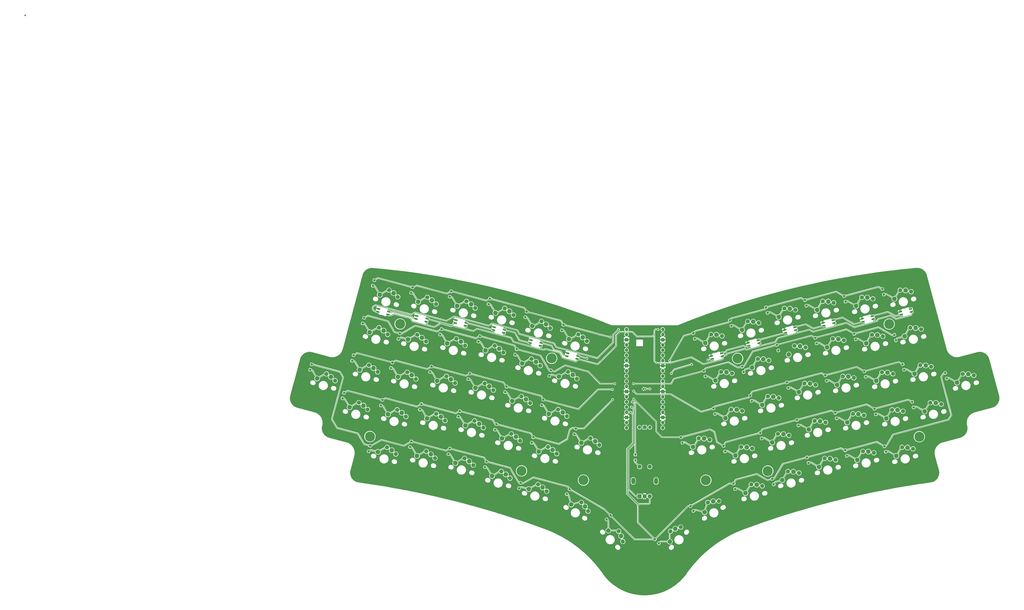
<source format=gbl>
G04 #@! TF.GenerationSoftware,KiCad,Pcbnew,8.0.2*
G04 #@! TF.CreationDate,2024-06-03T01:19:23+01:00*
G04 #@! TF.ProjectId,Ashwing66,41736877-696e-4673-9636-2e6b69636164,1*
G04 #@! TF.SameCoordinates,Original*
G04 #@! TF.FileFunction,Copper,L2,Bot*
G04 #@! TF.FilePolarity,Positive*
%FSLAX46Y46*%
G04 Gerber Fmt 4.6, Leading zero omitted, Abs format (unit mm)*
G04 Created by KiCad (PCBNEW 8.0.2) date 2024-06-03 01:19:23*
%MOMM*%
%LPD*%
G01*
G04 APERTURE LIST*
G04 Aperture macros list*
%AMRoundRect*
0 Rectangle with rounded corners*
0 $1 Rounding radius*
0 $2 $3 $4 $5 $6 $7 $8 $9 X,Y pos of 4 corners*
0 Add a 4 corners polygon primitive as box body*
4,1,4,$2,$3,$4,$5,$6,$7,$8,$9,$2,$3,0*
0 Add four circle primitives for the rounded corners*
1,1,$1+$1,$2,$3*
1,1,$1+$1,$4,$5*
1,1,$1+$1,$6,$7*
1,1,$1+$1,$8,$9*
0 Add four rect primitives between the rounded corners*
20,1,$1+$1,$2,$3,$4,$5,0*
20,1,$1+$1,$4,$5,$6,$7,0*
20,1,$1+$1,$6,$7,$8,$9,0*
20,1,$1+$1,$8,$9,$2,$3,0*%
%AMHorizOval*
0 Thick line with rounded ends*
0 $1 width*
0 $2 $3 position (X,Y) of the first rounded end (center of the circle)*
0 $4 $5 position (X,Y) of the second rounded end (center of the circle)*
0 Add line between two ends*
20,1,$1,$2,$3,$4,$5,0*
0 Add two circle primitives to create the rounded ends*
1,1,$1,$2,$3*
1,1,$1,$4,$5*%
G04 Aperture macros list end*
G04 #@! TA.AperFunction,ComponentPad*
%ADD10C,2.250000*%
G04 #@! TD*
G04 #@! TA.AperFunction,ComponentPad*
%ADD11C,2.000000*%
G04 #@! TD*
G04 #@! TA.AperFunction,ComponentPad*
%ADD12HorizOval,2.250000X0.000000X0.000000X0.000000X0.000000X0*%
G04 #@! TD*
G04 #@! TA.AperFunction,ComponentPad*
%ADD13HorizOval,2.250000X0.000000X0.000000X0.000000X0.000000X0*%
G04 #@! TD*
G04 #@! TA.AperFunction,SMDPad,CuDef*
%ADD14RoundRect,0.082000X0.608642X-0.502656X0.778427X0.130992X-0.608642X0.502656X-0.778427X-0.130992X0*%
G04 #@! TD*
G04 #@! TA.AperFunction,SMDPad,CuDef*
%ADD15RoundRect,0.082000X0.778427X-0.130992X0.608642X0.502656X-0.778427X0.130992X-0.608642X-0.502656X0*%
G04 #@! TD*
G04 #@! TA.AperFunction,WasherPad*
%ADD16O,2.000000X3.200000*%
G04 #@! TD*
G04 #@! TA.AperFunction,ComponentPad*
%ADD17R,2.000000X2.000000*%
G04 #@! TD*
G04 #@! TA.AperFunction,ComponentPad*
%ADD18HorizOval,2.250000X0.000000X0.000000X0.000000X0.000000X0*%
G04 #@! TD*
G04 #@! TA.AperFunction,ComponentPad*
%ADD19C,4.900000*%
G04 #@! TD*
G04 #@! TA.AperFunction,ComponentPad*
%ADD20HorizOval,2.250000X0.000000X0.000000X0.000000X0.000000X0*%
G04 #@! TD*
G04 #@! TA.AperFunction,ComponentPad*
%ADD21O,1.700000X1.700000*%
G04 #@! TD*
G04 #@! TA.AperFunction,ComponentPad*
%ADD22R,1.700000X1.700000*%
G04 #@! TD*
G04 #@! TA.AperFunction,ComponentPad*
%ADD23HorizOval,2.250000X0.000000X0.000000X0.000000X0.000000X0*%
G04 #@! TD*
G04 #@! TA.AperFunction,ComponentPad*
%ADD24HorizOval,2.250000X0.000000X0.000000X0.000000X0.000000X0*%
G04 #@! TD*
G04 #@! TA.AperFunction,SMDPad,CuDef*
%ADD25RoundRect,0.250000X-0.212132X0.367423X-0.367423X-0.212132X0.212132X-0.367423X0.367423X0.212132X0*%
G04 #@! TD*
G04 #@! TA.AperFunction,SMDPad,CuDef*
%ADD26RoundRect,0.250000X-0.367423X0.212132X-0.212132X-0.367423X0.367423X-0.212132X0.212132X0.367423X0*%
G04 #@! TD*
G04 #@! TA.AperFunction,SMDPad,CuDef*
%ADD27RoundRect,0.250000X-0.409808X0.109808X-0.109808X-0.409808X0.409808X-0.109808X0.109808X0.409808X0*%
G04 #@! TD*
G04 #@! TA.AperFunction,SMDPad,CuDef*
%ADD28RoundRect,0.250000X-0.424264X0.000000X0.000000X-0.424264X0.424264X0.000000X0.000000X0.424264X0*%
G04 #@! TD*
G04 #@! TA.AperFunction,SMDPad,CuDef*
%ADD29RoundRect,0.250000X-0.109808X0.409808X-0.409808X-0.109808X0.109808X-0.409808X0.409808X0.109808X0*%
G04 #@! TD*
G04 #@! TA.AperFunction,SMDPad,CuDef*
%ADD30RoundRect,0.250000X0.000000X0.424264X-0.424264X0.000000X0.000000X-0.424264X0.424264X0.000000X0*%
G04 #@! TD*
G04 #@! TA.AperFunction,ComponentPad*
%ADD31C,0.850000*%
G04 #@! TD*
G04 #@! TA.AperFunction,SMDPad,CuDef*
%ADD32RoundRect,0.250000X-0.300000X0.300000X-0.300000X-0.300000X0.300000X-0.300000X0.300000X0.300000X0*%
G04 #@! TD*
G04 #@! TA.AperFunction,ViaPad*
%ADD33C,0.800000*%
G04 #@! TD*
G04 #@! TA.AperFunction,Conductor*
%ADD34C,0.250000*%
G04 #@! TD*
G04 #@! TA.AperFunction,Conductor*
%ADD35C,0.150000*%
G04 #@! TD*
G04 APERTURE END LIST*
D10*
X226256772Y-166307106D03*
D11*
X228964236Y-166906799D03*
D12*
X220780545Y-170404062D03*
D11*
X223591090Y-166172448D03*
D10*
X77898899Y-153637483D03*
D11*
X79943785Y-155510564D03*
D13*
X71107868Y-154447435D03*
D11*
X75657680Y-152188024D03*
D10*
X321122438Y-152324632D03*
D11*
X323829902Y-152924325D03*
D12*
X315646211Y-156421588D03*
D11*
X318456756Y-152189974D03*
D10*
X237266287Y-133758883D03*
D11*
X239973751Y-134358576D03*
D12*
X231790060Y-137855839D03*
D11*
X234600605Y-133624225D03*
D10*
X311261427Y-115522865D03*
D11*
X313968891Y-116122558D03*
D12*
X305785200Y-119619821D03*
D11*
X308595745Y-115388207D03*
D10*
X306863169Y-172711877D03*
D11*
X309570633Y-173311570D03*
D12*
X301386942Y-176808833D03*
D11*
X304197487Y-172577219D03*
D10*
X82829404Y-135236590D03*
D11*
X84874290Y-137109671D03*
D13*
X76038373Y-136046542D03*
D11*
X80588185Y-133787131D03*
D10*
X68970458Y-113355347D03*
D11*
X71015344Y-115228428D03*
D13*
X62179429Y-114165297D03*
D11*
X66729239Y-111905888D03*
D10*
X102038014Y-137201707D03*
D11*
X104082900Y-139074788D03*
D13*
X95246983Y-138011659D03*
D11*
X99796795Y-135752248D03*
D10*
X73910380Y-94943831D03*
D14*
X71141085Y-105491487D03*
D11*
X75955266Y-96816912D03*
D13*
X67119349Y-95753784D03*
D11*
X71669161Y-93494372D03*
D14*
X71529310Y-104042600D03*
X66506498Y-102696737D03*
X66118270Y-104145628D03*
D10*
X325120381Y-93641612D03*
D15*
X327995931Y-104160800D03*
D11*
X327827845Y-94241305D03*
D12*
X319644152Y-97738564D03*
D11*
X322454699Y-93506953D03*
D15*
X327607700Y-102711913D03*
X322584885Y-104057772D03*
X322973114Y-105506657D03*
D10*
X110953499Y-177483150D03*
D11*
X112998385Y-179356231D03*
D13*
X104162468Y-178293102D03*
D11*
X108712280Y-176033691D03*
D10*
X138830369Y-147073335D03*
D11*
X140875255Y-148946416D03*
D13*
X132039338Y-147883287D03*
D11*
X136589150Y-145623876D03*
D10*
X232335785Y-115358006D03*
D15*
X235211335Y-125877194D03*
D11*
X235043249Y-115957699D03*
D12*
X226859556Y-119454958D03*
D11*
X229670103Y-115223347D03*
D15*
X234823104Y-124428307D03*
X229800289Y-125774166D03*
X230188518Y-127223051D03*
D10*
X306328083Y-97135888D03*
D15*
X309203633Y-107655076D03*
D11*
X309035547Y-97735581D03*
D12*
X300851854Y-101232840D03*
D11*
X303662401Y-97001229D03*
D15*
X308815402Y-106206189D03*
X303792587Y-107552048D03*
X304180816Y-109000933D03*
D16*
X191483552Y-187100917D03*
X202683552Y-187100917D03*
D17*
X194583552Y-194600917D03*
D11*
X199583552Y-194600917D03*
X197083552Y-194600917D03*
X194583552Y-180100917D03*
X199583552Y-180100917D03*
D10*
X330050885Y-112042499D03*
D11*
X332758349Y-112642192D03*
D12*
X324574658Y-116139455D03*
D11*
X327385203Y-111907841D03*
D10*
X133909278Y-165463590D03*
D11*
X135954164Y-167336671D03*
D13*
X127118247Y-166273542D03*
D11*
X131668059Y-164014131D03*
D10*
X185532339Y-214142336D03*
D11*
X186366723Y-216786912D03*
D18*
X179246158Y-211448262D03*
D11*
X184316115Y-211766457D03*
D10*
X270061398Y-182572889D03*
D11*
X272768862Y-183172582D03*
D12*
X264585171Y-186669845D03*
D11*
X267395716Y-182438231D03*
D10*
X355845812Y-134721034D03*
D11*
X358553276Y-135320727D03*
D12*
X350369585Y-138817990D03*
D11*
X353180130Y-134586376D03*
D19*
X167054036Y-186687989D03*
D10*
X156846236Y-153465282D03*
D11*
X158891122Y-155338363D03*
D13*
X150055205Y-154275234D03*
D11*
X154605017Y-152015823D03*
D10*
X255269889Y-127370228D03*
D11*
X257977353Y-127969921D03*
D12*
X249793662Y-131467184D03*
D11*
X252604207Y-127235570D03*
D10*
X265133746Y-164158088D03*
D11*
X267841210Y-164757781D03*
D12*
X259657519Y-168255044D03*
D11*
X262468064Y-164023430D03*
D10*
X242196788Y-152159775D03*
D11*
X244904252Y-152759468D03*
D12*
X236720561Y-156256731D03*
D11*
X239531106Y-152025117D03*
D10*
X143770290Y-128661823D03*
D11*
X145815176Y-130534904D03*
D13*
X136979259Y-129471775D03*
D11*
X141529071Y-127212364D03*
D10*
X172790388Y-167600764D03*
D11*
X174835274Y-169473845D03*
D13*
X165999357Y-168410716D03*
D11*
X170549169Y-166151305D03*
D10*
X161776738Y-135064396D03*
D11*
X163821624Y-136937477D03*
D13*
X154985707Y-135874348D03*
D11*
X159535519Y-133614937D03*
D10*
X283137340Y-157769425D03*
D11*
X285844804Y-158369118D03*
D12*
X277661113Y-161866381D03*
D11*
X280471658Y-157634767D03*
D10*
X288065000Y-176184225D03*
D11*
X290772464Y-176783918D03*
D12*
X282588773Y-180281181D03*
D11*
X285399318Y-176049567D03*
D10*
X167824017Y-199616295D03*
D11*
X169314439Y-201954806D03*
D20*
X161054754Y-198640999D03*
D11*
X166034312Y-197636154D03*
D10*
X247124453Y-170574578D03*
D11*
X249831917Y-171174271D03*
D12*
X241648226Y-174671534D03*
D11*
X244458771Y-170439920D03*
D10*
X146985231Y-190267054D03*
D11*
X149030117Y-192140135D03*
D13*
X140194200Y-191077006D03*
D11*
X144744012Y-188817595D03*
D10*
X273276343Y-120967655D03*
D11*
X275983807Y-121567348D03*
D12*
X267800116Y-125064611D03*
D11*
X270610661Y-120832997D03*
D10*
X106959100Y-118811437D03*
D11*
X109003986Y-120684518D03*
D13*
X100168069Y-119621389D03*
D11*
X104717881Y-117361978D03*
D19*
X136663283Y-182168280D03*
D10*
X148700795Y-110260938D03*
D14*
X145931501Y-120808596D03*
D11*
X150745681Y-112134019D03*
D13*
X141909766Y-111070888D03*
D11*
X146459576Y-108811479D03*
D14*
X146319726Y-119359708D03*
X141296911Y-118013849D03*
X140908685Y-119462735D03*
D10*
X72968398Y-172038363D03*
D11*
X75013284Y-173911444D03*
D13*
X66177367Y-172848315D03*
D11*
X70727179Y-170588904D03*
D10*
X339911891Y-148844280D03*
D11*
X342619355Y-149443973D03*
D12*
X334435664Y-152941236D03*
D11*
X337246209Y-148709622D03*
D10*
X316189086Y-133937657D03*
D11*
X318896550Y-134537350D03*
D12*
X310712859Y-138034613D03*
D11*
X313523404Y-133802999D03*
D10*
X115883997Y-159082272D03*
D11*
X117928883Y-160955353D03*
D13*
X109092966Y-159892224D03*
D11*
X113642778Y-157632813D03*
D10*
X111889593Y-100410555D03*
D14*
X109120299Y-110958213D03*
D11*
X113934479Y-102283636D03*
D13*
X105098564Y-101220505D03*
D11*
X109648374Y-98961096D03*
D14*
X109508524Y-109509325D03*
X104485709Y-108163466D03*
X104097483Y-109612352D03*
D10*
X334981384Y-130443392D03*
D11*
X337688848Y-131043085D03*
D12*
X329505157Y-134540348D03*
D11*
X332315702Y-130308734D03*
D10*
X128969364Y-183875109D03*
D11*
X131014250Y-185748190D03*
D13*
X122178333Y-184685061D03*
D11*
X126728145Y-182425650D03*
D10*
X250342234Y-108955426D03*
D15*
X253217784Y-119474614D03*
D11*
X253049698Y-109555119D03*
D12*
X244866005Y-113052378D03*
D11*
X247676552Y-108820767D03*
D15*
X252829553Y-118025727D03*
X247806738Y-119371586D03*
X248194967Y-120820471D03*
D10*
X326052946Y-170725521D03*
D11*
X328760410Y-171325214D03*
D12*
X320576719Y-174822477D03*
D11*
X323387264Y-170590863D03*
D10*
X125754429Y-122269875D03*
D11*
X127799315Y-124142956D03*
D13*
X118963398Y-123079827D03*
D11*
X123513210Y-120820416D03*
D21*
X188177042Y-112751299D03*
X188177043Y-115291297D03*
D22*
X188177043Y-117831299D03*
D21*
X188177040Y-120371297D03*
X188177039Y-122911295D03*
X188177041Y-125451299D03*
X188177040Y-127991298D03*
D22*
X188177041Y-130531300D03*
D21*
X188177041Y-133071298D03*
X188177042Y-135611298D03*
X188177042Y-138151298D03*
X188177041Y-140691298D03*
D22*
X188177044Y-143231298D03*
D21*
X188177041Y-145771299D03*
X188177041Y-148311301D03*
X188177039Y-150851299D03*
X188177039Y-153391297D03*
D22*
X188177041Y-155931298D03*
D21*
X188177042Y-158471298D03*
X188177041Y-161011298D03*
X205957040Y-161011297D03*
X205957039Y-158471299D03*
D22*
X205957039Y-155931297D03*
D21*
X205957042Y-153391299D03*
X205957043Y-150851301D03*
X205957041Y-148311297D03*
X205957042Y-145771298D03*
D22*
X205957041Y-143231296D03*
D21*
X205957041Y-140691298D03*
X205957040Y-138151298D03*
X205957040Y-135611298D03*
X205957041Y-133071298D03*
D22*
X205957038Y-130531298D03*
D21*
X205957041Y-127991297D03*
X205957041Y-125451295D03*
X205957043Y-122911297D03*
X205957043Y-120371299D03*
D22*
X205957041Y-117831298D03*
D21*
X205957040Y-115291298D03*
X205957041Y-112751298D03*
X194527037Y-160781299D03*
D22*
X197067041Y-160781298D03*
D21*
X199607039Y-160781299D03*
D10*
X287144012Y-99094427D03*
D15*
X290019562Y-109613615D03*
D11*
X289851476Y-99694120D03*
D12*
X281667783Y-103191379D03*
D11*
X284478330Y-98959768D03*
D15*
X289631331Y-108164728D03*
X284608516Y-109510587D03*
X284996745Y-110959472D03*
D10*
X92167589Y-174014102D03*
D11*
X94212475Y-175887183D03*
D13*
X85376558Y-174824054D03*
D11*
X89926370Y-172564643D03*
D10*
X297002169Y-135910107D03*
D11*
X299709633Y-136509800D03*
D12*
X291525942Y-140007063D03*
D11*
X294336487Y-135775449D03*
D10*
X120814507Y-140681385D03*
D11*
X122859393Y-142554466D03*
D13*
X114023476Y-141491337D03*
D11*
X118573288Y-139231926D03*
D10*
X43169754Y-136041338D03*
D11*
X45214640Y-137914419D03*
D13*
X36378723Y-136851290D03*
D11*
X40928535Y-134591879D03*
D10*
X64039962Y-131756235D03*
D11*
X66084848Y-133629316D03*
D13*
X57248931Y-132566187D03*
D11*
X61798743Y-130306776D03*
D10*
X59118876Y-150146492D03*
D11*
X61163762Y-152019573D03*
D13*
X52327845Y-150956444D03*
D11*
X56877657Y-148697033D03*
D19*
X151467732Y-126917321D03*
D10*
X252057799Y-188961551D03*
D11*
X254765263Y-189561244D03*
D12*
X246581572Y-193058507D03*
D11*
X249392117Y-188826893D03*
D10*
X97098085Y-155613216D03*
D11*
X99142971Y-157486297D03*
D13*
X90307054Y-156423168D03*
D11*
X94856866Y-154163757D03*
D19*
X77094197Y-110068938D03*
D10*
X151915740Y-171866166D03*
D11*
X153960626Y-173739247D03*
D13*
X145124709Y-172676118D03*
D11*
X149674521Y-170416707D03*
D10*
X301935514Y-154297089D03*
D11*
X304642978Y-154896782D03*
D12*
X296459287Y-158394045D03*
D11*
X299269832Y-154162431D03*
D10*
X260200398Y-145771116D03*
D11*
X262907862Y-146370809D03*
D12*
X254724171Y-149868072D03*
D11*
X257534716Y-145636458D03*
D10*
X292074517Y-117495321D03*
D11*
X294781981Y-118095014D03*
D12*
X286598290Y-121592277D03*
D11*
X289408835Y-117360663D03*
D10*
X87759910Y-116835704D03*
D11*
X89804796Y-118708785D03*
D13*
X80968879Y-117645656D03*
D11*
X85518691Y-115386245D03*
D19*
X62289749Y-165319895D03*
D10*
X166707242Y-116663506D03*
D14*
X163937948Y-127211164D03*
D11*
X168752128Y-118536587D03*
D13*
X159916213Y-117473456D03*
D11*
X164466023Y-115214047D03*
D14*
X164326173Y-125762276D03*
X159303358Y-124416417D03*
X158915132Y-125865303D03*
D10*
X92699832Y-98424197D03*
D14*
X89930538Y-108971855D03*
D11*
X94744718Y-100297278D03*
D13*
X85908803Y-99234147D03*
D11*
X90458613Y-96974738D03*
D14*
X90318763Y-107522967D03*
X85295948Y-106177108D03*
X84907722Y-107625994D03*
D10*
X268345832Y-102566766D03*
D15*
X271221382Y-113085954D03*
D11*
X271053296Y-103166459D03*
D12*
X262869603Y-106663718D03*
D11*
X265680150Y-102432107D03*
D15*
X270833151Y-111637067D03*
X265810336Y-112982926D03*
X266198565Y-114431811D03*
D10*
X212121465Y-210579754D03*
D11*
X214766041Y-209745370D03*
D23*
X209427391Y-216865935D03*
D11*
X209745586Y-211795978D03*
D10*
X278203994Y-139382452D03*
D11*
X280911458Y-139982145D03*
D12*
X272727767Y-143479408D03*
D11*
X275538312Y-139247794D03*
D10*
X230696600Y-197090843D03*
D11*
X233467020Y-196969358D03*
D24*
X226467341Y-202465550D03*
D11*
X228086897Y-197650703D03*
D10*
X130684931Y-103868985D03*
D14*
X127915637Y-114416643D03*
D11*
X132729817Y-105742066D03*
D13*
X123893902Y-104678935D03*
D11*
X128443712Y-102419526D03*
D14*
X128303862Y-112967755D03*
X123281047Y-111621896D03*
X122892821Y-113070782D03*
D25*
X73311767Y-128992130D03*
X72587077Y-131696728D03*
D19*
X331862205Y-165392665D03*
D26*
X235794335Y-169930431D03*
X236519035Y-172635027D03*
D25*
X76997148Y-114727559D03*
X76272458Y-117432157D03*
D27*
X219591655Y-199426492D03*
X220991659Y-201851362D03*
D19*
X242684221Y-126990091D03*
D25*
X83224096Y-92095407D03*
X82499406Y-94800005D03*
D26*
X276715643Y-175554480D03*
X277440343Y-178259076D03*
X285649971Y-135294262D03*
X286374671Y-137998858D03*
D25*
X124382234Y-159229773D03*
X123657544Y-161934371D03*
D26*
X214918894Y-165682470D03*
X215643594Y-168387066D03*
X261921287Y-120365722D03*
X262645987Y-123070318D03*
D28*
X202051702Y-215748977D03*
X204031608Y-217728871D03*
D26*
X304836884Y-133321816D03*
X305561584Y-136026412D03*
D25*
X136206972Y-188024727D03*
X135482282Y-190729325D03*
X111296866Y-134436928D03*
X110572176Y-137141526D03*
D26*
X220939393Y-114657609D03*
X221664093Y-117362205D03*
X294885983Y-96433561D03*
X295610683Y-99138157D03*
X275699057Y-98406006D03*
X276423757Y-101110602D03*
X295508687Y-172068083D03*
X296233387Y-174772679D03*
X309767387Y-151722704D03*
X310492087Y-154427300D03*
D25*
X151040308Y-132859156D03*
X150315618Y-135563754D03*
X157197862Y-110460296D03*
X156473172Y-113164894D03*
D26*
X230863830Y-151529552D03*
X231588530Y-154234148D03*
X313675433Y-92953196D03*
X314400133Y-95657792D03*
D25*
X62371509Y-169846289D03*
X61646819Y-172550887D03*
D26*
X256655539Y-101944087D03*
X257380239Y-104648683D03*
X259664108Y-186109827D03*
X260388808Y-188814423D03*
D29*
X160255679Y-191148811D03*
X158855683Y-193573687D03*
D30*
X180399513Y-204015714D03*
X178419619Y-205995620D03*
D25*
X64434642Y-88615051D03*
X63709952Y-91319649D03*
D26*
X226156589Y-133091225D03*
X226881289Y-135795821D03*
D25*
X87550098Y-149385465D03*
X86825408Y-152090063D03*
D26*
X319614951Y-115435228D03*
X320339651Y-118139824D03*
D25*
X49577166Y-143895277D03*
X48852476Y-146599875D03*
D19*
X317057756Y-110141707D03*
D25*
X97441459Y-112566987D03*
X96716769Y-115271585D03*
D19*
X227097919Y-186760757D03*
D25*
X142388677Y-165632343D03*
X141663987Y-168336941D03*
D26*
X240741824Y-188359095D03*
X241466524Y-191063691D03*
D31*
X196553808Y-141941055D03*
X197553808Y-141941053D03*
D25*
X106366351Y-152837811D03*
X105641661Y-155542409D03*
D26*
X328311487Y-148308086D03*
X329036187Y-151012682D03*
X323626337Y-129841463D03*
X324351037Y-132546059D03*
X299906384Y-114920928D03*
X300631084Y-117625524D03*
D25*
X134243158Y-122452816D03*
X133518468Y-125157414D03*
D26*
X238897282Y-108267013D03*
X239621982Y-110971609D03*
X248848189Y-145155276D03*
X249572889Y-147859872D03*
D25*
X101451497Y-171204894D03*
X100726807Y-173909492D03*
X147319181Y-147231450D03*
X146594491Y-149936048D03*
D26*
X290580469Y-153695155D03*
X291305169Y-156399751D03*
X344563448Y-134133421D03*
X345288148Y-136838017D03*
X271782300Y-157167496D03*
X272507000Y-159872092D03*
D25*
X129312734Y-140828879D03*
X128588044Y-143533477D03*
X33670414Y-129849723D03*
X32945724Y-132554321D03*
D19*
X257488671Y-182241046D03*
D25*
X116227366Y-116036043D03*
X115502676Y-118740641D03*
D26*
X314700733Y-170109683D03*
X315425433Y-172814279D03*
D25*
X139191411Y-104057722D03*
X138466721Y-106762320D03*
X163314317Y-161430104D03*
X162589627Y-164134702D03*
D26*
X244898482Y-131003758D03*
X245623182Y-133708354D03*
X253800777Y-163527863D03*
X254525477Y-166232459D03*
X280719462Y-116893378D03*
X281444162Y-119597974D03*
D25*
X82656163Y-167746460D03*
X81931473Y-170451058D03*
X119457938Y-177607467D03*
X118733248Y-180312065D03*
D26*
X266851788Y-138766609D03*
X267576488Y-141471205D03*
D25*
X68366281Y-147376891D03*
X67641591Y-150081489D03*
X121175550Y-97665773D03*
X120450860Y-100370371D03*
X59452821Y-107110896D03*
X58728131Y-109815494D03*
X54276980Y-125446038D03*
X53552290Y-128150636D03*
X92510955Y-130967878D03*
X91786265Y-133672476D03*
X102177945Y-94005404D03*
X101453255Y-96710002D03*
D32*
X192503552Y-174150917D03*
X192503558Y-176950919D03*
D33*
X320128809Y-104641050D03*
X227728809Y-126191048D03*
X-106851448Y41314083D03*
X64953809Y-102266052D03*
X157322358Y-123516739D03*
X120503807Y-191766054D03*
X241786901Y-122675313D03*
X350753809Y-153191052D03*
X132978806Y-116516055D03*
X121303808Y-111641052D03*
X135328807Y-136441053D03*
X310178810Y-164766053D03*
X197083552Y-196855917D03*
X197636370Y-147660454D03*
X79178807Y-125316053D03*
X149770459Y-121467331D03*
X301328808Y-108091052D03*
X184303809Y-130541052D03*
X312626136Y-106256304D03*
X269578808Y-133241056D03*
X56175621Y-167563907D03*
X247628809Y-161091050D03*
X75178808Y-142866051D03*
X245326955Y-118983274D03*
X139228809Y-117491054D03*
X102053810Y-108841053D03*
X112578806Y-111741051D03*
X148278810Y-162241054D03*
X70247654Y-107531461D03*
X293753811Y-108591050D03*
X327303808Y-123666054D03*
X275178808Y-111966052D03*
X93303809Y-109816052D03*
X258903808Y-117791053D03*
X83518627Y-106091163D03*
X263403809Y-113591053D03*
X180196279Y-116538626D03*
X209310532Y-128012428D03*
X191621276Y-139438626D03*
X182421280Y-139438627D03*
X181241310Y-142178551D03*
X191628806Y-142991053D03*
X190148552Y-153380917D03*
X181403809Y-147191052D03*
X191728810Y-146941051D03*
X199703808Y-141966052D03*
X203621278Y-112763625D03*
X184233606Y-112751297D03*
X220125002Y-129928733D03*
X168779926Y-126959749D03*
X228045598Y-127806416D03*
X210146278Y-134338625D03*
X190573552Y-150855917D03*
X190998552Y-148305917D03*
D34*
X102684971Y-97040038D02*
X105098575Y-101220511D01*
X109213710Y-98844631D02*
X109648378Y-98961094D01*
X101453254Y-96710001D02*
X102684971Y-97040038D01*
X105098575Y-101220511D02*
X109213710Y-98844631D01*
X123893900Y-104678937D02*
X121581217Y-100673245D01*
X121581217Y-100673245D02*
X120450855Y-100370369D01*
X124328572Y-104795409D02*
X123893900Y-104678937D01*
X128443712Y-102419526D02*
X124328572Y-104795409D01*
X139597072Y-107065196D02*
X141909762Y-111070894D01*
X146459569Y-108811480D02*
X142344431Y-111187360D01*
X138466725Y-106762320D02*
X139597072Y-107065196D01*
X142344431Y-111187360D02*
X141909762Y-111070894D01*
X160350879Y-117589925D02*
X159916211Y-117473459D01*
X164466020Y-115214052D02*
X160350879Y-117589925D01*
X156473173Y-113164891D02*
X157603529Y-113467767D01*
X157603529Y-113467767D02*
X159916211Y-117473459D01*
X229235434Y-115339815D02*
X229670106Y-115223348D01*
X221664091Y-117362208D02*
X222736907Y-117074745D01*
X226859558Y-119454959D02*
X229235434Y-115339815D01*
X222736907Y-117074745D02*
X226859558Y-119454959D01*
X239621983Y-110971607D02*
X240742132Y-110671464D01*
X244866003Y-113052381D02*
X247241884Y-108937240D01*
X240742132Y-110671464D02*
X244866003Y-113052381D01*
X247241884Y-108937240D02*
X247676552Y-108820771D01*
X257380241Y-104648682D02*
X258745729Y-104282800D01*
X258745729Y-104282800D02*
X262869602Y-106663721D01*
X265245481Y-102548577D02*
X265680150Y-102432108D01*
X262869602Y-106663721D02*
X265245481Y-102548577D01*
X281667781Y-103191380D02*
X284043657Y-99076236D01*
X276423760Y-101110599D02*
X277543901Y-100810460D01*
X277543901Y-100810460D02*
X281667781Y-103191380D01*
X284043657Y-99076236D02*
X284478327Y-98959765D01*
X303227738Y-97117695D02*
X303662404Y-97001229D01*
X300851862Y-101232841D02*
X303227738Y-97117695D01*
X296712433Y-98842940D02*
X300851862Y-101232841D01*
X295610680Y-99138158D02*
X296712433Y-98842940D01*
X322020029Y-93623423D02*
X322454698Y-93506954D01*
X314400133Y-95657788D02*
X315520277Y-95357645D01*
X315520277Y-95357645D02*
X319644152Y-97738570D01*
X319644152Y-97738570D02*
X322020029Y-93623423D01*
X59840092Y-110113439D02*
X62179434Y-114165296D01*
X66294578Y-111789416D02*
X66729244Y-111905887D01*
X58728132Y-109815486D02*
X59840092Y-110113439D01*
X62179434Y-114165296D02*
X66294578Y-111789416D01*
X85084023Y-115269773D02*
X85518693Y-115386242D01*
X80968878Y-117645657D02*
X77508588Y-116718474D01*
X80968880Y-117645654D02*
X85084023Y-115269773D01*
X77508588Y-116718474D02*
X76272459Y-117432153D01*
X97828726Y-115569529D02*
X100168068Y-119621391D01*
X96716773Y-115271583D02*
X97828726Y-115569529D01*
X100168068Y-119621391D02*
X104283218Y-117245512D01*
X104283218Y-117245512D02*
X104717884Y-117361982D01*
X118963396Y-123079828D02*
X123078540Y-120703944D01*
X115502675Y-118740638D02*
X116633036Y-119043515D01*
X116633036Y-119043515D02*
X118963396Y-123079828D01*
X123078540Y-120703944D02*
X123513209Y-120820419D01*
X133518466Y-125157412D02*
X134665867Y-125464858D01*
X141094402Y-127095894D02*
X141529068Y-127212364D01*
X134665867Y-125464858D02*
X136979262Y-129471776D01*
X136979262Y-129471776D02*
X141094402Y-127095894D01*
X159100856Y-133498469D02*
X159535520Y-133614943D01*
X156057332Y-135255648D02*
X159100856Y-133498469D01*
X156057332Y-135255648D02*
X156057328Y-135255648D01*
X156057328Y-135255648D02*
X154985707Y-135874347D01*
X154985711Y-135874350D02*
X156057332Y-135255648D01*
X151428539Y-134921207D02*
X150315618Y-135563753D01*
X154985707Y-135874347D02*
X151428539Y-134921207D01*
X231790057Y-137855838D02*
X234165940Y-133740695D01*
X234165940Y-133740695D02*
X234600603Y-133624225D01*
X226881290Y-135795814D02*
X227797007Y-135550450D01*
X227797007Y-135550450D02*
X231790057Y-137855838D01*
X249793660Y-131467183D02*
X246390676Y-132379010D01*
X249793658Y-131467183D02*
X252169540Y-127352038D01*
X252169540Y-127352038D02*
X252604207Y-127235570D01*
X246390676Y-132379010D02*
X245623180Y-133708353D01*
X288974165Y-117477127D02*
X289408831Y-117360656D01*
X281444156Y-119597975D02*
X282605215Y-119286873D01*
X282605215Y-119286873D02*
X286598284Y-121592274D01*
X286598284Y-121592274D02*
X288974165Y-117477127D01*
X308161077Y-115504672D02*
X308595744Y-115388207D01*
X305785195Y-119619818D02*
X308161077Y-115504672D01*
X300631083Y-117625531D02*
X301792137Y-117314423D01*
X301792137Y-117314423D02*
X305785195Y-119619818D01*
X320930867Y-117115804D02*
X320339649Y-118139823D01*
X326950534Y-112024308D02*
X327385205Y-111907840D01*
X324574657Y-116139452D02*
X326950534Y-112024308D01*
X324574656Y-116139454D02*
X320930867Y-117115804D01*
X61364076Y-130190304D02*
X61798741Y-130306772D01*
X57248930Y-132566184D02*
X61364076Y-130190304D01*
X54909584Y-128514322D02*
X57248930Y-132566184D01*
X53552280Y-128150635D02*
X54909584Y-128514322D01*
X73699031Y-131994680D02*
X76038371Y-136046538D01*
X80153514Y-133670661D02*
X80588182Y-133787128D01*
X72587080Y-131696732D02*
X73699031Y-131994680D01*
X76038371Y-136046538D02*
X80153514Y-133670661D01*
X99362128Y-135635780D02*
X99796797Y-135752247D01*
X95246984Y-138011660D02*
X99362128Y-135635780D01*
X91786266Y-133672470D02*
X92916618Y-133975348D01*
X92916618Y-133975348D02*
X95246984Y-138011660D01*
X110572171Y-137141526D02*
X111684128Y-137439475D01*
X111684128Y-137439475D02*
X114023472Y-141491335D01*
X118138619Y-139115454D02*
X118573284Y-139231924D01*
X114023472Y-141491335D02*
X118138619Y-139115454D01*
X128588043Y-143533477D02*
X129699997Y-143831427D01*
X129699997Y-143831427D02*
X132039342Y-147883288D01*
X132039342Y-147883288D02*
X136154485Y-145507407D01*
X136154485Y-145507407D02*
X136589148Y-145623873D01*
X150055205Y-154275238D02*
X154170347Y-151899353D01*
X146594491Y-149936046D02*
X147724839Y-150238923D01*
X154170347Y-151899353D02*
X154605017Y-152015821D01*
X147724839Y-150238923D02*
X150055205Y-154275238D01*
X239096440Y-152141585D02*
X239531107Y-152025117D01*
X232701029Y-153936049D02*
X236720563Y-156256728D01*
X231588530Y-154234144D02*
X232701029Y-153936049D01*
X236720563Y-156256728D02*
X239096440Y-152141585D01*
X254724165Y-149868070D02*
X257100047Y-145752924D01*
X250715551Y-147553695D02*
X254724165Y-149868070D01*
X249572896Y-147859869D02*
X250715551Y-147553695D01*
X257100047Y-145752924D02*
X257534709Y-145636454D01*
X275103643Y-139364263D02*
X275538310Y-139247795D01*
X267576486Y-141471207D02*
X268719150Y-141165031D01*
X272727763Y-143479410D02*
X275103643Y-139364263D01*
X268719150Y-141165031D02*
X272727763Y-143479410D01*
X293901825Y-135891920D02*
X294336490Y-135775452D01*
X287517324Y-137692685D02*
X291525943Y-140007059D01*
X291525943Y-140007059D02*
X293901825Y-135891920D01*
X286374665Y-137998857D02*
X287517324Y-137692685D01*
X313088736Y-133919465D02*
X313523408Y-133802997D01*
X305561586Y-136026409D02*
X306704242Y-135720234D01*
X310712856Y-138034610D02*
X313088736Y-133919465D01*
X306704242Y-135720234D02*
X310712856Y-138034610D01*
X329505158Y-134540345D02*
X331881036Y-130425199D01*
X325512098Y-132234953D02*
X329505158Y-134540345D01*
X324351034Y-132546055D02*
X325512098Y-132234953D01*
X331881036Y-130425199D02*
X332315705Y-130308732D01*
X216766063Y-168086297D02*
X220780542Y-170404063D01*
X346416497Y-136535673D02*
X350369584Y-138817990D01*
X352745462Y-134702845D02*
X353180127Y-134586376D01*
X223591091Y-166172452D02*
X221215212Y-170287594D01*
X350369584Y-138817990D02*
X352745462Y-134702845D01*
X345288149Y-136838018D02*
X346416497Y-136535673D01*
X221215212Y-170287594D02*
X220780542Y-170404063D01*
X49988293Y-146904220D02*
X52327847Y-150956445D01*
X56442988Y-148580563D02*
X56877655Y-148697030D01*
X52327847Y-150956445D02*
X56442988Y-148580563D01*
X48852479Y-146599880D02*
X49988293Y-146904220D01*
X67641590Y-150081490D02*
X68760250Y-150381236D01*
X68760250Y-150381236D02*
X71107872Y-154447432D01*
X75223016Y-152071547D02*
X75657683Y-152188020D01*
X71107872Y-154447432D02*
X75223016Y-152071547D01*
X87984682Y-152400696D02*
X90307059Y-156423171D01*
X90307059Y-156423171D02*
X94422198Y-154047290D01*
X94422198Y-154047290D02*
X94856867Y-154163755D01*
X86825403Y-152090073D02*
X87984682Y-152400696D01*
X105641669Y-155542412D02*
X106753624Y-155840356D01*
X106753624Y-155840356D02*
X109092963Y-159892219D01*
X109092963Y-159892219D02*
X113208111Y-157516337D01*
X113208111Y-157516337D02*
X113642780Y-157632811D01*
X131233397Y-163897665D02*
X131668060Y-164014136D01*
X127118252Y-166273551D02*
X131233397Y-163897665D01*
X124787892Y-162237239D02*
X127118252Y-166273551D01*
X123657539Y-161934365D02*
X124787892Y-162237239D01*
X149239854Y-170300242D02*
X149674519Y-170416706D01*
X142794353Y-168639820D02*
X145124706Y-172676118D01*
X141663984Y-168336941D02*
X142794353Y-168639820D01*
X145124706Y-172676118D02*
X149239854Y-170300242D01*
X241648222Y-174671533D02*
X244024103Y-170556385D01*
X237613125Y-172341868D02*
X241648222Y-174671533D01*
X236519027Y-172635031D02*
X237613125Y-172341868D01*
X244024103Y-170556385D02*
X244458768Y-170439920D01*
X262033391Y-164139903D02*
X262468064Y-164023432D01*
X254525479Y-166232460D02*
X255637979Y-165934365D01*
X255637979Y-165934365D02*
X259657516Y-168255048D01*
X259657516Y-168255048D02*
X262033391Y-164139903D01*
X280036989Y-157751236D02*
X280471656Y-157634762D01*
X272506992Y-159872089D02*
X273668054Y-159560986D01*
X277661115Y-161866378D02*
X280036989Y-157751236D01*
X273668054Y-159560986D02*
X277661115Y-161866378D01*
X291305168Y-156399748D02*
X292466224Y-156088642D01*
X292466224Y-156088642D02*
X296459284Y-158394041D01*
X298835163Y-154278894D02*
X299269837Y-154162428D01*
X296459284Y-158394041D02*
X298835163Y-154278894D01*
X311653157Y-154116192D02*
X315646208Y-156421588D01*
X310492082Y-154427304D02*
X311653157Y-154116192D01*
X315646208Y-156421588D02*
X318022090Y-152306442D01*
X318022090Y-152306442D02*
X318456759Y-152189971D01*
X336811543Y-148826086D02*
X337246218Y-148709622D01*
X329036189Y-151012676D02*
X330442595Y-150635831D01*
X330442595Y-150635831D02*
X334435663Y-152941229D01*
X334435663Y-152941229D02*
X336811543Y-148826086D01*
X40493866Y-134475411D02*
X40928535Y-134591882D01*
X170114497Y-166034840D02*
X170549163Y-166151308D01*
X163702809Y-164432975D02*
X165999358Y-168410719D01*
X32945723Y-132554317D02*
X34072117Y-132856132D01*
X162589628Y-164134704D02*
X163702809Y-164432975D01*
X34072117Y-132856132D02*
X36378723Y-136851291D01*
X165999358Y-168410719D02*
X170114497Y-166034840D01*
X36378723Y-136851291D02*
X40493866Y-134475411D01*
X66177370Y-172848315D02*
X70292518Y-170472437D01*
X62731082Y-171924886D02*
X61646819Y-172550884D01*
X70292518Y-170472437D02*
X70727180Y-170588902D01*
X66177367Y-172848315D02*
X62731082Y-171924886D01*
X83020238Y-170742792D02*
X85376559Y-174824056D01*
X85376559Y-174824056D02*
X89491703Y-172448171D01*
X81931471Y-170451059D02*
X83020238Y-170742792D01*
X89491703Y-172448171D02*
X89926366Y-172564648D01*
X100726803Y-173909486D02*
X101797174Y-174196299D01*
X108277612Y-175917221D02*
X108712279Y-176033690D01*
X104162466Y-178293103D02*
X108277612Y-175917221D01*
X101797174Y-174196299D02*
X104162466Y-178293103D01*
X119822018Y-180603808D02*
X122178337Y-184685063D01*
X126293481Y-182309183D02*
X126728146Y-182425649D01*
X118733246Y-180312067D02*
X119822018Y-180603808D01*
X122178337Y-184685063D02*
X126293481Y-182309183D01*
X140194200Y-191077005D02*
X136564587Y-190104453D01*
X144309343Y-188701129D02*
X144744011Y-188817598D01*
X140194202Y-191077006D02*
X144309343Y-188701129D01*
X136564587Y-190104453D02*
X135482282Y-190729325D01*
X165644603Y-197411152D02*
X166034322Y-197636155D01*
X161054756Y-198640997D02*
X165644603Y-197411152D01*
X159850944Y-194148309D02*
X161054756Y-198640997D01*
X158855680Y-193573691D02*
X159850944Y-194148309D01*
X226467338Y-202465550D02*
X227697184Y-197875703D01*
X227697184Y-197875703D02*
X228086898Y-197650703D01*
X222000792Y-201268740D02*
X220991660Y-201851359D01*
X226467338Y-202465550D02*
X222000792Y-201268740D01*
X248957448Y-188943359D02*
X249392116Y-188826891D01*
X246581565Y-193058504D02*
X248957448Y-188943359D01*
X246581565Y-193058504D02*
X242600272Y-190759906D01*
X242600272Y-190759906D02*
X241466528Y-191063687D01*
X261085593Y-187607553D02*
X260388808Y-188814420D01*
X264585168Y-186669843D02*
X261085593Y-187607553D01*
X264585172Y-186669843D02*
X266961050Y-182554701D01*
X266961050Y-182554701D02*
X267395715Y-182438231D01*
X277440343Y-178259076D02*
X278564612Y-177957825D01*
X282588776Y-180281179D02*
X284964654Y-176166036D01*
X284964654Y-176166036D02*
X285399323Y-176049566D01*
X278564612Y-177957825D02*
X282588776Y-180281179D01*
X297344536Y-174474946D02*
X301386946Y-176808834D01*
X296233384Y-174772675D02*
X297344536Y-174474946D01*
X301386946Y-176808834D02*
X303762825Y-172693688D01*
X303762825Y-172693688D02*
X304197491Y-172577217D01*
X322952596Y-170707328D02*
X323387263Y-170590859D01*
X320576716Y-174822479D02*
X322952596Y-170707328D01*
X315425432Y-172814278D02*
X316568101Y-172508101D01*
X316568101Y-172508101D02*
X320576716Y-174822479D01*
X197083552Y-196855917D02*
X197083552Y-194600917D01*
X63709956Y-91319650D02*
X64714744Y-91588886D01*
X71234494Y-93377902D02*
X71669168Y-93494374D01*
X64714744Y-91588886D02*
X67119351Y-95753779D01*
X67119351Y-95753779D02*
X71234494Y-93377902D01*
X83504194Y-95069237D02*
X85908806Y-99234149D01*
X85908806Y-99234149D02*
X90023951Y-96858270D01*
X82499406Y-94800004D02*
X83504194Y-95069237D01*
X90023951Y-96858270D02*
X90458614Y-96974734D01*
X102177948Y-94005404D02*
X119483809Y-98642498D01*
X83201683Y-92108350D02*
X83224103Y-92095405D01*
X238329467Y-109250503D02*
X221819067Y-113674449D01*
X66250947Y-87566417D02*
X83201683Y-92108350D01*
X180196279Y-116538626D02*
X174339068Y-115053255D01*
X311836733Y-91891624D02*
X313675432Y-92953195D01*
X238897284Y-108267015D02*
X238329467Y-109250503D01*
X119483809Y-98642498D02*
X121175550Y-97665771D01*
X138122765Y-102206766D02*
X121175550Y-97665771D01*
X156120236Y-108593786D02*
X139191420Y-104057720D01*
X220939391Y-114657615D02*
X220046791Y-114896788D01*
X157197866Y-110460299D02*
X156120236Y-108593786D01*
X174326910Y-115050010D02*
X157197869Y-110460296D01*
X174339068Y-115053255D02*
X174331352Y-115057708D01*
X85216980Y-91250725D02*
X100060357Y-95227995D01*
X221819067Y-113674449D02*
X221308545Y-114558700D01*
X83585992Y-92192376D02*
X85216980Y-91250725D01*
X139191420Y-104057720D02*
X138122765Y-102206766D01*
X83224103Y-92095405D02*
X83585992Y-92192376D01*
X275699055Y-98406009D02*
X273848103Y-97337355D01*
X256655543Y-101944091D02*
X256097413Y-102910801D01*
X294885983Y-96433560D02*
X291137401Y-94269313D01*
X209306276Y-127996537D02*
X209310532Y-128012428D01*
X209310532Y-128012428D02*
X209294644Y-128016686D01*
X273848103Y-97337355D02*
X256655543Y-101944091D01*
X64434643Y-88615056D02*
X66250947Y-87566417D01*
X174331352Y-115057708D02*
X174326910Y-115050010D01*
X239407807Y-107382764D02*
X238897284Y-108267015D01*
X220046791Y-114896788D02*
X217988565Y-115448287D01*
X291137401Y-94269313D02*
X275699055Y-98406009D01*
X209294644Y-128016686D02*
X209304966Y-127998804D01*
X216287923Y-115903974D02*
X209306276Y-127996537D01*
X100060357Y-95227995D02*
X102177948Y-94005404D01*
X294885983Y-96433560D02*
X311836733Y-91891624D01*
X256097413Y-102910801D02*
X239407807Y-107382764D01*
X221308545Y-114558700D02*
X220939391Y-114657615D01*
X217988565Y-115448287D02*
X216287923Y-115903974D01*
X151040307Y-132859158D02*
X150050235Y-132593870D01*
X146016661Y-125607520D02*
X145924252Y-125582758D01*
X311791048Y-111736449D02*
X299906384Y-114920936D01*
X226812642Y-131954909D02*
X226156591Y-133091221D01*
X182421280Y-139438627D02*
X175407026Y-139438627D01*
X262612470Y-120188295D02*
X250142712Y-123529556D01*
X211460196Y-137029111D02*
X210120527Y-139349485D01*
X238238132Y-128893458D02*
X226812642Y-131954909D01*
X134243162Y-122452815D02*
X133157538Y-120572465D01*
X145924252Y-125582758D02*
X134243162Y-122452815D01*
X152967978Y-133375677D02*
X158117209Y-130402766D01*
X158117209Y-130402766D02*
X163115015Y-131741926D01*
X97441462Y-112566982D02*
X95330002Y-113786039D01*
X278868505Y-115824731D02*
X262617779Y-120179099D01*
X210120527Y-139349485D02*
X210031387Y-139438626D01*
X226156591Y-133091223D02*
X211460196Y-137029111D01*
X175407026Y-139438627D02*
X169418852Y-133450454D01*
X318646830Y-115694636D02*
X311791048Y-111736449D01*
X76997148Y-114727559D02*
X77669115Y-114907614D01*
X169401177Y-133419836D02*
X169401175Y-133419837D01*
X244898482Y-131003760D02*
X242845891Y-131553750D01*
X163533179Y-131847513D02*
X169401177Y-133419836D01*
X61275246Y-106058721D02*
X59452820Y-107110893D01*
X262617779Y-120179099D02*
X261921288Y-120365721D01*
X71129162Y-108699068D02*
X61275246Y-106058721D01*
X95330002Y-113786039D02*
X84594228Y-110909400D01*
X74172783Y-113970774D02*
X71129162Y-108699068D01*
X296157805Y-112756690D02*
X280719459Y-116893387D01*
X319614951Y-115435229D02*
X318646830Y-115694636D01*
X163122655Y-131737512D02*
X163533179Y-131847513D01*
X133157538Y-120572465D02*
X116227366Y-116036043D01*
X116227366Y-116036043D02*
X114376408Y-117104692D01*
X169418852Y-133450454D02*
X169401177Y-133419836D01*
X299906384Y-114920936D02*
X296157805Y-112756690D01*
X84594228Y-110909400D02*
X79185552Y-114032098D01*
X150050235Y-132593870D02*
X146016661Y-125607520D01*
X244898482Y-131003760D02*
X245997498Y-130709277D01*
X151040307Y-132859158D02*
X152967978Y-133375677D01*
X77669115Y-114907614D02*
X79185552Y-114032098D01*
X78913457Y-114189194D02*
X79185552Y-114032098D01*
X76997148Y-114727559D02*
X74172783Y-113970774D01*
X210031387Y-139438626D02*
X191621276Y-139438626D01*
X242845891Y-131553750D02*
X238238132Y-128893458D01*
X280719459Y-116893387D02*
X278868505Y-115824731D01*
X114376408Y-117104692D02*
X97441462Y-112566982D01*
X245997498Y-130709277D02*
X250142712Y-123529556D01*
X163115015Y-131741926D02*
X163122655Y-131737512D01*
X262617779Y-120179099D02*
X262612470Y-120188295D01*
X174291209Y-142178553D02*
X164626676Y-151843084D01*
X159404205Y-150469618D02*
X156480715Y-149686274D01*
X129021990Y-140750975D02*
X127953338Y-138900014D01*
X54276977Y-125446039D02*
X56099397Y-124393864D01*
X159547531Y-150508024D02*
X159404205Y-150469618D01*
X301088310Y-131157575D02*
X304836886Y-133321813D01*
X191628806Y-142991053D02*
X193151379Y-144513627D01*
X127953338Y-138900014D02*
X111296864Y-134436926D01*
X90338259Y-132222283D02*
X92510960Y-130967873D01*
X323626337Y-129841463D02*
X323414087Y-129898339D01*
X147319183Y-147231457D02*
X146241554Y-145364946D01*
X323626337Y-129841463D02*
X323626337Y-129841463D01*
X248320542Y-146069188D02*
X248848189Y-145155277D01*
X73295481Y-129001543D02*
X73311768Y-128992135D01*
X74887647Y-128082303D02*
X90338259Y-132222283D01*
X285649968Y-135294271D02*
X301088310Y-131157575D01*
X56099397Y-124393864D02*
X73295481Y-129001543D01*
X304836886Y-133321813D02*
X321787621Y-128779882D01*
X266851790Y-138766610D02*
X283799010Y-134225618D01*
X147319183Y-147231452D02*
X156480715Y-149686274D01*
X323414087Y-129898339D02*
X323407587Y-129909609D01*
X181241310Y-142178551D02*
X174291209Y-142178553D01*
X266846484Y-138775804D02*
X266851790Y-138766610D01*
X146241554Y-145364946D02*
X129312735Y-140828883D01*
X321787621Y-128779882D02*
X323507086Y-129772614D01*
X164626676Y-151843084D02*
X164596043Y-151860769D01*
X159716595Y-150553323D02*
X159547531Y-150508024D01*
X249911538Y-143313511D02*
X266846484Y-138775804D01*
X109445905Y-135505581D02*
X111296864Y-134436926D01*
X231398529Y-150603430D02*
X248320542Y-146069188D01*
X248848189Y-145155277D02*
X249911538Y-143313511D01*
X224778254Y-153160177D02*
X230863831Y-151529553D01*
X230863831Y-151529553D02*
X231398529Y-150603430D01*
X209471277Y-144513625D02*
X209948060Y-144597962D01*
X323626337Y-129841463D02*
X323507086Y-129772614D01*
X147511709Y-147038925D02*
X147319183Y-147231457D01*
X283799010Y-134225618D02*
X285649968Y-135294271D01*
X164596043Y-151860769D02*
X159404205Y-150469618D01*
X193151379Y-144513627D02*
X209471277Y-144513625D01*
X209948060Y-144597962D02*
X224778254Y-153160177D01*
X73311768Y-128992135D02*
X74887647Y-128082303D01*
X92510960Y-130967873D02*
X109445905Y-135505581D01*
X129312735Y-140828883D02*
X129021990Y-140750975D01*
X118380306Y-175740953D02*
X101451497Y-171204892D01*
X136206972Y-188024730D02*
X135144456Y-187740030D01*
X238834905Y-188316390D02*
X240187876Y-188678917D01*
X347282797Y-153729096D02*
X342579778Y-136177195D01*
X318903750Y-164361421D02*
X346287747Y-157023901D01*
X161564870Y-191904674D02*
X160255679Y-191148812D01*
X177484565Y-201100765D02*
X174496166Y-199375411D01*
X314700734Y-170109685D02*
X315746819Y-169829387D01*
X180399517Y-204015715D02*
X177484565Y-201100765D01*
X67994183Y-166973325D02*
X78923136Y-169901727D01*
X161566166Y-191909513D02*
X161564870Y-191904674D01*
X315746819Y-169829387D02*
X318903750Y-164361421D01*
X314700738Y-170109685D02*
X310933910Y-167934912D01*
X188413552Y-193386603D02*
X188413552Y-171349545D01*
X59454255Y-169064615D02*
X56462960Y-163883542D01*
X33670419Y-129849718D02*
X47603898Y-133583185D01*
X136206972Y-188024730D02*
X137361900Y-188334193D01*
X78923136Y-169901727D02*
X82656169Y-167746463D01*
X241821499Y-186489055D02*
X240741831Y-188359097D01*
X193773552Y-207470826D02*
X193773552Y-198746603D01*
X99584989Y-172282520D02*
X101451497Y-171204892D01*
X202051702Y-215748976D02*
X218374184Y-199426493D01*
X62371509Y-169846291D02*
X59454255Y-169064615D01*
X137361900Y-188334193D02*
X142480515Y-185378960D01*
X251994101Y-183661550D02*
X251924594Y-183781939D01*
X343612661Y-134388185D02*
X344563450Y-134133420D01*
X251924594Y-183781939D02*
X241821499Y-186489055D01*
X293474557Y-171063946D02*
X276715648Y-175554482D01*
X62813110Y-169964620D02*
X67994183Y-166973325D01*
X202051702Y-215748976D02*
X192132776Y-215748976D01*
X174496166Y-199375411D02*
X174495925Y-199374514D01*
X295307263Y-172122057D02*
X293474557Y-171063946D01*
X259664110Y-186109828D02*
X260743614Y-185820576D01*
X240187876Y-188678917D02*
X240741827Y-188359096D01*
X159567876Y-189957504D02*
X142480515Y-185378960D01*
X47603898Y-133583185D02*
X49141855Y-136247005D01*
X46152179Y-161120778D02*
X56462960Y-163883542D01*
X119457939Y-177607468D02*
X118380306Y-175740953D01*
X192132776Y-215748976D02*
X180399517Y-204015715D01*
X257321742Y-186737462D02*
X251994101Y-183661550D01*
X346287747Y-157023901D02*
X347570367Y-154802337D01*
X191253552Y-168509545D02*
X191253552Y-154485917D01*
X347570367Y-154802337D02*
X347282797Y-153729096D01*
X131094618Y-180725508D02*
X130130946Y-180467293D01*
X193773552Y-198746603D02*
X188413552Y-193386603D01*
X82656169Y-167746463D02*
X99584989Y-172282520D01*
X276715648Y-175554482D02*
X264832400Y-178738589D01*
X130130946Y-180467293D02*
X119457939Y-177607468D01*
X342579778Y-136177195D02*
X343612661Y-134388185D01*
X218374184Y-199426493D02*
X219591655Y-199426491D01*
X202051702Y-215748976D02*
X193773552Y-207470826D01*
X43641949Y-156772928D02*
X46152179Y-161120778D01*
X160255675Y-191148818D02*
X159567876Y-189957504D01*
X191253552Y-154485917D02*
X190148552Y-153380917D01*
X201891653Y-215638922D02*
X202051705Y-215798976D01*
X260743614Y-185820576D02*
X264832400Y-178738589D01*
X135144456Y-187740030D02*
X131094618Y-180725508D01*
X188413552Y-171349545D02*
X191253552Y-168509545D01*
X49141855Y-136247005D02*
X43641949Y-156772928D01*
X314612214Y-169779326D02*
X314700734Y-170109685D01*
X295508688Y-172068083D02*
X295307263Y-172122057D01*
X62371509Y-169846291D02*
X62813110Y-169964620D01*
X310933910Y-167934912D02*
X295508688Y-172068083D01*
X259664110Y-186109828D02*
X257321742Y-186737462D01*
X219591653Y-199426491D02*
X238834905Y-188316390D01*
X174495925Y-199374514D02*
X161566166Y-191909513D01*
X229271100Y-161879423D02*
X229102065Y-161924712D01*
X161865430Y-161041877D02*
X160395741Y-161890409D01*
X87550096Y-149385472D02*
X104486004Y-153923435D01*
X326472790Y-147246509D02*
X328311491Y-148308082D01*
X141311045Y-163765832D02*
X124382234Y-159229766D01*
X290580468Y-153695156D02*
X306018811Y-149558468D01*
X191728810Y-146941051D02*
X202778810Y-157991053D01*
X69927829Y-146475335D02*
X85406795Y-150622910D01*
X124382234Y-159229766D02*
X123658754Y-159035916D01*
X68366279Y-147376895D02*
X68366286Y-147376896D01*
X123658754Y-159035916D02*
X122590100Y-157184953D01*
X192493552Y-147705793D02*
X192493552Y-173060917D01*
X271782300Y-157167495D02*
X288729515Y-152626505D01*
X231261314Y-163028469D02*
X229271100Y-161879423D01*
X253800778Y-163527865D02*
X236871958Y-168063933D01*
X142388675Y-165632341D02*
X154776673Y-168951698D01*
X191728810Y-146941051D02*
X192493552Y-147705793D01*
X159133997Y-166599293D02*
X154969858Y-169003463D01*
X229102065Y-161924712D02*
X229051654Y-161895611D01*
X192503552Y-147715793D02*
X191728810Y-146941051D01*
X202778810Y-157991053D02*
X202778808Y-162941052D01*
X288729515Y-152626505D02*
X290580468Y-153695156D01*
X167164755Y-161430103D02*
X163314320Y-161430103D01*
X235794334Y-169930433D02*
X232619553Y-168097476D01*
X205520226Y-165682470D02*
X214918896Y-165682471D01*
X160395741Y-161890409D02*
X159133997Y-166599293D01*
X49577170Y-143895280D02*
X51414281Y-142834621D01*
X229051654Y-161895611D02*
X214918899Y-165682470D01*
X309767391Y-151722707D02*
X326472790Y-147246509D01*
X306018811Y-149558468D02*
X309767391Y-151722707D01*
X163314318Y-161430108D02*
X161865430Y-161041877D01*
X142388675Y-165632341D02*
X141311045Y-163765832D01*
X104486004Y-153923435D02*
X106366359Y-152837818D01*
X85406795Y-150622910D02*
X87550096Y-149385472D01*
X68366286Y-147376896D02*
X69927829Y-146475335D01*
X232619553Y-168097476D02*
X231261314Y-163028469D01*
X271782300Y-157167495D02*
X254854147Y-161703380D01*
X122590100Y-157184953D02*
X106366359Y-152837818D01*
X202778808Y-162941052D02*
X205520226Y-165682470D01*
X236871958Y-168063933D02*
X235794334Y-169930433D01*
X181403809Y-147191052D02*
X167164755Y-161430103D01*
X154969858Y-169003463D02*
X154776673Y-168951698D01*
X192503552Y-174150917D02*
X192503552Y-147715793D01*
X51414281Y-142834621D02*
X68366279Y-147376895D01*
X254854147Y-161703380D02*
X253800778Y-163527865D01*
X163821627Y-136937478D02*
X163856145Y-136946731D01*
X209427390Y-216865936D02*
X209427391Y-212114174D01*
X204894547Y-216865931D02*
X209427390Y-216865936D01*
X204031610Y-217728871D02*
X204894547Y-216865931D01*
X209427391Y-212114174D02*
X209745585Y-211795977D01*
X199703808Y-141966052D02*
X197578809Y-141966053D01*
X197578809Y-141966053D02*
X197553810Y-141941052D01*
X146817190Y-122638546D02*
X132811268Y-118885668D01*
X108915792Y-111721461D02*
X109471215Y-112683486D01*
X89930537Y-108971853D02*
X89725512Y-109737039D01*
X271138569Y-114694375D02*
X271492117Y-114082004D01*
X155472765Y-124237590D02*
X148373211Y-122335270D01*
X311658597Y-107632008D02*
X311050929Y-108684520D01*
X109471215Y-112683486D02*
X109954180Y-112812893D01*
X163640729Y-128320400D02*
X163401492Y-128458522D01*
X296135412Y-109549406D02*
X299840270Y-111688409D01*
X321109623Y-107490446D02*
X320511670Y-107650666D01*
X271138569Y-114694375D02*
X277901703Y-112882199D01*
X202433600Y-112751301D02*
X203608949Y-112751302D01*
X90280931Y-110699064D02*
X90570709Y-110776701D01*
X237132867Y-125362322D02*
X235211334Y-125877196D01*
X271487568Y-114079376D02*
X271221380Y-113085953D01*
X128244390Y-116031413D02*
X128872238Y-116199653D01*
X163937951Y-127211165D02*
X168041496Y-128310707D01*
X290324789Y-110666365D02*
X290297403Y-110650552D01*
X203621278Y-112763625D02*
X203633601Y-112751302D01*
X127724319Y-115130639D02*
X128244390Y-116031413D01*
X93758260Y-111630805D02*
X90570709Y-110776701D01*
X308545878Y-109355747D02*
X309208088Y-109178305D01*
X203771280Y-129238626D02*
X202946278Y-129238628D01*
X311050929Y-108684520D02*
X308545878Y-109355747D01*
X168041496Y-128310707D02*
X173785604Y-129849837D01*
X202120738Y-113064168D02*
X202433600Y-112751301D01*
X309478610Y-108681288D02*
X309203633Y-107655075D01*
X112924397Y-113608764D02*
X109954180Y-112812893D01*
X261285772Y-118890567D02*
X262348643Y-117049629D01*
X299840270Y-111688409D02*
X308545878Y-109355747D01*
X145726378Y-121574094D02*
X145700832Y-121588844D01*
X220029326Y-126434431D02*
X209585761Y-129232776D01*
X156904656Y-126717699D02*
X155472765Y-124237590D01*
X271492117Y-114082004D02*
X271487568Y-114079376D01*
X128872238Y-116199653D02*
X114914612Y-112459713D01*
X262348643Y-117049629D02*
X271138569Y-114694375D01*
X327995929Y-104160804D02*
X328230204Y-105035129D01*
X309208088Y-109178305D02*
X309202880Y-109158869D01*
X72698831Y-105908883D02*
X71141086Y-105491488D01*
X328230204Y-105035129D02*
X327856346Y-105682667D01*
X97003835Y-109756972D02*
X93758260Y-111630805D01*
X201893602Y-128185952D02*
X201893601Y-117637035D01*
X83064989Y-108765549D02*
X82233171Y-107324803D01*
X148373211Y-122335270D02*
X147521196Y-122827182D01*
X317683286Y-106017700D02*
X311658597Y-107632008D01*
X246991874Y-122720606D02*
X246268176Y-122302778D01*
X235220158Y-125910136D02*
X235494547Y-126934156D01*
X146213487Y-122476782D02*
X146817190Y-122638546D01*
X279738817Y-113942861D02*
X290024276Y-111186883D01*
X191072859Y-114016292D02*
X193243604Y-116187034D01*
X132811268Y-118885668D02*
X131697569Y-116956693D01*
X74046044Y-105131071D02*
X72698831Y-105908883D01*
X90570709Y-110776701D02*
X83064989Y-108765549D01*
X235262874Y-127335423D02*
X225924053Y-129837754D01*
X320511670Y-107650666D02*
X317683286Y-106017700D01*
X163937943Y-127211162D02*
X163640729Y-128320400D01*
X145700832Y-121588844D02*
X146213487Y-122476782D01*
X173785604Y-129849837D02*
X174070025Y-129849837D01*
X254052445Y-120828732D02*
X253494265Y-120506467D01*
X102733884Y-110878225D02*
X102243987Y-111161067D01*
X127915634Y-114416642D02*
X127724319Y-115130639D01*
X175538144Y-128381717D02*
X175538143Y-128371761D01*
X201893602Y-113291303D02*
X202120738Y-113064168D01*
X201893601Y-116712033D02*
X201893602Y-113291303D01*
X131697569Y-116956693D02*
X128872238Y-116199653D01*
X254196815Y-120790047D02*
X254052445Y-120828732D01*
X183096278Y-115641288D02*
X184721277Y-114016290D01*
X309202880Y-109158869D02*
X309478610Y-108681288D01*
X235494547Y-126934156D02*
X235262874Y-127335423D01*
X290024276Y-111186883D02*
X296135412Y-109549406D01*
X147521196Y-122827182D02*
X146817190Y-122638546D01*
X102243987Y-111161067D02*
X97003835Y-109756972D01*
X175538143Y-128371761D02*
X183096277Y-120813626D01*
X163401492Y-128458522D02*
X156904656Y-126717699D01*
X109120303Y-110958216D02*
X108915792Y-111721461D01*
X261285772Y-118890567D02*
X254196815Y-120790047D01*
X237550697Y-124638621D02*
X237132867Y-125362322D01*
X290297403Y-110650552D02*
X290019560Y-109613613D01*
X82233171Y-107324803D02*
X74046044Y-105131071D01*
X202946278Y-129238628D02*
X201893602Y-128185952D01*
X290024276Y-111186883D02*
X290324789Y-110666365D01*
X225924053Y-129837754D02*
X220029326Y-126434431D01*
X168041496Y-128310707D02*
X168269343Y-128371757D01*
X183096277Y-120813626D02*
X183096278Y-115641288D01*
X184721277Y-114016290D02*
X191072859Y-114016292D01*
X193243604Y-116187034D02*
X200868601Y-116187034D01*
X254196815Y-120790047D02*
X246991874Y-122720606D01*
X114914612Y-112459713D02*
X112924397Y-113608764D01*
X201893601Y-117637035D02*
X201893603Y-117262035D01*
X246268176Y-122302778D02*
X237550697Y-124638621D01*
X327856346Y-105682667D02*
X321109623Y-107490446D01*
X201893603Y-117262035D02*
X201893601Y-116712033D01*
X277901703Y-112882199D02*
X279738817Y-113942861D01*
X209585761Y-129232776D02*
X203771280Y-129238626D01*
X89725512Y-109737039D02*
X90280931Y-110699064D01*
X109954180Y-112812893D02*
X102733884Y-110878225D01*
X203608949Y-112751302D02*
X203621278Y-112763625D01*
X200868601Y-116187034D02*
X201893603Y-115162035D01*
X145931494Y-120808601D02*
X145726378Y-121574094D01*
X174070025Y-129849837D02*
X175538144Y-128381717D01*
X253217783Y-119474618D02*
X253494265Y-120506467D01*
X184233606Y-112751297D02*
X181546277Y-115438625D01*
X171052699Y-126078364D02*
X170477843Y-125924328D01*
X153690185Y-121426095D02*
X152611847Y-119558359D01*
X135708150Y-115029025D02*
X134629813Y-113161290D01*
X120543106Y-110965567D02*
X103566965Y-106416823D01*
X134629813Y-113161290D02*
X122410847Y-109887228D01*
X181546279Y-119263627D02*
X173971279Y-126838625D01*
X63805677Y-101612128D02*
X63572744Y-102481463D01*
X170477843Y-125924328D02*
X170056998Y-125811568D01*
X82612004Y-105512463D02*
X65152895Y-100834312D01*
X122410847Y-109887228D02*
X120543106Y-110965567D01*
X103566965Y-106416823D02*
X99800874Y-108591177D01*
X64243524Y-103643289D02*
X66118270Y-104145630D01*
X184233606Y-112751297D02*
X183996418Y-112878663D01*
X65152895Y-100834312D02*
X63805677Y-101612128D01*
X184233606Y-112751297D02*
X184093014Y-112904542D01*
X170056998Y-125811568D02*
X153690185Y-121426095D01*
X181546277Y-115438625D02*
X181546279Y-119263627D01*
X84418502Y-104469484D02*
X82612004Y-105512463D01*
X152611847Y-119558359D02*
X135708150Y-115029025D01*
X99800874Y-108591177D02*
X84418502Y-104469484D01*
X170056998Y-125811568D02*
X173945525Y-126853496D01*
X63572744Y-102481463D02*
X64243524Y-103643289D01*
X171318335Y-126149543D02*
X171052699Y-126078364D01*
X173945525Y-126853496D02*
X173971279Y-126838625D01*
X72818531Y-104388045D02*
X73262257Y-104131859D01*
X83258240Y-107184015D02*
X84907726Y-107625994D01*
X83002971Y-106741876D02*
X83258240Y-107184015D01*
X73262257Y-104131859D02*
X83002971Y-106741876D01*
X71529314Y-104042598D02*
X72818531Y-104388045D01*
X90318767Y-107522963D02*
X102201581Y-110706952D01*
X102201581Y-110706952D02*
X104097490Y-109612354D01*
X109508532Y-109509323D02*
X122863418Y-113087755D01*
X122863418Y-113087755D02*
X122892819Y-113070785D01*
X135637142Y-118050233D02*
X140908680Y-119462738D01*
X128303865Y-112967754D02*
X133482017Y-114355236D01*
X133482017Y-114355236D02*
X135637142Y-118050233D01*
X151406079Y-120722595D02*
X152548254Y-122700898D01*
X158915132Y-125865303D02*
X157017034Y-125356710D01*
X157017034Y-125356710D02*
X156020924Y-123631396D01*
X146319717Y-119359706D02*
X151406079Y-120722595D01*
X156020924Y-123631396D02*
X152548254Y-122700898D01*
X228039125Y-127782272D02*
X228039125Y-127782272D01*
X228045598Y-127806416D02*
X228039125Y-127782272D01*
X210146278Y-134338625D02*
X211646279Y-132388627D01*
X168777132Y-126954908D02*
X164326174Y-125762277D01*
X168779926Y-126959749D02*
X168777132Y-126954908D01*
X228069745Y-127799948D02*
X228045598Y-127806416D01*
X211646279Y-132388627D02*
X220125002Y-129928733D01*
X168779926Y-126959749D02*
X168749306Y-126977427D01*
X167263809Y-126553509D02*
X168779926Y-126959749D01*
X228058893Y-127793685D02*
X228069745Y-127799948D01*
X230188519Y-127223054D02*
X228058893Y-127793685D01*
X245617320Y-120743087D02*
X246525950Y-121267683D01*
X237334508Y-122962461D02*
X245617320Y-120743087D01*
X234823106Y-124428309D02*
X236792933Y-123900497D01*
X236792933Y-123900497D02*
X237334508Y-122962461D01*
X246525950Y-121267683D02*
X248194966Y-120820472D01*
X252837540Y-118011884D02*
X252829551Y-118025726D01*
X266198564Y-114431810D02*
X252837540Y-118011884D01*
X270833149Y-111637067D02*
X276118247Y-110220928D01*
X279806323Y-112350240D02*
X284996741Y-110959473D01*
X276118247Y-110220928D02*
X279806323Y-112350240D01*
X294191717Y-106938509D02*
X294188809Y-106943556D01*
X304180817Y-109000929D02*
X299798009Y-110175302D01*
X294188809Y-106943556D02*
X289631324Y-108164728D01*
X299798009Y-110175302D02*
X294191717Y-106938509D01*
X314036574Y-104807175D02*
X308815405Y-106206183D01*
X322973116Y-105506659D02*
X320186860Y-106253234D01*
X316526599Y-104139981D02*
X308815403Y-106206190D01*
X320186860Y-106253234D02*
X316526599Y-104139981D01*
X179246157Y-206822151D02*
X179246155Y-211448261D01*
X178419620Y-205995617D02*
X179246157Y-206822151D01*
X183997915Y-211448253D02*
X184316118Y-211766458D01*
X179246155Y-211448261D02*
X183997915Y-211448253D01*
X199098552Y-198430917D02*
X199583552Y-197945917D01*
X188813552Y-193220917D02*
X194023552Y-198430917D01*
X190573552Y-150855917D02*
X191653552Y-151935917D01*
X191653552Y-168675231D02*
X188813552Y-171515231D01*
X191653552Y-151935917D02*
X191653552Y-168675231D01*
X194023552Y-198430917D02*
X199098552Y-198430917D01*
X199583552Y-197945917D02*
X199583552Y-194600917D01*
X188813552Y-171515231D02*
X188813552Y-193220917D01*
X192053552Y-149270917D02*
X191088552Y-148305917D01*
X192053552Y-168840917D02*
X192053552Y-149270917D01*
X192633552Y-194600917D02*
X189213552Y-191180917D01*
X194583552Y-194600917D02*
X192633552Y-194600917D01*
X191088552Y-148305917D02*
X190998552Y-148305917D01*
X189223552Y-191030917D02*
X189223552Y-171670917D01*
X190998552Y-148215917D02*
X191103552Y-148320917D01*
X189213552Y-191040917D02*
X189223552Y-191030917D01*
X189223552Y-171670917D02*
X192053552Y-168840917D01*
X190998552Y-148305917D02*
X190998552Y-148215917D01*
X189213552Y-191180917D02*
X189213552Y-191040917D01*
X192503558Y-176950919D02*
X192503558Y-178020923D01*
X192503558Y-178020923D02*
X194583552Y-180100917D01*
D35*
X194653555Y-180030914D02*
X194583552Y-180100917D01*
G04 #@! TA.AperFunction,Conductor*
G36*
X189394255Y-191893103D02*
G01*
X189400733Y-191899135D01*
X192333077Y-194831479D01*
X192402990Y-194901392D01*
X192488614Y-194950827D01*
X192509969Y-194956549D01*
X192584116Y-194976417D01*
X192584117Y-194976417D01*
X193209052Y-194976417D01*
X193276091Y-194996102D01*
X193321846Y-195048906D01*
X193333052Y-195100417D01*
X193333052Y-195625595D01*
X193347584Y-195698652D01*
X193347585Y-195698656D01*
X193347586Y-195698657D01*
X193402951Y-195781518D01*
X193467318Y-195824526D01*
X193485812Y-195836883D01*
X193485816Y-195836884D01*
X193558873Y-195851416D01*
X193558876Y-195851417D01*
X193558878Y-195851417D01*
X195608228Y-195851417D01*
X195608229Y-195851416D01*
X195681292Y-195836883D01*
X195764153Y-195781518D01*
X195819518Y-195698657D01*
X195834052Y-195625591D01*
X195834052Y-195548225D01*
X195853737Y-195481186D01*
X195870371Y-195460544D01*
X196600589Y-194730326D01*
X196617627Y-194793910D01*
X196683453Y-194907924D01*
X196776545Y-195001016D01*
X196890559Y-195066842D01*
X196954142Y-195083879D01*
X196213494Y-195824526D01*
X196260320Y-195860972D01*
X196260322Y-195860973D01*
X196478937Y-195979281D01*
X196478948Y-195979286D01*
X196714058Y-196060000D01*
X196959259Y-196100917D01*
X197207845Y-196100917D01*
X197453045Y-196060000D01*
X197688155Y-195979286D01*
X197688166Y-195979281D01*
X197906780Y-195860974D01*
X197906783Y-195860972D01*
X197953608Y-195824526D01*
X197212961Y-195083879D01*
X197276545Y-195066842D01*
X197390559Y-195001016D01*
X197483651Y-194907924D01*
X197549477Y-194793910D01*
X197566514Y-194730326D01*
X198306986Y-195470799D01*
X198380061Y-195358952D01*
X198433207Y-195313595D01*
X198502439Y-195304172D01*
X198565774Y-195333674D01*
X198585439Y-195355645D01*
X198621954Y-195407794D01*
X198776675Y-195562515D01*
X198955913Y-195688019D01*
X199136457Y-195772208D01*
X199188896Y-195818379D01*
X199208052Y-195884589D01*
X199208052Y-197739018D01*
X199188367Y-197806057D01*
X199171733Y-197826699D01*
X198979334Y-198019098D01*
X198918011Y-198052583D01*
X198891653Y-198055417D01*
X194230452Y-198055417D01*
X194163413Y-198035732D01*
X194142771Y-198019098D01*
X189225371Y-193101698D01*
X189191886Y-193040375D01*
X189189052Y-193014017D01*
X189189052Y-191986816D01*
X189208737Y-191919777D01*
X189261541Y-191874022D01*
X189330699Y-191864078D01*
X189394255Y-191893103D01*
G37*
G04 #@! TD.AperFunction*
G04 #@! TA.AperFunction,Conductor*
G36*
X245584506Y-121161003D02*
G01*
X245608749Y-121171727D01*
X246295387Y-121568157D01*
X246381013Y-121617593D01*
X246476514Y-121643183D01*
X246476516Y-121643183D01*
X246575383Y-121643183D01*
X246575386Y-121643183D01*
X247189337Y-121478675D01*
X247259186Y-121480338D01*
X247316418Y-121518743D01*
X247365545Y-121577288D01*
X247369302Y-121581765D01*
X247470849Y-121640394D01*
X247586325Y-121660756D01*
X247634750Y-121654381D01*
X248868150Y-121323891D01*
X248937999Y-121325554D01*
X248995862Y-121364716D01*
X248998007Y-121367389D01*
X249009272Y-121381828D01*
X249009274Y-121381830D01*
X249009276Y-121381832D01*
X249132043Y-121484376D01*
X249196749Y-121518352D01*
X249246950Y-121566944D01*
X249262913Y-121634965D01*
X249239566Y-121700819D01*
X249184322Y-121743596D01*
X249171195Y-121747911D01*
X247094537Y-122304351D01*
X247024687Y-122302688D01*
X247000443Y-122291963D01*
X246505781Y-122006369D01*
X246505778Y-122006367D01*
X246472319Y-121987050D01*
X246438932Y-121967774D01*
X246438932Y-121967773D01*
X246438930Y-121967773D01*
X246413116Y-121952869D01*
X246413115Y-121952868D01*
X246413114Y-121952868D01*
X246342269Y-121933885D01*
X246342268Y-121933884D01*
X246317612Y-121927278D01*
X246218740Y-121927278D01*
X237501263Y-124263121D01*
X237501262Y-124263121D01*
X237479172Y-124269040D01*
X237405757Y-124288711D01*
X237405756Y-124288712D01*
X237320133Y-124338147D01*
X237250224Y-124408056D01*
X237250220Y-124408062D01*
X236911124Y-124995390D01*
X236860557Y-125043606D01*
X236835831Y-125053165D01*
X236216966Y-125218990D01*
X236147116Y-125217327D01*
X236089884Y-125178922D01*
X236036999Y-125115899D01*
X235935452Y-125057270D01*
X235858440Y-125043691D01*
X235795837Y-125012664D01*
X235759947Y-124952716D01*
X235762164Y-124882882D01*
X235800266Y-124826587D01*
X235860170Y-124776322D01*
X235918798Y-124674775D01*
X235933085Y-124593754D01*
X235964111Y-124531154D01*
X236023105Y-124495516D01*
X236842367Y-124275997D01*
X236842368Y-124275997D01*
X236937871Y-124250407D01*
X237023495Y-124200972D01*
X237057245Y-124167222D01*
X237093408Y-124131060D01*
X237142844Y-124045434D01*
X237142844Y-124045432D01*
X237143698Y-124043954D01*
X237151003Y-124031301D01*
X237151004Y-124031297D01*
X237556251Y-123329389D01*
X237606816Y-123281175D01*
X237631535Y-123271618D01*
X245514658Y-121159340D01*
X245584506Y-121161003D01*
G37*
G04 #@! TD.AperFunction*
G04 #@! TA.AperFunction,Conductor*
G36*
X145996195Y-118174445D02*
G01*
X152314812Y-119867514D01*
X152374471Y-119903879D01*
X152390104Y-119925289D01*
X152572064Y-120240452D01*
X153389710Y-121656657D01*
X153459623Y-121726570D01*
X153545247Y-121776005D01*
X153640750Y-121801595D01*
X153640751Y-121801595D01*
X158529525Y-123111537D01*
X158589183Y-123147901D01*
X158619712Y-123210748D01*
X158611417Y-123280124D01*
X158566932Y-123334001D01*
X158544882Y-123345872D01*
X158401205Y-123405385D01*
X158279629Y-123498674D01*
X158186340Y-123620250D01*
X158186338Y-123620253D01*
X158142420Y-123726281D01*
X158112359Y-123838469D01*
X159489769Y-124207546D01*
X159549429Y-124243911D01*
X159579958Y-124306758D01*
X159577450Y-124359414D01*
X159512228Y-124602827D01*
X159475863Y-124662488D01*
X159413016Y-124693017D01*
X159360359Y-124690509D01*
X157982948Y-124321433D01*
X157952891Y-124433611D01*
X157952888Y-124433623D01*
X157937908Y-124547407D01*
X157937908Y-124547408D01*
X157957910Y-124699340D01*
X158016554Y-124840919D01*
X158096245Y-124944775D01*
X158121439Y-125009945D01*
X158107400Y-125078389D01*
X158092856Y-125099969D01*
X158036581Y-125167031D01*
X157978409Y-125205732D01*
X157909501Y-125207098D01*
X157314069Y-125047553D01*
X157254408Y-125011188D01*
X157238775Y-124989778D01*
X157227979Y-124971079D01*
X156321399Y-123400834D01*
X156251486Y-123330921D01*
X156225772Y-123316075D01*
X156225771Y-123316074D01*
X156165866Y-123281487D01*
X156165865Y-123281486D01*
X152845288Y-122391741D01*
X152785628Y-122355376D01*
X152769995Y-122333966D01*
X152765217Y-122325690D01*
X151706554Y-120492033D01*
X151636641Y-120422120D01*
X151570766Y-120384087D01*
X151551019Y-120372686D01*
X151551018Y-120372685D01*
X151511950Y-120362217D01*
X151455514Y-120347095D01*
X151455513Y-120347095D01*
X151455511Y-120347094D01*
X147519729Y-119292502D01*
X147460069Y-119256137D01*
X147429707Y-119194261D01*
X147429140Y-119191044D01*
X147415420Y-119113240D01*
X147356792Y-119011693D01*
X147350964Y-119006803D01*
X147266968Y-118936321D01*
X147266961Y-118936317D01*
X147221858Y-118917635D01*
X147221845Y-118917631D01*
X147221846Y-118917631D01*
X147221843Y-118917630D01*
X146518335Y-118729125D01*
X145988383Y-118587124D01*
X145928723Y-118550759D01*
X145898194Y-118487912D01*
X145897678Y-118484564D01*
X145895137Y-118466389D01*
X145894965Y-118465920D01*
X145847677Y-118336891D01*
X145843090Y-118267172D01*
X145876924Y-118206041D01*
X145938438Y-118172906D01*
X145996195Y-118174445D01*
G37*
G04 #@! TD.AperFunction*
G04 #@! TA.AperFunction,Conductor*
G36*
X151109044Y-121031750D02*
G01*
X151168703Y-121068115D01*
X151184336Y-121089525D01*
X152134468Y-122735200D01*
X152150941Y-122803100D01*
X152128088Y-122869127D01*
X152073167Y-122912318D01*
X152003614Y-122918959D01*
X151994987Y-122916975D01*
X150100510Y-122409352D01*
X148422647Y-121959770D01*
X148323775Y-121959770D01*
X148323774Y-121959770D01*
X148284808Y-121970211D01*
X148284807Y-121970210D01*
X148228277Y-121985358D01*
X148228270Y-121985361D01*
X147512625Y-122398539D01*
X147444725Y-122415012D01*
X147418532Y-122410927D01*
X146916097Y-122276301D01*
X146510520Y-122167625D01*
X146450860Y-122131259D01*
X146435227Y-122109850D01*
X146422743Y-122088228D01*
X146348578Y-121959770D01*
X146255366Y-121798323D01*
X146238893Y-121730423D01*
X146261745Y-121664396D01*
X146316667Y-121621205D01*
X146386220Y-121614564D01*
X146394806Y-121616538D01*
X146491718Y-121642506D01*
X146540143Y-121648881D01*
X146655619Y-121628519D01*
X146757166Y-121569890D01*
X146832539Y-121480067D01*
X146849402Y-121439355D01*
X146851224Y-121434957D01*
X146851224Y-121434954D01*
X146851230Y-121434942D01*
X147041182Y-120726029D01*
X147047558Y-120677604D01*
X147027195Y-120562128D01*
X146968567Y-120460581D01*
X146908660Y-120410313D01*
X146869960Y-120352143D01*
X146868852Y-120282282D01*
X146905689Y-120222912D01*
X146966833Y-120193210D01*
X147043844Y-120179631D01*
X147145391Y-120121002D01*
X147198276Y-120057977D01*
X147256445Y-120019279D01*
X147325353Y-120017912D01*
X151109044Y-121031750D01*
G37*
G04 #@! TD.AperFunction*
G04 #@! TA.AperFunction,Conductor*
G36*
X133186230Y-114664725D02*
G01*
X133245889Y-114701090D01*
X133261245Y-114722023D01*
X135068370Y-117820370D01*
X135312260Y-118238524D01*
X135312534Y-118238996D01*
X135336683Y-118280822D01*
X135337092Y-118281350D01*
X135337436Y-118281796D01*
X135337671Y-118282103D01*
X135337687Y-118282119D01*
X135337688Y-118282120D01*
X135339009Y-118283429D01*
X135372116Y-118316245D01*
X135372504Y-118316632D01*
X135406589Y-118350718D01*
X135406965Y-118351004D01*
X135407362Y-118351308D01*
X135407882Y-118351706D01*
X135407905Y-118351719D01*
X135407909Y-118351723D01*
X135450111Y-118375840D01*
X135472912Y-118389004D01*
X135492222Y-118400153D01*
X135492667Y-118400335D01*
X135493136Y-118400529D01*
X135493719Y-118400770D01*
X135493749Y-118400777D01*
X135493751Y-118400779D01*
X135540661Y-118413126D01*
X139708684Y-119529945D01*
X139768342Y-119566309D01*
X139798704Y-119628185D01*
X139803401Y-119654818D01*
X139812991Y-119709203D01*
X139871619Y-119810750D01*
X139961443Y-119886122D01*
X139961445Y-119886123D01*
X139961449Y-119886125D01*
X140006552Y-119904807D01*
X140006557Y-119904808D01*
X140006568Y-119904813D01*
X141239980Y-120235305D01*
X141299640Y-120271670D01*
X141330169Y-120334517D01*
X141330690Y-120337901D01*
X141333226Y-120356036D01*
X141333229Y-120356044D01*
X141388275Y-120506228D01*
X141406854Y-120535620D01*
X141435372Y-120580737D01*
X141438640Y-120585906D01*
X141457821Y-120653091D01*
X141437633Y-120719981D01*
X141384487Y-120765338D01*
X141315256Y-120774762D01*
X141301730Y-120771935D01*
X133108303Y-118576511D01*
X133048643Y-118540146D01*
X133033010Y-118518736D01*
X133013151Y-118484340D01*
X131998044Y-116726130D01*
X131987294Y-116715380D01*
X131964929Y-116693015D01*
X131964924Y-116693011D01*
X131928133Y-116656219D01*
X131928129Y-116656216D01*
X131842508Y-116606783D01*
X131842507Y-116606782D01*
X131842506Y-116606782D01*
X128987108Y-115841686D01*
X128987108Y-115841685D01*
X128987105Y-115841685D01*
X128606597Y-115739723D01*
X128541423Y-115722258D01*
X128481764Y-115685894D01*
X128466134Y-115664489D01*
X128331310Y-115430971D01*
X128314837Y-115363071D01*
X128337689Y-115297044D01*
X128392610Y-115253853D01*
X128462163Y-115247211D01*
X128470779Y-115249193D01*
X128475854Y-115250553D01*
X128524279Y-115256928D01*
X128639755Y-115236566D01*
X128741302Y-115177937D01*
X128816675Y-115088114D01*
X128831148Y-115053172D01*
X128835360Y-115043004D01*
X128835360Y-115043001D01*
X128835366Y-115042989D01*
X129025318Y-114334076D01*
X129031694Y-114285651D01*
X129011331Y-114170175D01*
X128952703Y-114068628D01*
X128892796Y-114018360D01*
X128854096Y-113960190D01*
X128852988Y-113890329D01*
X128889825Y-113830959D01*
X128950969Y-113801257D01*
X129027980Y-113787678D01*
X129129527Y-113729049D01*
X129182413Y-113666023D01*
X129240583Y-113627323D01*
X129309491Y-113625956D01*
X133186230Y-114664725D01*
G37*
G04 #@! TD.AperFunction*
G04 #@! TA.AperFunction,Conductor*
G36*
X266941600Y-114936893D02*
G01*
X266999463Y-114976055D01*
X267001601Y-114978719D01*
X267012872Y-114993165D01*
X267036381Y-115012801D01*
X267135635Y-115095702D01*
X267135644Y-115095708D01*
X267189525Y-115123999D01*
X267211035Y-115135293D01*
X267261239Y-115183886D01*
X267277202Y-115251908D01*
X267253855Y-115317761D01*
X267198612Y-115360539D01*
X267185484Y-115364854D01*
X262299209Y-116674129D01*
X262299207Y-116674129D01*
X262203708Y-116699716D01*
X262203707Y-116699717D01*
X262118080Y-116749154D01*
X262048171Y-116819063D01*
X262048167Y-116819069D01*
X261064029Y-118523635D01*
X261013462Y-118571851D01*
X260988736Y-118581410D01*
X254155106Y-120412476D01*
X254085256Y-120410813D01*
X254061012Y-120400088D01*
X253861195Y-120284724D01*
X253812979Y-120234157D01*
X253803420Y-120209430D01*
X253802617Y-120206434D01*
X253783529Y-120135194D01*
X253785192Y-120065345D01*
X253824355Y-120007483D01*
X253871208Y-119983328D01*
X254119901Y-119916692D01*
X254119913Y-119916686D01*
X254119916Y-119916686D01*
X254165019Y-119898004D01*
X254165019Y-119898003D01*
X254165026Y-119898001D01*
X254254850Y-119822629D01*
X254313478Y-119721082D01*
X254333841Y-119605606D01*
X254327465Y-119557181D01*
X254137513Y-118848268D01*
X254137508Y-118848258D01*
X254137507Y-118848252D01*
X254118822Y-118803143D01*
X254110015Y-118792648D01*
X254043449Y-118713320D01*
X254043448Y-118713319D01*
X253941901Y-118654690D01*
X253864889Y-118641111D01*
X253802286Y-118610084D01*
X253766396Y-118550136D01*
X253768613Y-118480302D01*
X253806715Y-118424007D01*
X253866619Y-118373742D01*
X253925247Y-118272195D01*
X253941700Y-118178888D01*
X253972727Y-118116288D01*
X254031718Y-118080650D01*
X265192934Y-115090013D01*
X265262782Y-115091676D01*
X265320013Y-115130079D01*
X265371531Y-115191474D01*
X265372901Y-115193106D01*
X265398804Y-115208061D01*
X265474447Y-115251734D01*
X265589923Y-115272096D01*
X265638348Y-115265721D01*
X266871751Y-114935230D01*
X266941600Y-114936893D01*
G37*
G04 #@! TD.AperFunction*
G04 #@! TA.AperFunction,Conductor*
G36*
X127974552Y-111766763D02*
G01*
X134332778Y-113470445D01*
X134392437Y-113506810D01*
X134408070Y-113528220D01*
X134639377Y-113928855D01*
X135407675Y-115259587D01*
X135477588Y-115329500D01*
X135563212Y-115378935D01*
X135658715Y-115404525D01*
X135658716Y-115404525D01*
X140524606Y-116708336D01*
X140584264Y-116744700D01*
X140614793Y-116807547D01*
X140606498Y-116876923D01*
X140562013Y-116930801D01*
X140539963Y-116942671D01*
X140394758Y-117002817D01*
X140273182Y-117096106D01*
X140179893Y-117217682D01*
X140179891Y-117217685D01*
X140135973Y-117323713D01*
X140105912Y-117435901D01*
X141483322Y-117804978D01*
X141542982Y-117841343D01*
X141573511Y-117904190D01*
X141571003Y-117956846D01*
X141505781Y-118200259D01*
X141469416Y-118259920D01*
X141406569Y-118290449D01*
X141353912Y-118287941D01*
X139976501Y-117918865D01*
X139946444Y-118031043D01*
X139946441Y-118031055D01*
X139931461Y-118144839D01*
X139931461Y-118144840D01*
X139951463Y-118296772D01*
X140010107Y-118438351D01*
X140089798Y-118542207D01*
X140114992Y-118607377D01*
X140100953Y-118675821D01*
X140086410Y-118697400D01*
X140030133Y-118764466D01*
X139971961Y-118803168D01*
X139903051Y-118804534D01*
X135932929Y-117740742D01*
X135873269Y-117704377D01*
X135857914Y-117683445D01*
X133806807Y-114166789D01*
X133782492Y-114124673D01*
X133782490Y-114124671D01*
X133782477Y-114124648D01*
X133782133Y-114124204D01*
X133781792Y-114123762D01*
X133781488Y-114123365D01*
X133747152Y-114089333D01*
X133746763Y-114088945D01*
X133712562Y-114054744D01*
X133712288Y-114054536D01*
X133711781Y-114054148D01*
X133711280Y-114053763D01*
X133669347Y-114029799D01*
X133668873Y-114029527D01*
X133626933Y-114005313D01*
X133626547Y-114005155D01*
X133625993Y-114004927D01*
X133625438Y-114004697D01*
X133624184Y-114004367D01*
X133614621Y-114001849D01*
X133578749Y-113992407D01*
X133578221Y-113992267D01*
X129503864Y-112900546D01*
X129444204Y-112864181D01*
X129413842Y-112802305D01*
X129399556Y-112721287D01*
X129340928Y-112619740D01*
X129335324Y-112615038D01*
X129251104Y-112544368D01*
X129251097Y-112544364D01*
X129205994Y-112525682D01*
X129205981Y-112525678D01*
X129205982Y-112525678D01*
X129205979Y-112525677D01*
X127972514Y-112195170D01*
X127912854Y-112158805D01*
X127882325Y-112095958D01*
X127881809Y-112092607D01*
X127879269Y-112074447D01*
X127826034Y-111929212D01*
X127821446Y-111859494D01*
X127855278Y-111798362D01*
X127916790Y-111765225D01*
X127974552Y-111766763D01*
G37*
G04 #@! TD.AperFunction*
G04 #@! TA.AperFunction,Conductor*
G36*
X121646982Y-113150558D02*
G01*
X121697417Y-113164072D01*
X121757077Y-113200437D01*
X121787439Y-113262312D01*
X121791355Y-113284518D01*
X121797127Y-113317250D01*
X121855755Y-113418797D01*
X121945579Y-113494169D01*
X121945581Y-113494170D01*
X121945585Y-113494172D01*
X121990688Y-113512854D01*
X121990693Y-113512855D01*
X121990704Y-113512860D01*
X123224164Y-113843365D01*
X123283823Y-113879729D01*
X123314352Y-113942576D01*
X123314872Y-113945954D01*
X123317407Y-113964072D01*
X123317408Y-113964077D01*
X123317409Y-113964078D01*
X123372455Y-114114250D01*
X123372457Y-114114253D01*
X123372458Y-114114255D01*
X123372668Y-114114587D01*
X123372731Y-114114810D01*
X123375367Y-114120163D01*
X123374396Y-114120641D01*
X123391846Y-114181774D01*
X123371657Y-114248663D01*
X123318509Y-114294018D01*
X123249277Y-114303439D01*
X123235756Y-114300613D01*
X119284465Y-113241867D01*
X114964048Y-112084213D01*
X114865176Y-112084213D01*
X114865175Y-112084213D01*
X114823291Y-112095436D01*
X114823290Y-112095435D01*
X114769675Y-112109802D01*
X114769674Y-112109802D01*
X114739076Y-112127469D01*
X114739074Y-112127470D01*
X114684049Y-112159238D01*
X114684048Y-112159237D01*
X112915827Y-113180120D01*
X112847927Y-113196593D01*
X112821733Y-113192508D01*
X110114887Y-112467208D01*
X110114882Y-112467206D01*
X109768248Y-112374326D01*
X109708588Y-112337961D01*
X109692955Y-112316551D01*
X109486721Y-111959342D01*
X109470249Y-111891444D01*
X109493102Y-111825417D01*
X109548023Y-111782226D01*
X109617576Y-111775585D01*
X109626181Y-111777564D01*
X109680516Y-111792123D01*
X109728941Y-111798498D01*
X109844417Y-111778136D01*
X109945964Y-111719507D01*
X110021337Y-111629684D01*
X110040028Y-111584559D01*
X110229980Y-110875646D01*
X110236356Y-110827221D01*
X110215993Y-110711745D01*
X110157365Y-110610198D01*
X110097458Y-110559930D01*
X110058758Y-110501760D01*
X110057650Y-110431899D01*
X110094487Y-110372529D01*
X110155631Y-110342827D01*
X110232642Y-110329248D01*
X110334189Y-110270619D01*
X110368162Y-110230133D01*
X110387076Y-110207593D01*
X110445248Y-110168892D01*
X110514158Y-110167525D01*
X121646982Y-113150558D01*
G37*
G04 #@! TD.AperFunction*
G04 #@! TA.AperFunction,Conductor*
G36*
X276085432Y-110638844D02*
G01*
X276109675Y-110649568D01*
X276922459Y-111118830D01*
X279661381Y-112700148D01*
X279661382Y-112700148D01*
X279661385Y-112700150D01*
X279676027Y-112704073D01*
X279705309Y-112711920D01*
X279705310Y-112711920D01*
X279715753Y-112714718D01*
X279756887Y-112725740D01*
X279756888Y-112725740D01*
X279855756Y-112725740D01*
X279855758Y-112725740D01*
X279855759Y-112725740D01*
X283991114Y-111617675D01*
X284060963Y-111619338D01*
X284118194Y-111657741D01*
X284165753Y-111714418D01*
X284171081Y-111720767D01*
X284183909Y-111728173D01*
X284272627Y-111779395D01*
X284388103Y-111799757D01*
X284436528Y-111793382D01*
X285669963Y-111462883D01*
X285739812Y-111464546D01*
X285797675Y-111503708D01*
X285799819Y-111506380D01*
X285811081Y-111520815D01*
X285811082Y-111520816D01*
X285811084Y-111520818D01*
X285852114Y-111555090D01*
X285933838Y-111623355D01*
X285933845Y-111623360D01*
X285994485Y-111655202D01*
X286044687Y-111703795D01*
X286060649Y-111771817D01*
X286037301Y-111837671D01*
X285982056Y-111880447D01*
X285968931Y-111884761D01*
X279841480Y-113526606D01*
X279771630Y-113524943D01*
X279747386Y-113514218D01*
X278046645Y-112532290D01*
X278046646Y-112532290D01*
X278021969Y-112525678D01*
X277951139Y-112506699D01*
X277852267Y-112506699D01*
X275382284Y-113168529D01*
X272006820Y-114072981D01*
X271974262Y-114072205D01*
X271974262Y-114075472D01*
X271974261Y-114075472D01*
X271962156Y-114071917D01*
X271936970Y-114071318D01*
X271919233Y-114059314D01*
X271907222Y-114055787D01*
X271897578Y-114044657D01*
X271879107Y-114032156D01*
X271867898Y-114010405D01*
X271861467Y-114002983D01*
X271855459Y-113986267D01*
X271854941Y-113985261D01*
X271854487Y-113983566D01*
X271842066Y-113937160D01*
X271842062Y-113937154D01*
X271842027Y-113937067D01*
X271842026Y-113937064D01*
X271842024Y-113937060D01*
X271838897Y-113929484D01*
X271839126Y-113929389D01*
X271830628Y-113908873D01*
X271787129Y-113746533D01*
X271788792Y-113676686D01*
X271827954Y-113618824D01*
X271874808Y-113594668D01*
X272123499Y-113528032D01*
X272123511Y-113528026D01*
X272123514Y-113528026D01*
X272168617Y-113509344D01*
X272168617Y-113509343D01*
X272168624Y-113509341D01*
X272258448Y-113433969D01*
X272317076Y-113332422D01*
X272337439Y-113216946D01*
X272331063Y-113168521D01*
X272141111Y-112459608D01*
X272141106Y-112459598D01*
X272141105Y-112459592D01*
X272122420Y-112414483D01*
X272074601Y-112357497D01*
X272047047Y-112324660D01*
X272047046Y-112324659D01*
X271945499Y-112266030D01*
X271868487Y-112252451D01*
X271805884Y-112221424D01*
X271769994Y-112161476D01*
X271772211Y-112091642D01*
X271810313Y-112035347D01*
X271870217Y-111985082D01*
X271928845Y-111883535D01*
X271943132Y-111802511D01*
X271974159Y-111739911D01*
X272033152Y-111704272D01*
X276015584Y-110637181D01*
X276085432Y-110638844D01*
G37*
G04 #@! TD.AperFunction*
G04 #@! TA.AperFunction,Conductor*
G36*
X109179708Y-108309498D02*
G01*
X120493670Y-111341067D01*
X120493671Y-111341067D01*
X120493672Y-111341067D01*
X120592539Y-111341067D01*
X120592541Y-111341067D01*
X120592542Y-111341067D01*
X120688044Y-111315478D01*
X120773669Y-111266042D01*
X120773670Y-111266040D01*
X122170133Y-110459792D01*
X122238032Y-110443320D01*
X122304059Y-110466173D01*
X122347250Y-110521094D01*
X122353891Y-110590647D01*
X122321875Y-110652750D01*
X122307619Y-110665555D01*
X122257318Y-110704152D01*
X122164029Y-110825729D01*
X122164027Y-110825732D01*
X122120109Y-110931760D01*
X122090048Y-111043948D01*
X123467458Y-111413025D01*
X123527118Y-111449390D01*
X123557647Y-111512237D01*
X123555139Y-111564893D01*
X123489917Y-111808306D01*
X123453552Y-111867967D01*
X123390705Y-111898496D01*
X123338048Y-111895988D01*
X121960637Y-111526912D01*
X121930580Y-111639090D01*
X121930577Y-111639102D01*
X121915597Y-111752886D01*
X121915597Y-111752887D01*
X121935599Y-111904819D01*
X121994243Y-112046398D01*
X122073934Y-112150254D01*
X122099128Y-112215424D01*
X122085089Y-112283868D01*
X122070546Y-112305448D01*
X121997246Y-112392800D01*
X121939074Y-112431501D01*
X121870164Y-112432867D01*
X110708526Y-109442114D01*
X110648866Y-109405749D01*
X110618504Y-109343873D01*
X110604218Y-109262857D01*
X110545590Y-109161310D01*
X110540931Y-109157401D01*
X110455766Y-109085938D01*
X110455759Y-109085934D01*
X110410656Y-109067252D01*
X110410643Y-109067248D01*
X110410644Y-109067248D01*
X110410641Y-109067247D01*
X109797445Y-108902941D01*
X109177250Y-108736759D01*
X109117590Y-108700394D01*
X109087061Y-108637547D01*
X109086553Y-108634255D01*
X109084003Y-108616024D01*
X109031190Y-108471949D01*
X109026601Y-108402232D01*
X109060432Y-108341099D01*
X109121943Y-108307961D01*
X109179708Y-108309498D01*
G37*
G04 #@! TD.AperFunction*
G04 #@! TA.AperFunction,Conductor*
G36*
X294163952Y-107359341D02*
G01*
X294188195Y-107370065D01*
X299567444Y-110475775D01*
X299567446Y-110475777D01*
X299588815Y-110488114D01*
X299653071Y-110525212D01*
X299684760Y-110533703D01*
X299748573Y-110550802D01*
X299748574Y-110550802D01*
X299847442Y-110550802D01*
X299847444Y-110550802D01*
X299847445Y-110550802D01*
X303175185Y-109659133D01*
X303245032Y-109660796D01*
X303302264Y-109699201D01*
X303330549Y-109732908D01*
X303355151Y-109762227D01*
X303456698Y-109820856D01*
X303572174Y-109841218D01*
X303620599Y-109834843D01*
X304854076Y-109504332D01*
X304923925Y-109505995D01*
X304981788Y-109545157D01*
X304983926Y-109547821D01*
X304995186Y-109562252D01*
X305117941Y-109664783D01*
X305117943Y-109664784D01*
X305123415Y-109668446D01*
X305122301Y-109670110D01*
X305165642Y-109712060D01*
X305181606Y-109780081D01*
X305158261Y-109845935D01*
X305103018Y-109888714D01*
X305089888Y-109893030D01*
X299942933Y-111272154D01*
X299873083Y-111270491D01*
X299848839Y-111259766D01*
X296280353Y-109199497D01*
X296280354Y-109199497D01*
X296269069Y-109196473D01*
X296184847Y-109173906D01*
X296085976Y-109173906D01*
X293649679Y-109826711D01*
X290817820Y-110585506D01*
X290747970Y-110583843D01*
X290690107Y-110544681D01*
X290678340Y-110527733D01*
X290666170Y-110506654D01*
X290646523Y-110472626D01*
X290646522Y-110472622D01*
X290639664Y-110460743D01*
X290627278Y-110430842D01*
X290585305Y-110274194D01*
X290586968Y-110204347D01*
X290626131Y-110146485D01*
X290672984Y-110122330D01*
X290921679Y-110055693D01*
X290921691Y-110055687D01*
X290921694Y-110055687D01*
X290966797Y-110037005D01*
X290966797Y-110037004D01*
X290966804Y-110037002D01*
X291056628Y-109961630D01*
X291115256Y-109860083D01*
X291135619Y-109744607D01*
X291129243Y-109696182D01*
X290939291Y-108987269D01*
X290939286Y-108987259D01*
X290939285Y-108987253D01*
X290920600Y-108942144D01*
X290897890Y-108915080D01*
X290845227Y-108852321D01*
X290845226Y-108852320D01*
X290743679Y-108793691D01*
X290666667Y-108780112D01*
X290604064Y-108749085D01*
X290568174Y-108689137D01*
X290570391Y-108619303D01*
X290608493Y-108563008D01*
X290668397Y-108512743D01*
X290727025Y-108411196D01*
X290741312Y-108330172D01*
X290772339Y-108267571D01*
X290831334Y-108231932D01*
X294094104Y-107357678D01*
X294163952Y-107359341D01*
G37*
G04 #@! TD.AperFunction*
G04 #@! TA.AperFunction,Conductor*
G36*
X96265619Y-109505162D02*
G01*
X96325279Y-109541527D01*
X96355808Y-109604374D01*
X96347513Y-109673750D01*
X96303028Y-109727628D01*
X96295525Y-109732324D01*
X93749689Y-111202162D01*
X93681789Y-111218635D01*
X93655595Y-111214550D01*
X92120257Y-110803156D01*
X90723998Y-110429028D01*
X90723976Y-110429020D01*
X90656211Y-110410865D01*
X90656208Y-110410864D01*
X90638715Y-110406177D01*
X90620145Y-110401201D01*
X90620144Y-110401201D01*
X90620143Y-110401201D01*
X90577960Y-110389898D01*
X90518300Y-110353532D01*
X90502670Y-110332126D01*
X90295021Y-109972463D01*
X90278549Y-109904565D01*
X90301402Y-109838539D01*
X90356323Y-109795348D01*
X90425877Y-109788707D01*
X90434469Y-109790683D01*
X90490755Y-109805765D01*
X90539180Y-109812140D01*
X90654656Y-109791778D01*
X90756203Y-109733149D01*
X90831576Y-109643326D01*
X90847853Y-109604029D01*
X90850261Y-109598216D01*
X90850261Y-109598213D01*
X90850267Y-109598201D01*
X91040219Y-108889288D01*
X91046595Y-108840863D01*
X91026232Y-108725387D01*
X90967604Y-108623840D01*
X90907697Y-108573572D01*
X90868997Y-108515402D01*
X90867889Y-108445541D01*
X90904726Y-108386171D01*
X90965870Y-108356469D01*
X91042881Y-108342890D01*
X91144428Y-108284261D01*
X91197317Y-108221231D01*
X91255486Y-108182533D01*
X91324397Y-108181166D01*
X96265619Y-109505162D01*
G37*
G04 #@! TD.AperFunction*
G04 #@! TA.AperFunction,Conductor*
G36*
X90001224Y-106354114D02*
G01*
X99751438Y-108966677D01*
X99751439Y-108966677D01*
X99751440Y-108966677D01*
X99850309Y-108966677D01*
X99850310Y-108966677D01*
X99899310Y-108953546D01*
X99912441Y-108950029D01*
X99928622Y-108945693D01*
X99945812Y-108941087D01*
X103575536Y-106845463D01*
X103643434Y-106828991D01*
X103669624Y-106833075D01*
X103738202Y-106851451D01*
X103797862Y-106887815D01*
X103828391Y-106950662D01*
X103820097Y-107020037D01*
X103775611Y-107073915D01*
X103732601Y-107090254D01*
X103732985Y-107091687D01*
X103725137Y-107093789D01*
X103583556Y-107152434D01*
X103461980Y-107245723D01*
X103368691Y-107367299D01*
X103368689Y-107367302D01*
X103324771Y-107473330D01*
X103294710Y-107585518D01*
X104672120Y-107954595D01*
X104731780Y-107990960D01*
X104762309Y-108053807D01*
X104759801Y-108106463D01*
X104694579Y-108349876D01*
X104658214Y-108409537D01*
X104595367Y-108440066D01*
X104542710Y-108437558D01*
X103165299Y-108068482D01*
X103135242Y-108180660D01*
X103135239Y-108180672D01*
X103120259Y-108294456D01*
X103120259Y-108294457D01*
X103140261Y-108446389D01*
X103198905Y-108587968D01*
X103278596Y-108691824D01*
X103303790Y-108756994D01*
X103289751Y-108825438D01*
X103275209Y-108847017D01*
X103196443Y-108940883D01*
X103177759Y-108985990D01*
X103177754Y-108986006D01*
X102987803Y-109694915D01*
X102987801Y-109694927D01*
X102981425Y-109743348D01*
X102981543Y-109748752D01*
X102963318Y-109816203D01*
X102919572Y-109858830D01*
X102193010Y-110278309D01*
X102125110Y-110294782D01*
X102098916Y-110290697D01*
X91621031Y-107483157D01*
X91518764Y-107455754D01*
X91459105Y-107419390D01*
X91428743Y-107357514D01*
X91425726Y-107340403D01*
X91414457Y-107276499D01*
X91355829Y-107174952D01*
X91332810Y-107155637D01*
X91266005Y-107099580D01*
X91265998Y-107099576D01*
X91220895Y-107080894D01*
X91220882Y-107080890D01*
X91220883Y-107080890D01*
X91220880Y-107080889D01*
X90593109Y-106912678D01*
X89987404Y-106750379D01*
X89927744Y-106714014D01*
X89897215Y-106651167D01*
X89896693Y-106647778D01*
X89896169Y-106644029D01*
X89894159Y-106629657D01*
X89852705Y-106516559D01*
X89848117Y-106446846D01*
X89881949Y-106385713D01*
X89943461Y-106352576D01*
X90001224Y-106354114D01*
G37*
G04 #@! TD.AperFunction*
G04 #@! TA.AperFunction,Conductor*
G36*
X316493784Y-104557897D02*
G01*
X316518027Y-104568621D01*
X317307552Y-105024454D01*
X320041918Y-106603142D01*
X320041919Y-106603142D01*
X320041922Y-106603144D01*
X320052693Y-106606030D01*
X320086738Y-106615153D01*
X320086739Y-106615153D01*
X320099141Y-106618476D01*
X320137424Y-106628734D01*
X320137425Y-106628734D01*
X320236293Y-106628734D01*
X320236295Y-106628734D01*
X320236296Y-106628734D01*
X321967485Y-106164863D01*
X322037335Y-106166526D01*
X322094567Y-106204931D01*
X322130403Y-106247637D01*
X322147449Y-106267951D01*
X322248996Y-106326580D01*
X322364472Y-106346942D01*
X322412897Y-106340567D01*
X323646383Y-106010054D01*
X323716230Y-106011717D01*
X323774093Y-106050879D01*
X323776240Y-106053555D01*
X323787496Y-106067983D01*
X323787499Y-106067986D01*
X323890771Y-106154252D01*
X323929602Y-106212337D01*
X323930865Y-106282196D01*
X323894160Y-106341647D01*
X323843370Y-106369193D01*
X321060189Y-107114946D01*
X321060187Y-107114946D01*
X321003974Y-107130008D01*
X320614330Y-107234410D01*
X320544480Y-107232747D01*
X320520237Y-107222022D01*
X317828226Y-105667791D01*
X317828225Y-105667790D01*
X317798356Y-105659787D01*
X317776673Y-105653977D01*
X317776670Y-105653976D01*
X317732722Y-105642200D01*
X317633850Y-105642200D01*
X311609163Y-107256508D01*
X311609162Y-107256508D01*
X311577327Y-107265038D01*
X311513657Y-107282098D01*
X311513656Y-107282099D01*
X311428033Y-107331534D01*
X311358124Y-107401443D01*
X311358120Y-107401449D01*
X310829186Y-108317588D01*
X310778619Y-108365804D01*
X310753893Y-108375363D01*
X309970036Y-108585397D01*
X309900186Y-108583734D01*
X309842323Y-108544572D01*
X309818167Y-108497716D01*
X309810971Y-108470861D01*
X309769384Y-108315656D01*
X309771047Y-108245807D01*
X309810209Y-108187944D01*
X309857064Y-108163788D01*
X310105750Y-108097154D01*
X310105762Y-108097148D01*
X310105765Y-108097148D01*
X310150868Y-108078466D01*
X310150868Y-108078465D01*
X310150875Y-108078463D01*
X310240699Y-108003091D01*
X310299327Y-107901544D01*
X310319690Y-107786068D01*
X310313314Y-107737643D01*
X310123362Y-107028730D01*
X310123357Y-107028720D01*
X310123356Y-107028714D01*
X310104671Y-106983605D01*
X310094200Y-106971127D01*
X310029298Y-106893782D01*
X310029297Y-106893781D01*
X309927750Y-106835152D01*
X309850738Y-106821573D01*
X309788135Y-106790546D01*
X309752245Y-106730598D01*
X309754462Y-106660764D01*
X309792564Y-106604469D01*
X309852468Y-106554204D01*
X309911096Y-106452657D01*
X309925383Y-106371636D01*
X309956411Y-106309035D01*
X310015403Y-106273396D01*
X316423936Y-104556234D01*
X316493784Y-104557897D01*
G37*
G04 #@! TD.AperFunction*
G04 #@! TA.AperFunction,Conductor*
G36*
X71200756Y-102843575D02*
G01*
X82562568Y-105887963D01*
X82562570Y-105887963D01*
X82661438Y-105887963D01*
X82661439Y-105887963D01*
X82661440Y-105887963D01*
X82735990Y-105867987D01*
X82756942Y-105862373D01*
X84106843Y-105083008D01*
X84174742Y-105066536D01*
X84240769Y-105089389D01*
X84283960Y-105144310D01*
X84290601Y-105213863D01*
X84267218Y-105265882D01*
X84178930Y-105380941D01*
X84178928Y-105380944D01*
X84135010Y-105486972D01*
X84104949Y-105599160D01*
X85482359Y-105968237D01*
X85542019Y-106004602D01*
X85572548Y-106067449D01*
X85570040Y-106120105D01*
X85504818Y-106363518D01*
X85468453Y-106423179D01*
X85405606Y-106453708D01*
X85352949Y-106451200D01*
X83975538Y-106082124D01*
X83945481Y-106194302D01*
X83945478Y-106194314D01*
X83930498Y-106308098D01*
X83930498Y-106308099D01*
X83950500Y-106460031D01*
X84009144Y-106601610D01*
X84088835Y-106705466D01*
X84114029Y-106770636D01*
X84099990Y-106839080D01*
X84085446Y-106860660D01*
X84029172Y-106927721D01*
X83971000Y-106966422D01*
X83902091Y-106967788D01*
X83555274Y-106874858D01*
X83495614Y-106838493D01*
X83479981Y-106817083D01*
X83473623Y-106806071D01*
X83372804Y-106631446D01*
X83303448Y-106511317D01*
X83303444Y-106511312D01*
X83233535Y-106441403D01*
X83233533Y-106441401D01*
X83166487Y-106402692D01*
X83147908Y-106391965D01*
X73311693Y-103756359D01*
X73212821Y-103756359D01*
X73212815Y-103756359D01*
X73194765Y-103761195D01*
X73194766Y-103761196D01*
X73117323Y-103781947D01*
X73117312Y-103781951D01*
X72821586Y-103952688D01*
X72753686Y-103969161D01*
X72687659Y-103946308D01*
X72644469Y-103891387D01*
X72637472Y-103866839D01*
X72625004Y-103796132D01*
X72566376Y-103694585D01*
X72526625Y-103661230D01*
X72476552Y-103619213D01*
X72476545Y-103619209D01*
X72431442Y-103600527D01*
X72431429Y-103600523D01*
X72431430Y-103600523D01*
X72431427Y-103600522D01*
X71704483Y-103405737D01*
X71197991Y-103270022D01*
X71138331Y-103233657D01*
X71107802Y-103170810D01*
X71107280Y-103167418D01*
X71104745Y-103149289D01*
X71104744Y-103149285D01*
X71101409Y-103140185D01*
X71052236Y-103006018D01*
X71047650Y-102936303D01*
X71081483Y-102875172D01*
X71142996Y-102842037D01*
X71200756Y-102843575D01*
G37*
G04 #@! TD.AperFunction*
G04 #@! TA.AperFunction,Conductor*
G36*
X65255553Y-101250564D02*
G01*
X65754961Y-101384380D01*
X65757144Y-101384965D01*
X65816804Y-101421330D01*
X65847333Y-101484177D01*
X65839038Y-101553553D01*
X65794553Y-101607431D01*
X65753277Y-101623106D01*
X65753774Y-101624958D01*
X65745926Y-101627060D01*
X65604345Y-101685705D01*
X65482769Y-101778994D01*
X65389480Y-101900570D01*
X65389478Y-101900573D01*
X65345560Y-102006601D01*
X65315499Y-102118789D01*
X66692909Y-102487866D01*
X66752569Y-102524231D01*
X66783098Y-102587078D01*
X66780590Y-102639734D01*
X66715368Y-102883147D01*
X66679003Y-102942808D01*
X66616156Y-102973337D01*
X66563499Y-102970829D01*
X65186088Y-102601753D01*
X65156031Y-102713931D01*
X65156028Y-102713943D01*
X65141048Y-102827727D01*
X65141048Y-102827728D01*
X65161050Y-102979660D01*
X65219694Y-103121239D01*
X65299386Y-103225096D01*
X65324580Y-103290265D01*
X65310541Y-103358710D01*
X65295998Y-103380290D01*
X65239721Y-103447355D01*
X65181548Y-103486056D01*
X65112639Y-103487422D01*
X64540559Y-103334132D01*
X64480899Y-103297767D01*
X64465266Y-103276357D01*
X64463835Y-103273879D01*
X64001384Y-102472891D01*
X63984912Y-102404992D01*
X63988997Y-102378799D01*
X64003788Y-102323597D01*
X64114833Y-101909160D01*
X64151196Y-101849503D01*
X64172601Y-101833873D01*
X65161465Y-101262952D01*
X65229364Y-101246480D01*
X65255553Y-101250564D01*
G37*
G04 #@! TD.AperFunction*
G04 #@! TA.AperFunction,Conductor*
G36*
X330894498Y-82562175D02*
G01*
X331303928Y-82584417D01*
X331314587Y-82585460D01*
X331720576Y-82643004D01*
X331731112Y-82644966D01*
X331784066Y-82657216D01*
X332130606Y-82737381D01*
X332140942Y-82740249D01*
X332530927Y-82866834D01*
X332540975Y-82870582D01*
X332918590Y-83030408D01*
X332928267Y-83035008D01*
X333290649Y-83226867D01*
X333299903Y-83232291D01*
X333460985Y-83336325D01*
X333644332Y-83454738D01*
X333653079Y-83460938D01*
X333721857Y-83514315D01*
X333977010Y-83712331D01*
X333985192Y-83719268D01*
X334286185Y-83997714D01*
X334293736Y-84005332D01*
X334569526Y-84308734D01*
X334576391Y-84316975D01*
X334824943Y-84643095D01*
X334831070Y-84651899D01*
X334835954Y-84659608D01*
X335050504Y-84998272D01*
X335055842Y-85007564D01*
X335244524Y-85371610D01*
X335249043Y-85381338D01*
X335405552Y-85760314D01*
X335409214Y-85770396D01*
X335448944Y-85896541D01*
X335510471Y-86091897D01*
X335533210Y-86164093D01*
X335534714Y-86169256D01*
X345265021Y-122491493D01*
X345265115Y-122491744D01*
X345306092Y-122644705D01*
X345306093Y-122644709D01*
X345454985Y-123059776D01*
X345637640Y-123461115D01*
X345825578Y-123797275D01*
X345852815Y-123845994D01*
X346099042Y-124211792D01*
X346144747Y-124268877D01*
X346374635Y-124556004D01*
X346374636Y-124556005D01*
X346671276Y-124869477D01*
X346677719Y-124876285D01*
X347006215Y-125170439D01*
X347357882Y-125436459D01*
X347730317Y-125672528D01*
X348120975Y-125877033D01*
X348527189Y-126048576D01*
X348946181Y-126185986D01*
X349375091Y-126288325D01*
X349810987Y-126354892D01*
X350250891Y-126385233D01*
X350691798Y-126379140D01*
X351130696Y-126336656D01*
X351564586Y-126258071D01*
X351774533Y-126201803D01*
X351774569Y-126201803D01*
X351774567Y-126201794D01*
X351886524Y-126171824D01*
X360203667Y-123945397D01*
X360203815Y-123945372D01*
X360214202Y-123942588D01*
X360214206Y-123942589D01*
X360254287Y-123931848D01*
X360259492Y-123930574D01*
X360662927Y-123841126D01*
X360673549Y-123839252D01*
X361080569Y-123785660D01*
X361091308Y-123784720D01*
X361501432Y-123766808D01*
X361512242Y-123766808D01*
X361887252Y-123783177D01*
X361922348Y-123784709D01*
X361933125Y-123785652D01*
X361940942Y-123786681D01*
X362340109Y-123839228D01*
X362350739Y-123841101D01*
X362751532Y-123929954D01*
X362761958Y-123932748D01*
X363153470Y-124056189D01*
X363163616Y-124059882D01*
X363422756Y-124167222D01*
X363542874Y-124216977D01*
X363552678Y-124221549D01*
X363609587Y-124251174D01*
X363916794Y-124411097D01*
X363926141Y-124416493D01*
X364272365Y-124637066D01*
X364281206Y-124643257D01*
X364606895Y-124893172D01*
X364615169Y-124900116D01*
X364917809Y-125177442D01*
X364925448Y-125185080D01*
X365190014Y-125473812D01*
X365202787Y-125487751D01*
X365209725Y-125496020D01*
X365448343Y-125807007D01*
X365459614Y-125821696D01*
X365465818Y-125830557D01*
X365686371Y-126176772D01*
X365691780Y-126186141D01*
X365696923Y-126196022D01*
X365869283Y-126527144D01*
X365881319Y-126550265D01*
X365885878Y-126560043D01*
X366041423Y-126935591D01*
X366042962Y-126939307D01*
X366046661Y-126949472D01*
X366100441Y-127120057D01*
X366171254Y-127344674D01*
X366172760Y-127349840D01*
X366185804Y-127398526D01*
X366185834Y-127398611D01*
X370974027Y-145260699D01*
X370975315Y-145265959D01*
X371064776Y-145669378D01*
X371066655Y-145680032D01*
X371120255Y-146087002D01*
X371121199Y-146097780D01*
X371139123Y-146507896D01*
X371139123Y-146518714D01*
X371121234Y-146928809D01*
X371120292Y-146939587D01*
X371066722Y-147346584D01*
X371064843Y-147357238D01*
X370976008Y-147757990D01*
X370973209Y-147768440D01*
X370849774Y-148159948D01*
X370846074Y-148170114D01*
X370688989Y-148549362D01*
X370684417Y-148559166D01*
X370494868Y-148923289D01*
X370489458Y-148932659D01*
X370268902Y-149278857D01*
X370262697Y-149287718D01*
X370012797Y-149613387D01*
X370005843Y-149621675D01*
X369728513Y-149924315D01*
X369720863Y-149931964D01*
X369418198Y-150209292D01*
X369409916Y-150216241D01*
X369153696Y-150412832D01*
X369084242Y-150466122D01*
X369075380Y-150472326D01*
X368729164Y-150692871D01*
X368719794Y-150698280D01*
X368355672Y-150887807D01*
X368345868Y-150892379D01*
X367966598Y-151049454D01*
X367956431Y-151053153D01*
X367561684Y-151177589D01*
X367556493Y-151179102D01*
X367507665Y-151192183D01*
X367507489Y-151192245D01*
X359131091Y-153438848D01*
X359130959Y-153438844D01*
X358868554Y-153509159D01*
X358868536Y-153509165D01*
X358453507Y-153658071D01*
X358052176Y-153840750D01*
X357667315Y-154055939D01*
X357301532Y-154302179D01*
X357301525Y-154302184D01*
X356957336Y-154577780D01*
X356957312Y-154577801D01*
X356637075Y-154880859D01*
X356637058Y-154880877D01*
X356342928Y-155209362D01*
X356342917Y-155209376D01*
X356076912Y-155561035D01*
X355840848Y-155933469D01*
X355636351Y-156324116D01*
X355636351Y-156324117D01*
X355636347Y-156324124D01*
X355636346Y-156324128D01*
X355466394Y-156726568D01*
X355464804Y-156730334D01*
X355464799Y-156730346D01*
X355327395Y-157149308D01*
X355327390Y-157149323D01*
X355225046Y-157578225D01*
X355161262Y-157995837D01*
X355158471Y-158014113D01*
X355138822Y-158298877D01*
X355128117Y-158454025D01*
X355134194Y-158894900D01*
X355134194Y-158894909D01*
X355134195Y-158894914D01*
X355151472Y-159073476D01*
X355176660Y-159333812D01*
X355245722Y-159715218D01*
X355255224Y-159767697D01*
X355298717Y-159930017D01*
X355308167Y-159965284D01*
X355308168Y-159965287D01*
X355311581Y-159978026D01*
X355312867Y-159983281D01*
X355402289Y-160386695D01*
X355404167Y-160397348D01*
X355457736Y-160804330D01*
X355458678Y-160815106D01*
X355476573Y-161225194D01*
X355476573Y-161236011D01*
X355458660Y-161646111D01*
X355457717Y-161656887D01*
X355404130Y-162063866D01*
X355402251Y-162074519D01*
X355313400Y-162475270D01*
X355310600Y-162485719D01*
X355187162Y-162877197D01*
X355183463Y-162887362D01*
X355026369Y-163266613D01*
X355021797Y-163276416D01*
X354832250Y-163640527D01*
X354826841Y-163649895D01*
X354606293Y-163996084D01*
X354600089Y-164004946D01*
X354350199Y-164330608D01*
X354343246Y-164338894D01*
X354065923Y-164641542D01*
X354058274Y-164649191D01*
X353755628Y-164926518D01*
X353747341Y-164933471D01*
X353421690Y-165183357D01*
X353412829Y-165189562D01*
X353066629Y-165410121D01*
X353057262Y-165415529D01*
X352693152Y-165605080D01*
X352683348Y-165609652D01*
X352304113Y-165766745D01*
X352293948Y-165770445D01*
X351899001Y-165894979D01*
X351893805Y-165896494D01*
X343360751Y-168182926D01*
X343360574Y-168182964D01*
X343360577Y-168182972D01*
X343360273Y-168183053D01*
X343360246Y-168183052D01*
X343097287Y-168253515D01*
X342682238Y-168402434D01*
X342280931Y-168585105D01*
X342280927Y-168585107D01*
X341896056Y-168800303D01*
X341530282Y-169046539D01*
X341530272Y-169046546D01*
X341186092Y-169322136D01*
X341186084Y-169322144D01*
X340865824Y-169625225D01*
X340865818Y-169625231D01*
X340571685Y-169953719D01*
X340305665Y-170305394D01*
X340069617Y-170677802D01*
X340069608Y-170677816D01*
X339865109Y-171068461D01*
X339865105Y-171068469D01*
X339693569Y-171474653D01*
X339693564Y-171474667D01*
X339556149Y-171893645D01*
X339556144Y-171893663D01*
X339453804Y-172322525D01*
X339453798Y-172322556D01*
X339387220Y-172758419D01*
X339356859Y-173198332D01*
X339362928Y-173639214D01*
X339405385Y-174078106D01*
X339405387Y-174078120D01*
X339483933Y-174511970D01*
X339483942Y-174512009D01*
X339525995Y-174668966D01*
X339525997Y-174668976D01*
X339528100Y-174676824D01*
X339528100Y-174676826D01*
X339540995Y-174724951D01*
X339544561Y-174738261D01*
X340290519Y-177522204D01*
X341433928Y-181789453D01*
X341433937Y-181789490D01*
X341446761Y-181837346D01*
X341448049Y-181842611D01*
X341537031Y-182244102D01*
X341538912Y-182254777D01*
X341592139Y-182659815D01*
X341593080Y-182670613D01*
X341610732Y-183078740D01*
X341610727Y-183089578D01*
X341592672Y-183497699D01*
X341591720Y-183508497D01*
X341538094Y-183913476D01*
X341536203Y-183924148D01*
X341447417Y-184322897D01*
X341444601Y-184333364D01*
X341321333Y-184722838D01*
X341317614Y-184733019D01*
X341160807Y-185110235D01*
X341156213Y-185120051D01*
X340967059Y-185482145D01*
X340961625Y-185491524D01*
X340741584Y-185835697D01*
X340735352Y-185844565D01*
X340486081Y-186168228D01*
X340479099Y-186176518D01*
X340202528Y-186477164D01*
X340194848Y-186484813D01*
X339893078Y-186760160D01*
X339884760Y-186767109D01*
X339560087Y-187015059D01*
X339551194Y-187021254D01*
X339206123Y-187239897D01*
X339196722Y-187245293D01*
X338833867Y-187432970D01*
X338824031Y-187437524D01*
X338446170Y-187592799D01*
X338435974Y-187596476D01*
X338046018Y-187718153D01*
X338035540Y-187720927D01*
X337637776Y-187807796D01*
X337628256Y-187809489D01*
X336168814Y-188010718D01*
X335672943Y-188079089D01*
X335672935Y-188079090D01*
X335672900Y-188079095D01*
X332708561Y-188515244D01*
X331744691Y-188657060D01*
X329797929Y-188961551D01*
X327821816Y-189270632D01*
X323904690Y-189919749D01*
X319993631Y-190604355D01*
X316088923Y-191324403D01*
X312190904Y-192079831D01*
X308299895Y-192870573D01*
X304416218Y-193696568D01*
X300540167Y-194557750D01*
X296672211Y-195454017D01*
X296672146Y-195454032D01*
X296672136Y-195454035D01*
X296281778Y-195548225D01*
X292812335Y-196385370D01*
X288961167Y-197351662D01*
X285118970Y-198352822D01*
X281285989Y-199388790D01*
X281285934Y-199388805D01*
X279819430Y-199799473D01*
X277462373Y-200459524D01*
X273648988Y-201564781D01*
X272366498Y-201949134D01*
X269845468Y-202704668D01*
X269845426Y-202704680D01*
X269845416Y-202704684D01*
X266052502Y-203878978D01*
X262270428Y-205087608D01*
X258499435Y-206330496D01*
X254739901Y-207607515D01*
X250992036Y-208918598D01*
X248415022Y-209846406D01*
X247256219Y-210263612D01*
X247256187Y-210263623D01*
X247256181Y-210263626D01*
X245445576Y-210934107D01*
X245439872Y-210935700D01*
X245393940Y-210953221D01*
X245392812Y-210953645D01*
X245346744Y-210970705D01*
X245341196Y-210973363D01*
X244688392Y-211222390D01*
X243294593Y-211794626D01*
X241915711Y-212401693D01*
X240552501Y-213043255D01*
X240552487Y-213043261D01*
X240552487Y-213043262D01*
X240480259Y-213079500D01*
X239205808Y-213718917D01*
X237876626Y-214428180D01*
X236948779Y-214953680D01*
X236581322Y-215161795D01*
X236565618Y-215170689D01*
X235273722Y-215945914D01*
X234001755Y-216753365D01*
X232750443Y-217592579D01*
X231520673Y-218462966D01*
X230378827Y-219315014D01*
X230313165Y-219364011D01*
X230035501Y-219582285D01*
X229128690Y-220295140D01*
X227967998Y-221255766D01*
X226831876Y-222245234D01*
X225720957Y-223262993D01*
X224635965Y-224308385D01*
X223577623Y-225380709D01*
X222546597Y-226479288D01*
X221543505Y-227603469D01*
X220568994Y-228752522D01*
X219623715Y-229925684D01*
X219623703Y-229925700D01*
X218708204Y-231122287D01*
X218212980Y-231804443D01*
X217823066Y-232341539D01*
X217400907Y-232954914D01*
X217397172Y-232960054D01*
X216803345Y-233734662D01*
X216800328Y-233738442D01*
X216174710Y-234491767D01*
X216171549Y-234495426D01*
X215517016Y-235223804D01*
X215513714Y-235227337D01*
X214831297Y-235929623D01*
X214827860Y-235933025D01*
X214118566Y-236608182D01*
X214114999Y-236611447D01*
X213379940Y-237258417D01*
X213376249Y-237261541D01*
X212616484Y-237879391D01*
X212612673Y-237882368D01*
X211829420Y-238470108D01*
X211825496Y-238472934D01*
X211019939Y-239029675D01*
X211015909Y-239032346D01*
X210189251Y-239557259D01*
X210185118Y-239559772D01*
X209338590Y-240052072D01*
X209334364Y-240054421D01*
X208469302Y-240513332D01*
X208464987Y-240515514D01*
X207582711Y-240940337D01*
X207578314Y-240942350D01*
X206680098Y-241332470D01*
X206675625Y-241334309D01*
X205762940Y-241689088D01*
X205758400Y-241690752D01*
X204832526Y-242009693D01*
X204827924Y-242011178D01*
X203890356Y-242293765D01*
X203885700Y-242295070D01*
X202937819Y-242540887D01*
X202933115Y-242542010D01*
X201976345Y-242750689D01*
X201971601Y-242751627D01*
X201007434Y-242922839D01*
X201002658Y-242923591D01*
X200032570Y-243057079D01*
X200027767Y-243057645D01*
X199053189Y-243153208D01*
X199048368Y-243153586D01*
X198070818Y-243211077D01*
X198065986Y-243211267D01*
X197086919Y-243230600D01*
X197082083Y-243230601D01*
X196103033Y-243211745D01*
X196098201Y-243211558D01*
X195120598Y-243154543D01*
X195115777Y-243154167D01*
X194141177Y-243059080D01*
X194136374Y-243058517D01*
X193166198Y-242925499D01*
X193161421Y-242924749D01*
X192197167Y-242754006D01*
X192192423Y-242753070D01*
X191235575Y-242544863D01*
X191230871Y-242543743D01*
X190282854Y-242298382D01*
X190278197Y-242297079D01*
X189340492Y-242014949D01*
X189335889Y-242013466D01*
X188409860Y-241694977D01*
X188405319Y-241693315D01*
X187492451Y-241338977D01*
X187487978Y-241337140D01*
X186589582Y-240947461D01*
X186585184Y-240945450D01*
X185702701Y-240521057D01*
X185698385Y-240518877D01*
X185692038Y-240515514D01*
X184833091Y-240060383D01*
X184828871Y-240058041D01*
X184822639Y-240054421D01*
X184268732Y-239732655D01*
X183982135Y-239566170D01*
X183978001Y-239563660D01*
X183151069Y-239039138D01*
X183147037Y-239036469D01*
X182341180Y-238480101D01*
X182337255Y-238477276D01*
X181553732Y-237889931D01*
X181549920Y-237886956D01*
X180860141Y-237326577D01*
X180789861Y-237269481D01*
X180786174Y-237266364D01*
X180050800Y-236619752D01*
X180047232Y-236616489D01*
X179337595Y-235941665D01*
X179334171Y-235938280D01*
X178651384Y-235236298D01*
X178648081Y-235232766D01*
X178643198Y-235227337D01*
X177993205Y-234504719D01*
X177990071Y-234501096D01*
X177364056Y-233748041D01*
X177361038Y-233744263D01*
X177014328Y-233292459D01*
X176766762Y-232969850D01*
X176763003Y-232964681D01*
X176341166Y-232351604D01*
X175456361Y-231132484D01*
X175456354Y-231132474D01*
X174541168Y-229935995D01*
X173596197Y-228762940D01*
X173596182Y-228762922D01*
X172621984Y-227613979D01*
X171953458Y-226864594D01*
X171619201Y-226489907D01*
X171336220Y-226188325D01*
X170588453Y-225391402D01*
X169530407Y-224319175D01*
X169530402Y-224319170D01*
X169530389Y-224319157D01*
X168445747Y-223273918D01*
X168445741Y-223273912D01*
X168445727Y-223273899D01*
X167335099Y-222256235D01*
X167335095Y-222256231D01*
X167335077Y-222256215D01*
X166199238Y-221266838D01*
X166199227Y-221266828D01*
X165310124Y-220530868D01*
X165038809Y-220306285D01*
X163939405Y-219441912D01*
X182610789Y-219441912D01*
X182610789Y-219619070D01*
X182624646Y-219706558D01*
X182638503Y-219794047D01*
X182693245Y-219962530D01*
X182693246Y-219962533D01*
X182755733Y-220085168D01*
X182773675Y-220120381D01*
X182877806Y-220263705D01*
X183003075Y-220388974D01*
X183064749Y-220433783D01*
X183150340Y-220495968D01*
X183149639Y-220496931D01*
X183179257Y-220524309D01*
X183193852Y-220544397D01*
X183193853Y-220544398D01*
X183193854Y-220544399D01*
X183316340Y-220666885D01*
X183456480Y-220768703D01*
X183610823Y-220847344D01*
X183775567Y-220900873D01*
X183946657Y-220927971D01*
X183946658Y-220927971D01*
X184119878Y-220927971D01*
X184119879Y-220927971D01*
X184290969Y-220900873D01*
X184455713Y-220847344D01*
X184610056Y-220768703D01*
X184750196Y-220666885D01*
X184872682Y-220544399D01*
X184974500Y-220404259D01*
X185053141Y-220249916D01*
X185106670Y-220085172D01*
X185133768Y-219914082D01*
X185133768Y-219770384D01*
X208927929Y-219770384D01*
X208927929Y-219943606D01*
X208955027Y-220114696D01*
X209008556Y-220279440D01*
X209087197Y-220433783D01*
X209189015Y-220573923D01*
X209311501Y-220696409D01*
X209451641Y-220798227D01*
X209605984Y-220876868D01*
X209770728Y-220930397D01*
X209941818Y-220957495D01*
X209941819Y-220957495D01*
X210115039Y-220957495D01*
X210115040Y-220957495D01*
X210286130Y-220930397D01*
X210450874Y-220876868D01*
X210605217Y-220798227D01*
X210745357Y-220696409D01*
X210867843Y-220573923D01*
X210882434Y-220553838D01*
X210912066Y-220526458D01*
X210911362Y-220525489D01*
X210955934Y-220493105D01*
X211058629Y-220418493D01*
X211183898Y-220293224D01*
X211288029Y-220149900D01*
X211368457Y-219992052D01*
X211423201Y-219823565D01*
X211450915Y-219648589D01*
X211450915Y-219471431D01*
X211423201Y-219296455D01*
X211395829Y-219212211D01*
X211368458Y-219127970D01*
X211368457Y-219127967D01*
X211288028Y-218970119D01*
X211269446Y-218944543D01*
X211183898Y-218826796D01*
X211058629Y-218701527D01*
X210915305Y-218597396D01*
X210757457Y-218516967D01*
X210757454Y-218516966D01*
X210588971Y-218462224D01*
X210499619Y-218448072D01*
X210413994Y-218434510D01*
X210236836Y-218434510D01*
X210178510Y-218443748D01*
X210061858Y-218462224D01*
X209893375Y-218516966D01*
X209893372Y-218516967D01*
X209735524Y-218597396D01*
X209679227Y-218638299D01*
X209592201Y-218701527D01*
X209592199Y-218701529D01*
X209592198Y-218701529D01*
X209466934Y-218826793D01*
X209359938Y-218974061D01*
X209358986Y-218973369D01*
X209331597Y-219002978D01*
X209311503Y-219017578D01*
X209189014Y-219140068D01*
X209087197Y-219280206D01*
X209008557Y-219434547D01*
X208955026Y-219599297D01*
X208947219Y-219648589D01*
X208927929Y-219770384D01*
X185133768Y-219770384D01*
X185133768Y-219740860D01*
X185106670Y-219569770D01*
X185053141Y-219405026D01*
X184974500Y-219250683D01*
X184872682Y-219110543D01*
X184750196Y-218988057D01*
X184747775Y-218986298D01*
X184730110Y-218973463D01*
X184702730Y-218943842D01*
X184701767Y-218944543D01*
X184698902Y-218940600D01*
X184594772Y-218797277D01*
X184469503Y-218672008D01*
X184326179Y-218567877D01*
X184168331Y-218487448D01*
X184168328Y-218487447D01*
X183999845Y-218432705D01*
X183912356Y-218418848D01*
X183824868Y-218404991D01*
X183647710Y-218404991D01*
X183589384Y-218414229D01*
X183472732Y-218432705D01*
X183304249Y-218487447D01*
X183304246Y-218487448D01*
X183146398Y-218567877D01*
X183064627Y-218627287D01*
X183003075Y-218672008D01*
X183003073Y-218672010D01*
X183003072Y-218672010D01*
X182877808Y-218797274D01*
X182877808Y-218797275D01*
X182877806Y-218797277D01*
X182856361Y-218826794D01*
X182773675Y-218940600D01*
X182693246Y-219098448D01*
X182693245Y-219098451D01*
X182638503Y-219266934D01*
X182621345Y-219375267D01*
X182610789Y-219441912D01*
X163939405Y-219441912D01*
X163854644Y-219375271D01*
X163839556Y-219364011D01*
X162647407Y-218474311D01*
X161417896Y-217604003D01*
X160881568Y-217244265D01*
X160166891Y-216764900D01*
X159215348Y-216160795D01*
X158895163Y-215957519D01*
X158875819Y-215945910D01*
X158617476Y-215790872D01*
X177893684Y-215790872D01*
X177893684Y-216085899D01*
X177909895Y-216209026D01*
X177932191Y-216378379D01*
X178008545Y-216663337D01*
X178008548Y-216663347D01*
X178121438Y-216935886D01*
X178121442Y-216935896D01*
X178268945Y-217191379D01*
X178448536Y-217425426D01*
X178448542Y-217425433D01*
X178657136Y-217634027D01*
X178657143Y-217634033D01*
X178891190Y-217813624D01*
X179146673Y-217961127D01*
X179146674Y-217961127D01*
X179146677Y-217961129D01*
X179419232Y-218074025D01*
X179704191Y-218150379D01*
X179996678Y-218188886D01*
X179996685Y-218188886D01*
X180291683Y-218188886D01*
X180291690Y-218188886D01*
X180584177Y-218150379D01*
X180869136Y-218074025D01*
X181141691Y-217961129D01*
X181397178Y-217813624D01*
X181631226Y-217634032D01*
X181839830Y-217425428D01*
X182019422Y-217191380D01*
X182166927Y-216935893D01*
X182279823Y-216663338D01*
X182356177Y-216378379D01*
X182394684Y-216085892D01*
X182394684Y-215790880D01*
X182356177Y-215498393D01*
X182279823Y-215213434D01*
X182166927Y-214940879D01*
X182019422Y-214685392D01*
X181839830Y-214451344D01*
X181839825Y-214451338D01*
X181631231Y-214242744D01*
X181631224Y-214242738D01*
X181397177Y-214063147D01*
X181141694Y-213915644D01*
X181141684Y-213915640D01*
X180869145Y-213802750D01*
X180869138Y-213802748D01*
X180869136Y-213802747D01*
X180584177Y-213726393D01*
X180527392Y-213718917D01*
X180291697Y-213687886D01*
X180291690Y-213687886D01*
X179996678Y-213687886D01*
X179996670Y-213687886D01*
X179718269Y-213724539D01*
X179704191Y-213726393D01*
X179419232Y-213802747D01*
X179419222Y-213802750D01*
X179146683Y-213915640D01*
X179146673Y-213915644D01*
X178891190Y-214063147D01*
X178657143Y-214242738D01*
X178657136Y-214242744D01*
X178448542Y-214451338D01*
X178448536Y-214451345D01*
X178268945Y-214685392D01*
X178121442Y-214940875D01*
X178121438Y-214940885D01*
X178008548Y-215213424D01*
X178008545Y-215213434D01*
X177956869Y-215406295D01*
X177932192Y-215498390D01*
X177932190Y-215498401D01*
X177893684Y-215790872D01*
X158617476Y-215790872D01*
X157603567Y-215182400D01*
X157264022Y-214990078D01*
X156292823Y-214439980D01*
X156292810Y-214439973D01*
X156292794Y-214439964D01*
X154963860Y-213730781D01*
X153617463Y-213055225D01*
X152254530Y-212413761D01*
X151569700Y-212112247D01*
X151230009Y-211962689D01*
X175154598Y-211962689D01*
X175154598Y-212135910D01*
X175179954Y-212296007D01*
X175181696Y-212307001D01*
X175235225Y-212471745D01*
X175313866Y-212626088D01*
X175415684Y-212766228D01*
X175415686Y-212766230D01*
X175538168Y-212888712D01*
X175538176Y-212888719D01*
X175558257Y-212903309D01*
X175585645Y-212932931D01*
X175586605Y-212932234D01*
X175589468Y-212936175D01*
X175589469Y-212936176D01*
X175693600Y-213079500D01*
X175818869Y-213204769D01*
X175962193Y-213308900D01*
X176020123Y-213338417D01*
X176120040Y-213389328D01*
X176120043Y-213389329D01*
X176204284Y-213416700D01*
X176288528Y-213444072D01*
X176463504Y-213471786D01*
X176463505Y-213471786D01*
X176640661Y-213471786D01*
X176640662Y-213471786D01*
X176815638Y-213444072D01*
X176984125Y-213389328D01*
X177141973Y-213308900D01*
X177285297Y-213204769D01*
X177410566Y-213079500D01*
X177514697Y-212936176D01*
X177595125Y-212778328D01*
X177649869Y-212609841D01*
X177677583Y-212434865D01*
X177677583Y-212257707D01*
X177649869Y-212082731D01*
X177617932Y-211984439D01*
X177595126Y-211914246D01*
X177595125Y-211914243D01*
X177534865Y-211795978D01*
X177514697Y-211756396D01*
X177410566Y-211613072D01*
X177285297Y-211487803D01*
X177141973Y-211383672D01*
X177141971Y-211383671D01*
X177138032Y-211380809D01*
X177138729Y-211379848D01*
X177109110Y-211352465D01*
X177094512Y-211332372D01*
X176972026Y-211209886D01*
X176831886Y-211108068D01*
X176762578Y-211072754D01*
X176677545Y-211029428D01*
X176677544Y-211029427D01*
X176677543Y-211029427D01*
X176512799Y-210975898D01*
X176512797Y-210975897D01*
X176512796Y-210975897D01*
X176369622Y-210953221D01*
X176341709Y-210948800D01*
X176168487Y-210948800D01*
X176140574Y-210953221D01*
X175997400Y-210975897D01*
X175979922Y-210981576D01*
X175862039Y-211019879D01*
X175832650Y-211029428D01*
X175678309Y-211108068D01*
X175635986Y-211138818D01*
X175538170Y-211209886D01*
X175538168Y-211209888D01*
X175538167Y-211209888D01*
X175415686Y-211332369D01*
X175415686Y-211332370D01*
X175415684Y-211332372D01*
X175390781Y-211366648D01*
X175313866Y-211472511D01*
X175235226Y-211626852D01*
X175181695Y-211791602D01*
X175154598Y-211962689D01*
X151230009Y-211962689D01*
X150875852Y-211806762D01*
X150875836Y-211806755D01*
X150875826Y-211806751D01*
X150061738Y-211472512D01*
X149482364Y-211234639D01*
X148829559Y-210985606D01*
X148824212Y-210983044D01*
X148817778Y-210980661D01*
X148777964Y-210965916D01*
X148776928Y-210965527D01*
X148730971Y-210947997D01*
X148725284Y-210946409D01*
X148453159Y-210845639D01*
X146914632Y-210275911D01*
X143199911Y-208938493D01*
X143178813Y-208930897D01*
X139430949Y-207619815D01*
X135671415Y-206342796D01*
X132195387Y-205197126D01*
X166358223Y-205197126D01*
X166358223Y-205374283D01*
X166385937Y-205549261D01*
X166440679Y-205717744D01*
X166440680Y-205717747D01*
X166466260Y-205767949D01*
X166521109Y-205875595D01*
X166625240Y-206018919D01*
X166750509Y-206144188D01*
X166893833Y-206248319D01*
X167051681Y-206328747D01*
X167159761Y-206363863D01*
X167194324Y-206381474D01*
X167270658Y-206436934D01*
X167425001Y-206515575D01*
X167589745Y-206569104D01*
X167760835Y-206596202D01*
X167760836Y-206596202D01*
X167934056Y-206596202D01*
X167934057Y-206596202D01*
X168105147Y-206569104D01*
X168269891Y-206515575D01*
X168424234Y-206436934D01*
X168564374Y-206335116D01*
X168686860Y-206212630D01*
X168788678Y-206072490D01*
X168827845Y-205995620D01*
X177489709Y-205995620D01*
X177510189Y-206138075D01*
X177510190Y-206138079D01*
X177569976Y-206268990D01*
X177569977Y-206268991D01*
X177569978Y-206268993D01*
X177607597Y-206315676D01*
X177607600Y-206315679D01*
X177607605Y-206315685D01*
X178064638Y-206772716D01*
X178099563Y-206807641D01*
X178146246Y-206845261D01*
X178146247Y-206845261D01*
X178146249Y-206845263D01*
X178277159Y-206905048D01*
X178277160Y-206905048D01*
X178277162Y-206905049D01*
X178419619Y-206925530D01*
X178562076Y-206905049D01*
X178645732Y-206866843D01*
X178714890Y-206856900D01*
X178778446Y-206885924D01*
X178784925Y-206891957D01*
X178834336Y-206941368D01*
X178867821Y-207002691D01*
X178870655Y-207029049D01*
X178870655Y-210034340D01*
X178850970Y-210101379D01*
X178798166Y-210147134D01*
X178786918Y-210151621D01*
X178691739Y-210184296D01*
X178691725Y-210184302D01*
X178491257Y-210292789D01*
X178491248Y-210292795D01*
X178311370Y-210432800D01*
X178311366Y-210432803D01*
X178156972Y-210600519D01*
X178032295Y-210791353D01*
X177940727Y-211000106D01*
X177884768Y-211221082D01*
X177884766Y-211221093D01*
X177865944Y-211448255D01*
X177865944Y-211448268D01*
X177884766Y-211675430D01*
X177884768Y-211675441D01*
X177940727Y-211896417D01*
X178032295Y-212105170D01*
X178156972Y-212296004D01*
X178194272Y-212336522D01*
X178274447Y-212423616D01*
X178311366Y-212463720D01*
X178311370Y-212463723D01*
X178490132Y-212602859D01*
X178491252Y-212603731D01*
X178491254Y-212603732D01*
X178491257Y-212603734D01*
X178502542Y-212609841D01*
X178691732Y-212712225D01*
X178803687Y-212750659D01*
X178907331Y-212786241D01*
X178907333Y-212786241D01*
X178907335Y-212786242D01*
X179132181Y-212823762D01*
X179132182Y-212823762D01*
X179360134Y-212823762D01*
X179360135Y-212823762D01*
X179584981Y-212786242D01*
X179800584Y-212712225D01*
X180001064Y-212603731D01*
X180180952Y-212463718D01*
X180335341Y-212296007D01*
X180460020Y-212105171D01*
X180550917Y-211897944D01*
X180595872Y-211844461D01*
X180662608Y-211823771D01*
X180664358Y-211823757D01*
X182952225Y-211823754D01*
X183019264Y-211843438D01*
X183065019Y-211896242D01*
X183075753Y-211936946D01*
X183079907Y-211984429D01*
X183079909Y-211984439D01*
X183136537Y-212195779D01*
X183136539Y-212195783D01*
X183136540Y-212195787D01*
X183165414Y-212257707D01*
X183229012Y-212394095D01*
X183249683Y-212423616D01*
X183354517Y-212573334D01*
X183509238Y-212728055D01*
X183688476Y-212853559D01*
X183886785Y-212946032D01*
X184098138Y-213002664D01*
X184281041Y-213018665D01*
X184316113Y-213021734D01*
X184316115Y-213021734D01*
X184316117Y-213021734D01*
X184359991Y-213017895D01*
X184408733Y-213013631D01*
X184477233Y-213027398D01*
X184527416Y-213076013D01*
X184543349Y-213144041D01*
X184519974Y-213209885D01*
X184510770Y-213221141D01*
X184443156Y-213294589D01*
X184318476Y-213485427D01*
X184226908Y-213694180D01*
X184170949Y-213915156D01*
X184170947Y-213915167D01*
X184152125Y-214142329D01*
X184152125Y-214142342D01*
X184170947Y-214369504D01*
X184170949Y-214369515D01*
X184226908Y-214590491D01*
X184318476Y-214799244D01*
X184443153Y-214990078D01*
X184597547Y-215157794D01*
X184597551Y-215157797D01*
X184712291Y-215247103D01*
X184777433Y-215297805D01*
X184777435Y-215297806D01*
X184777438Y-215297808D01*
X184782032Y-215300294D01*
X184977913Y-215406299D01*
X185089868Y-215444733D01*
X185193512Y-215480315D01*
X185193514Y-215480315D01*
X185193516Y-215480316D01*
X185418362Y-215517836D01*
X185418363Y-215517836D01*
X185605693Y-215517836D01*
X185672732Y-215537521D01*
X185718487Y-215590325D01*
X185728431Y-215659483D01*
X185699406Y-215723039D01*
X185676816Y-215743411D01*
X185559843Y-215825315D01*
X185405125Y-215980033D01*
X185279623Y-216159269D01*
X185279621Y-216159273D01*
X185187149Y-216357580D01*
X185187145Y-216357589D01*
X185130516Y-216568932D01*
X185130516Y-216568936D01*
X185111446Y-216786909D01*
X185111446Y-216786914D01*
X185130516Y-217004887D01*
X185130516Y-217004891D01*
X185187145Y-217216234D01*
X185187147Y-217216238D01*
X185187148Y-217216242D01*
X185208074Y-217261118D01*
X185279620Y-217414550D01*
X185292962Y-217433604D01*
X185405125Y-217593789D01*
X185559846Y-217748510D01*
X185739084Y-217874014D01*
X185937393Y-217966487D01*
X186148746Y-218023119D01*
X186331649Y-218039120D01*
X186366721Y-218042189D01*
X186366723Y-218042189D01*
X186366725Y-218042189D01*
X186394977Y-218039717D01*
X186584700Y-218023119D01*
X186796053Y-217966487D01*
X186994362Y-217874014D01*
X187173600Y-217748510D01*
X187193239Y-217728871D01*
X203101698Y-217728871D01*
X203122178Y-217871326D01*
X203122179Y-217871330D01*
X203181965Y-218002241D01*
X203181966Y-218002242D01*
X203181967Y-218002244D01*
X203219586Y-218048927D01*
X203219589Y-218048930D01*
X203219594Y-218048936D01*
X203603365Y-218432705D01*
X203711552Y-218540892D01*
X203758235Y-218578512D01*
X203758236Y-218578512D01*
X203758238Y-218578514D01*
X203889148Y-218638299D01*
X203889149Y-218638299D01*
X203889151Y-218638300D01*
X204031608Y-218658781D01*
X204174065Y-218638300D01*
X204304981Y-218578512D01*
X204351664Y-218540893D01*
X204843629Y-218048927D01*
X204881249Y-218002244D01*
X204941037Y-217871328D01*
X204961518Y-217728871D01*
X204941037Y-217586414D01*
X204902832Y-217502758D01*
X204892889Y-217433604D01*
X204921913Y-217370047D01*
X204927932Y-217363582D01*
X205013766Y-217277748D01*
X205075087Y-217244265D01*
X205101444Y-217241431D01*
X208009080Y-217241433D01*
X208076117Y-217261118D01*
X208121871Y-217313922D01*
X208122633Y-217315623D01*
X208213528Y-217522843D01*
X208338205Y-217713677D01*
X208492599Y-217881393D01*
X208492603Y-217881396D01*
X208647863Y-218002240D01*
X208672485Y-218021404D01*
X208672487Y-218021405D01*
X208672490Y-218021407D01*
X208769720Y-218074025D01*
X208872965Y-218129898D01*
X208932624Y-218150379D01*
X209088564Y-218203914D01*
X209088566Y-218203914D01*
X209088568Y-218203915D01*
X209313414Y-218241435D01*
X209313415Y-218241435D01*
X209541367Y-218241435D01*
X209541368Y-218241435D01*
X209766214Y-218203915D01*
X209981817Y-218129898D01*
X210182297Y-218021404D01*
X210362185Y-217881391D01*
X210516574Y-217713680D01*
X210641253Y-217522844D01*
X210732821Y-217314090D01*
X210788781Y-217093111D01*
X210796091Y-217004891D01*
X210807605Y-216865941D01*
X210807605Y-216865928D01*
X210788782Y-216638766D01*
X210788780Y-216638755D01*
X210732821Y-216417779D01*
X210641253Y-216209026D01*
X210516576Y-216018192D01*
X210450039Y-215945914D01*
X210362185Y-215850479D01*
X210362184Y-215850478D01*
X210362182Y-215850476D01*
X210362178Y-215850473D01*
X210323534Y-215820395D01*
X211667015Y-215820395D01*
X211667015Y-216115422D01*
X211679339Y-216209026D01*
X211705522Y-216407902D01*
X211778132Y-216678887D01*
X211781876Y-216692860D01*
X211781879Y-216692870D01*
X211894769Y-216965409D01*
X211894773Y-216965419D01*
X212042276Y-217220902D01*
X212221867Y-217454949D01*
X212221873Y-217454956D01*
X212430467Y-217663550D01*
X212430474Y-217663556D01*
X212664521Y-217843147D01*
X212920004Y-217990650D01*
X212920005Y-217990650D01*
X212920008Y-217990652D01*
X213192563Y-218103548D01*
X213477522Y-218179902D01*
X213770009Y-218218409D01*
X213770016Y-218218409D01*
X214065014Y-218218409D01*
X214065021Y-218218409D01*
X214357508Y-218179902D01*
X214642467Y-218103548D01*
X214915022Y-217990652D01*
X215170509Y-217843147D01*
X215404557Y-217663555D01*
X215613161Y-217454951D01*
X215792753Y-217220903D01*
X215940258Y-216965416D01*
X216053154Y-216692861D01*
X216129508Y-216407902D01*
X216168015Y-216115415D01*
X216168015Y-215820403D01*
X216129508Y-215527916D01*
X216053154Y-215242957D01*
X216044936Y-215223118D01*
X215940260Y-214970408D01*
X215940256Y-214970398D01*
X215792753Y-214714915D01*
X215613162Y-214480868D01*
X215613156Y-214480861D01*
X215404562Y-214272267D01*
X215404555Y-214272261D01*
X215170508Y-214092670D01*
X214915025Y-213945167D01*
X214915015Y-213945163D01*
X214642476Y-213832273D01*
X214642469Y-213832271D01*
X214642467Y-213832270D01*
X214357508Y-213755916D01*
X214308628Y-213749480D01*
X214065028Y-213717409D01*
X214065021Y-213717409D01*
X213770009Y-213717409D01*
X213770001Y-213717409D01*
X213491600Y-213754062D01*
X213477522Y-213755916D01*
X213302745Y-213802747D01*
X213192563Y-213832270D01*
X213192553Y-213832273D01*
X212920014Y-213945163D01*
X212920004Y-213945167D01*
X212664521Y-214092670D01*
X212430474Y-214272261D01*
X212430467Y-214272267D01*
X212221873Y-214480861D01*
X212221867Y-214480868D01*
X212042276Y-214714915D01*
X211894773Y-214970398D01*
X211894769Y-214970408D01*
X211781879Y-215242947D01*
X211781876Y-215242957D01*
X211707898Y-215519051D01*
X211705523Y-215527913D01*
X211705521Y-215527924D01*
X211667015Y-215820395D01*
X210323534Y-215820395D01*
X210182300Y-215710468D01*
X210182291Y-215710462D01*
X209981823Y-215601975D01*
X209981820Y-215601973D01*
X209981817Y-215601972D01*
X209981814Y-215601971D01*
X209981812Y-215601970D01*
X209886626Y-215569292D01*
X209829611Y-215528906D01*
X209803481Y-215464106D01*
X209802890Y-215452011D01*
X209802890Y-213159866D01*
X209822575Y-213092827D01*
X209875379Y-213047072D01*
X209916082Y-213036338D01*
X209963563Y-213032185D01*
X210174916Y-212975553D01*
X210373225Y-212883080D01*
X210552463Y-212757576D01*
X210707184Y-212602855D01*
X210832688Y-212423617D01*
X210896289Y-212287225D01*
X216384120Y-212287225D01*
X216384120Y-212464383D01*
X216389963Y-212501272D01*
X216411834Y-212639360D01*
X216466576Y-212807843D01*
X216466577Y-212807846D01*
X216529957Y-212932234D01*
X216547006Y-212965694D01*
X216651137Y-213109018D01*
X216776406Y-213234287D01*
X216919730Y-213338418D01*
X216997149Y-213377865D01*
X217077577Y-213418846D01*
X217077580Y-213418847D01*
X217155214Y-213444071D01*
X217246065Y-213473590D01*
X217421041Y-213501304D01*
X217421042Y-213501304D01*
X217598198Y-213501304D01*
X217598199Y-213501304D01*
X217773175Y-213473590D01*
X217941662Y-213418846D01*
X218099510Y-213338418D01*
X218242834Y-213234287D01*
X218368103Y-213109018D01*
X218472234Y-212965694D01*
X218472234Y-212965693D01*
X218475098Y-212961752D01*
X218476068Y-212962456D01*
X218503441Y-212932832D01*
X218523528Y-212918239D01*
X218646014Y-212795753D01*
X218747832Y-212655613D01*
X218826473Y-212501270D01*
X218880002Y-212336526D01*
X218907100Y-212165436D01*
X218907100Y-211992214D01*
X218880002Y-211821124D01*
X218826473Y-211656380D01*
X218747832Y-211502037D01*
X218646014Y-211361897D01*
X218523528Y-211239411D01*
X218383388Y-211137593D01*
X218229045Y-211058952D01*
X218064301Y-211005423D01*
X218064299Y-211005422D01*
X218064298Y-211005422D01*
X217932871Y-210984606D01*
X217893211Y-210978325D01*
X217719989Y-210978325D01*
X217680328Y-210984606D01*
X217548902Y-211005422D01*
X217384152Y-211058953D01*
X217229811Y-211137593D01*
X217089673Y-211239410D01*
X216967186Y-211361896D01*
X216952589Y-211381986D01*
X216922976Y-211409370D01*
X216923671Y-211410327D01*
X216919731Y-211413189D01*
X216919730Y-211413190D01*
X216890280Y-211434587D01*
X216776403Y-211517323D01*
X216651139Y-211642587D01*
X216651139Y-211642588D01*
X216651137Y-211642590D01*
X216606416Y-211704142D01*
X216547006Y-211785913D01*
X216466577Y-211943761D01*
X216466576Y-211943764D01*
X216411834Y-212112247D01*
X216398602Y-212195788D01*
X216384120Y-212287225D01*
X210896289Y-212287225D01*
X210925161Y-212225308D01*
X210981793Y-212013955D01*
X211000863Y-211795978D01*
X210993230Y-211708733D01*
X211006996Y-211640235D01*
X211055612Y-211590052D01*
X211123640Y-211574118D01*
X211189484Y-211597493D01*
X211192899Y-211600057D01*
X211366559Y-211735223D01*
X211366561Y-211735224D01*
X211366564Y-211735226D01*
X211424278Y-211766459D01*
X211567039Y-211843717D01*
X211678994Y-211882151D01*
X211782638Y-211917733D01*
X211782640Y-211917733D01*
X211782642Y-211917734D01*
X212007488Y-211955254D01*
X212007489Y-211955254D01*
X212235441Y-211955254D01*
X212235442Y-211955254D01*
X212460288Y-211917734D01*
X212675891Y-211843717D01*
X212876371Y-211735223D01*
X213056259Y-211595210D01*
X213210648Y-211427499D01*
X213335327Y-211236663D01*
X213426895Y-211027909D01*
X213482855Y-210806930D01*
X213483027Y-210804857D01*
X213501679Y-210579760D01*
X213501679Y-210579749D01*
X213496323Y-210515120D01*
X213510403Y-210446684D01*
X213559248Y-210396724D01*
X213627349Y-210381103D01*
X213693085Y-210404780D01*
X213721473Y-210433755D01*
X213796358Y-210540701D01*
X213804443Y-210552247D01*
X213959164Y-210706968D01*
X214138402Y-210832472D01*
X214336711Y-210924945D01*
X214548064Y-210981577D01*
X214730967Y-210997578D01*
X214766039Y-211000647D01*
X214766041Y-211000647D01*
X214766043Y-211000647D01*
X214794295Y-210998175D01*
X214984018Y-210981577D01*
X215195371Y-210924945D01*
X215393680Y-210832472D01*
X215572918Y-210706968D01*
X215727639Y-210552247D01*
X215853143Y-210373009D01*
X215945616Y-210174700D01*
X216002248Y-209963347D01*
X216021318Y-209745370D01*
X216002248Y-209527393D01*
X215945616Y-209316040D01*
X215853143Y-209117732D01*
X215853141Y-209117729D01*
X215853140Y-209117727D01*
X215727640Y-208938494D01*
X215707744Y-208918598D01*
X215572918Y-208783772D01*
X215393680Y-208658268D01*
X215393681Y-208658268D01*
X215393679Y-208658267D01*
X215294525Y-208612031D01*
X215195371Y-208565795D01*
X215195367Y-208565794D01*
X215195363Y-208565792D01*
X214984018Y-208509163D01*
X214766043Y-208490093D01*
X214766039Y-208490093D01*
X214620723Y-208502806D01*
X214548064Y-208509163D01*
X214548061Y-208509163D01*
X214336718Y-208565792D01*
X214336709Y-208565796D01*
X214138402Y-208658268D01*
X214138398Y-208658270D01*
X213959162Y-208783772D01*
X213804443Y-208938491D01*
X213678941Y-209117727D01*
X213678939Y-209117731D01*
X213586467Y-209316038D01*
X213586463Y-209316047D01*
X213529834Y-209527390D01*
X213529834Y-209527394D01*
X213510764Y-209745367D01*
X213510764Y-209745373D01*
X213512724Y-209767778D01*
X213498957Y-209836277D01*
X213450341Y-209886460D01*
X213382313Y-209902393D01*
X213316469Y-209879017D01*
X213285387Y-209846406D01*
X213278769Y-209836277D01*
X213210648Y-209732009D01*
X213056259Y-209564298D01*
X213056258Y-209564297D01*
X213056256Y-209564295D01*
X213056252Y-209564292D01*
X212876374Y-209424287D01*
X212876365Y-209424281D01*
X212675897Y-209315794D01*
X212675894Y-209315793D01*
X212675891Y-209315791D01*
X212675885Y-209315789D01*
X212675883Y-209315788D01*
X212460291Y-209241774D01*
X212291653Y-209213634D01*
X212235442Y-209204254D01*
X212007488Y-209204254D01*
X211962518Y-209211758D01*
X211782638Y-209241774D01*
X211567046Y-209315788D01*
X211567032Y-209315794D01*
X211366564Y-209424281D01*
X211366555Y-209424287D01*
X211186677Y-209564292D01*
X211186673Y-209564295D01*
X211032279Y-209732011D01*
X210907602Y-209922845D01*
X210816034Y-210131598D01*
X210760075Y-210352574D01*
X210760073Y-210352585D01*
X210741251Y-210579747D01*
X210741251Y-210579749D01*
X210741251Y-210579754D01*
X210742972Y-210600519D01*
X210753472Y-210727244D01*
X210739390Y-210795680D01*
X210690544Y-210845639D01*
X210622443Y-210861259D01*
X210556708Y-210837581D01*
X210553980Y-210835443D01*
X210552465Y-210834382D01*
X210552463Y-210834380D01*
X210373225Y-210708876D01*
X210373226Y-210708876D01*
X210373224Y-210708875D01*
X210274070Y-210662639D01*
X210174916Y-210616403D01*
X210174912Y-210616402D01*
X210174908Y-210616400D01*
X209963563Y-210559771D01*
X209745588Y-210540701D01*
X209745584Y-210540701D01*
X209613611Y-210552247D01*
X209527609Y-210559771D01*
X209527606Y-210559771D01*
X209316263Y-210616400D01*
X209316254Y-210616404D01*
X209117947Y-210708876D01*
X209117943Y-210708878D01*
X208938707Y-210834380D01*
X208783988Y-210989099D01*
X208658486Y-211168335D01*
X208658484Y-211168339D01*
X208566012Y-211366646D01*
X208566008Y-211366655D01*
X208509379Y-211577998D01*
X208509379Y-211578001D01*
X208507873Y-211595212D01*
X208490309Y-211795975D01*
X208490309Y-211795980D01*
X208494486Y-211843719D01*
X208506796Y-211984436D01*
X208509379Y-212013953D01*
X208509379Y-212013957D01*
X208566008Y-212225300D01*
X208566010Y-212225304D01*
X208566011Y-212225308D01*
X208604103Y-212306997D01*
X208658483Y-212423616D01*
X208658484Y-212423617D01*
X208783988Y-212602855D01*
X208893354Y-212712221D01*
X208938710Y-212757577D01*
X208968342Y-212778325D01*
X208993234Y-212795755D01*
X208999013Y-212799801D01*
X209042638Y-212854377D01*
X209051890Y-212901376D01*
X209051890Y-215452012D01*
X209032205Y-215519051D01*
X208979401Y-215564806D01*
X208968153Y-215569293D01*
X208872972Y-215601969D01*
X208872958Y-215601975D01*
X208672490Y-215710462D01*
X208672481Y-215710468D01*
X208492603Y-215850473D01*
X208492599Y-215850476D01*
X208338205Y-216018192D01*
X208213529Y-216209024D01*
X208122634Y-216416244D01*
X208077677Y-216469729D01*
X208010941Y-216490419D01*
X208009078Y-216490433D01*
X204943982Y-216490431D01*
X204845110Y-216490431D01*
X204797359Y-216503226D01*
X204749607Y-216516021D01*
X204749606Y-216516022D01*
X204663986Y-216565454D01*
X204663981Y-216565458D01*
X204396908Y-216832531D01*
X204335585Y-216866016D01*
X204265893Y-216861032D01*
X204257715Y-216857644D01*
X204174067Y-216819442D01*
X204174063Y-216819441D01*
X204031608Y-216798961D01*
X203889152Y-216819441D01*
X203889148Y-216819442D01*
X203758237Y-216879228D01*
X203711542Y-216916857D01*
X203219594Y-217408807D01*
X203219588Y-217408813D01*
X203219587Y-217408815D01*
X203214965Y-217414551D01*
X203181966Y-217455499D01*
X203181964Y-217455501D01*
X203122179Y-217586411D01*
X203122178Y-217586415D01*
X203101698Y-217728871D01*
X187193239Y-217728871D01*
X187328321Y-217593789D01*
X187453825Y-217414551D01*
X187546298Y-217216242D01*
X187602930Y-217004889D01*
X187622000Y-216786912D01*
X187602930Y-216568935D01*
X187562428Y-216417779D01*
X187546300Y-216357589D01*
X187546299Y-216357588D01*
X187546298Y-216357582D01*
X187453825Y-216159274D01*
X187453823Y-216159271D01*
X187453822Y-216159269D01*
X187328322Y-215980036D01*
X187294196Y-215945910D01*
X187173600Y-215825314D01*
X187009583Y-215710468D01*
X186994361Y-215699809D01*
X186895207Y-215653573D01*
X186796053Y-215607337D01*
X186796049Y-215607336D01*
X186796045Y-215607334D01*
X186584700Y-215550705D01*
X186366725Y-215531635D01*
X186366723Y-215531635D01*
X186360910Y-215532143D01*
X186352455Y-215532883D01*
X186283955Y-215519113D01*
X186233774Y-215470496D01*
X186217843Y-215402467D01*
X186241221Y-215336624D01*
X186282641Y-215300296D01*
X186287245Y-215297805D01*
X186467133Y-215157792D01*
X186621522Y-214990081D01*
X186746201Y-214799245D01*
X186837769Y-214590491D01*
X186893729Y-214369512D01*
X186901787Y-214272267D01*
X186912553Y-214142342D01*
X186912553Y-214142329D01*
X186893730Y-213915167D01*
X186893728Y-213915156D01*
X186837769Y-213694180D01*
X186746201Y-213485427D01*
X186621524Y-213294593D01*
X186523200Y-213187785D01*
X186467133Y-213126880D01*
X186467132Y-213126879D01*
X186467130Y-213126877D01*
X186467126Y-213126874D01*
X186287248Y-212986869D01*
X186287239Y-212986863D01*
X186086771Y-212878376D01*
X186086768Y-212878375D01*
X186086765Y-212878373D01*
X186086759Y-212878371D01*
X186086757Y-212878370D01*
X185871165Y-212804356D01*
X185667506Y-212770372D01*
X185646316Y-212766836D01*
X185418362Y-212766836D01*
X185397171Y-212770372D01*
X185327806Y-212761990D01*
X185273984Y-212717437D01*
X185252793Y-212650858D01*
X185270962Y-212583392D01*
X185275188Y-212576939D01*
X185277710Y-212573336D01*
X185277713Y-212573334D01*
X185403217Y-212394096D01*
X185495690Y-212195787D01*
X185552322Y-211984434D01*
X185571392Y-211766457D01*
X185568659Y-211735223D01*
X185563428Y-211675430D01*
X185552322Y-211548480D01*
X185515304Y-211410327D01*
X185495692Y-211337134D01*
X185495691Y-211337133D01*
X185495690Y-211337127D01*
X185403217Y-211138819D01*
X185403215Y-211138816D01*
X185403214Y-211138814D01*
X185277714Y-210959581D01*
X185243076Y-210924943D01*
X185122992Y-210804859D01*
X184943754Y-210679355D01*
X184943755Y-210679355D01*
X184943753Y-210679354D01*
X184808753Y-210616403D01*
X184745445Y-210586882D01*
X184745441Y-210586881D01*
X184745437Y-210586879D01*
X184534092Y-210530250D01*
X184316117Y-210511180D01*
X184316113Y-210511180D01*
X184170797Y-210523893D01*
X184098138Y-210530250D01*
X184098135Y-210530250D01*
X183886792Y-210586879D01*
X183886783Y-210586883D01*
X183688476Y-210679355D01*
X183688472Y-210679357D01*
X183509239Y-210804857D01*
X183354515Y-210959582D01*
X183312294Y-211019879D01*
X183257716Y-211063503D01*
X183210720Y-211072754D01*
X180664469Y-211072757D01*
X180597430Y-211053073D01*
X180551675Y-211000269D01*
X180550913Y-210998567D01*
X180460020Y-210791353D01*
X180335343Y-210600519D01*
X180253100Y-210511180D01*
X180180952Y-210432806D01*
X180180951Y-210432805D01*
X180180949Y-210432803D01*
X180180945Y-210432800D01*
X180001067Y-210292795D01*
X180001058Y-210292789D01*
X179800590Y-210184302D01*
X179800587Y-210184301D01*
X179800584Y-210184299D01*
X179800578Y-210184297D01*
X179800576Y-210184296D01*
X179705392Y-210151619D01*
X179648377Y-210111233D01*
X179622246Y-210046434D01*
X179621655Y-210034338D01*
X179621655Y-209315788D01*
X179621657Y-206772716D01*
X179596067Y-206677213D01*
X179546632Y-206591589D01*
X179476719Y-206521676D01*
X179476718Y-206521675D01*
X179391976Y-206436933D01*
X179315960Y-206360917D01*
X179282475Y-206299594D01*
X179287459Y-206229902D01*
X179290839Y-206221740D01*
X179329048Y-206138077D01*
X179349529Y-205995620D01*
X179329048Y-205853163D01*
X179290133Y-205767953D01*
X179269261Y-205722249D01*
X179269260Y-205722248D01*
X179269260Y-205722247D01*
X179231641Y-205675564D01*
X179231636Y-205675559D01*
X179231632Y-205675554D01*
X178739682Y-205183606D01*
X178739675Y-205183599D01*
X178692992Y-205145979D01*
X178692990Y-205145978D01*
X178692988Y-205145976D01*
X178562078Y-205086191D01*
X178562074Y-205086190D01*
X178419619Y-205065710D01*
X178277163Y-205086190D01*
X178277159Y-205086191D01*
X178146248Y-205145977D01*
X178099553Y-205183606D01*
X177607605Y-205675556D01*
X177607599Y-205675563D01*
X177569977Y-205722248D01*
X177569975Y-205722250D01*
X177510190Y-205853160D01*
X177510189Y-205853164D01*
X177489709Y-205995620D01*
X168827845Y-205995620D01*
X168867319Y-205918147D01*
X168920848Y-205753403D01*
X168947946Y-205582313D01*
X168947946Y-205409091D01*
X168920848Y-205238001D01*
X168867319Y-205073257D01*
X168788678Y-204918914D01*
X168686860Y-204778774D01*
X168564374Y-204656288D01*
X168424234Y-204554470D01*
X168307071Y-204494773D01*
X168278525Y-204480228D01*
X168247139Y-204457424D01*
X168216939Y-204427224D01*
X168216937Y-204427222D01*
X168073613Y-204323091D01*
X168056030Y-204314132D01*
X167915765Y-204242662D01*
X167915762Y-204242661D01*
X167747279Y-204187919D01*
X167659790Y-204174062D01*
X167572302Y-204160205D01*
X167395144Y-204160205D01*
X167336818Y-204169443D01*
X167220166Y-204187919D01*
X167051683Y-204242661D01*
X167051680Y-204242662D01*
X166893832Y-204323091D01*
X166814109Y-204381014D01*
X166750509Y-204427222D01*
X166750507Y-204427224D01*
X166750506Y-204427224D01*
X166625242Y-204552488D01*
X166625242Y-204552489D01*
X166625240Y-204552491D01*
X166614671Y-204567038D01*
X166521109Y-204695814D01*
X166440680Y-204853662D01*
X166440679Y-204853665D01*
X166385937Y-205022148D01*
X166358223Y-205197126D01*
X132195387Y-205197126D01*
X131900422Y-205099908D01*
X128118348Y-203891278D01*
X124894655Y-202893216D01*
X124325383Y-202716968D01*
X123929047Y-202598189D01*
X160833811Y-202598189D01*
X160833811Y-202893216D01*
X160859167Y-203085804D01*
X160872318Y-203185696D01*
X160906507Y-203313292D01*
X160948672Y-203470654D01*
X160948675Y-203470664D01*
X161061565Y-203743203D01*
X161061569Y-203743213D01*
X161209072Y-203998696D01*
X161388663Y-204232743D01*
X161388669Y-204232750D01*
X161597263Y-204441344D01*
X161597270Y-204441350D01*
X161831317Y-204620941D01*
X162086800Y-204768444D01*
X162086801Y-204768444D01*
X162086804Y-204768446D01*
X162272030Y-204845169D01*
X162327655Y-204868210D01*
X162359359Y-204881342D01*
X162644318Y-204957696D01*
X162936805Y-204996203D01*
X162936812Y-204996203D01*
X163231810Y-204996203D01*
X163231817Y-204996203D01*
X163524304Y-204957696D01*
X163809263Y-204881342D01*
X164081818Y-204768446D01*
X164337305Y-204620941D01*
X164571353Y-204441349D01*
X164779957Y-204232745D01*
X164959549Y-203998697D01*
X165107054Y-203743210D01*
X165219950Y-203470655D01*
X165296304Y-203185696D01*
X165334811Y-202893209D01*
X165334811Y-202598197D01*
X165296304Y-202305710D01*
X165219950Y-202020751D01*
X165218559Y-202017394D01*
X165194371Y-201958999D01*
X165107054Y-201748196D01*
X165100491Y-201736829D01*
X164959549Y-201492709D01*
X164779958Y-201258662D01*
X164779952Y-201258655D01*
X164571358Y-201050061D01*
X164571351Y-201050055D01*
X164337304Y-200870464D01*
X164081821Y-200722961D01*
X164081811Y-200722957D01*
X163809272Y-200610067D01*
X163809265Y-200610065D01*
X163809263Y-200610064D01*
X163524304Y-200533710D01*
X163475424Y-200527274D01*
X163231824Y-200495203D01*
X163231817Y-200495203D01*
X162936805Y-200495203D01*
X162936797Y-200495203D01*
X162658396Y-200531856D01*
X162644318Y-200533710D01*
X162499581Y-200572492D01*
X162359359Y-200610064D01*
X162359349Y-200610067D01*
X162086810Y-200722957D01*
X162086800Y-200722961D01*
X161831317Y-200870464D01*
X161597270Y-201050055D01*
X161597263Y-201050061D01*
X161388669Y-201258655D01*
X161388663Y-201258662D01*
X161209072Y-201492709D01*
X161061569Y-201748192D01*
X161061565Y-201748202D01*
X160948675Y-202020741D01*
X160948672Y-202020751D01*
X160907936Y-202172783D01*
X160872319Y-202305707D01*
X160872317Y-202305718D01*
X160833811Y-202598189D01*
X123929047Y-202598189D01*
X120521970Y-201577114D01*
X120521963Y-201577112D01*
X120521863Y-201577082D01*
X116708477Y-200471824D01*
X115441842Y-200117126D01*
X114698952Y-199909093D01*
X157220673Y-199909093D01*
X157220673Y-200082315D01*
X157247771Y-200253405D01*
X157301300Y-200418149D01*
X157379941Y-200572492D01*
X157481759Y-200712632D01*
X157604245Y-200835118D01*
X157744385Y-200936936D01*
X157837092Y-200984172D01*
X157890104Y-201011183D01*
X157921490Y-201033987D01*
X157951691Y-201064188D01*
X158095015Y-201168319D01*
X158152651Y-201197686D01*
X158252862Y-201248747D01*
X158252865Y-201248748D01*
X158337106Y-201276119D01*
X158421350Y-201303491D01*
X158596326Y-201331205D01*
X158596327Y-201331205D01*
X158773483Y-201331205D01*
X158773484Y-201331205D01*
X158948460Y-201303491D01*
X159116947Y-201248747D01*
X159274795Y-201168319D01*
X159418119Y-201064188D01*
X159543388Y-200938919D01*
X159647519Y-200795595D01*
X159727947Y-200637747D01*
X159782691Y-200469260D01*
X159810405Y-200294284D01*
X159810405Y-200117126D01*
X159782691Y-199942150D01*
X159748952Y-199838311D01*
X159727948Y-199773665D01*
X159727947Y-199773662D01*
X159668226Y-199656455D01*
X159647519Y-199615815D01*
X159543388Y-199472491D01*
X159418119Y-199347222D01*
X159274795Y-199243091D01*
X159116951Y-199162664D01*
X159008859Y-199127543D01*
X158974294Y-199109931D01*
X158897961Y-199054472D01*
X158743618Y-198975831D01*
X158578874Y-198922302D01*
X158578872Y-198922301D01*
X158578871Y-198922301D01*
X158447444Y-198901485D01*
X158407784Y-198895204D01*
X158234562Y-198895204D01*
X158194901Y-198901485D01*
X158063475Y-198922301D01*
X157898725Y-198975832D01*
X157744384Y-199054472D01*
X157696649Y-199089154D01*
X157604245Y-199156290D01*
X157604243Y-199156292D01*
X157604242Y-199156292D01*
X157481761Y-199278773D01*
X157481761Y-199278774D01*
X157481759Y-199278776D01*
X157458840Y-199310321D01*
X157379941Y-199418915D01*
X157301301Y-199573256D01*
X157247770Y-199738006D01*
X157231066Y-199843474D01*
X157220673Y-199909093D01*
X114698952Y-199909093D01*
X112884917Y-199401105D01*
X112056523Y-199177209D01*
X109051881Y-198365122D01*
X105209684Y-197363961D01*
X101358516Y-196397669D01*
X98839212Y-195789783D01*
X97498717Y-195466333D01*
X97498681Y-195466324D01*
X97498641Y-195466315D01*
X93630684Y-194570049D01*
X92788541Y-194382941D01*
X92725984Y-194369042D01*
X140966477Y-194369042D01*
X140966477Y-194664069D01*
X140993424Y-194868744D01*
X141004984Y-194956549D01*
X141081338Y-195241507D01*
X141081341Y-195241517D01*
X141194231Y-195514056D01*
X141194235Y-195514066D01*
X141341738Y-195769549D01*
X141521329Y-196003596D01*
X141521335Y-196003603D01*
X141729929Y-196212197D01*
X141729936Y-196212203D01*
X141963983Y-196391794D01*
X142219466Y-196539297D01*
X142219467Y-196539297D01*
X142219470Y-196539299D01*
X142430273Y-196626616D01*
X142469070Y-196642687D01*
X142492025Y-196652195D01*
X142776984Y-196728549D01*
X143069471Y-196767056D01*
X143069478Y-196767056D01*
X143364476Y-196767056D01*
X143364483Y-196767056D01*
X143656970Y-196728549D01*
X143941929Y-196652195D01*
X144214484Y-196539299D01*
X144469971Y-196391794D01*
X144704019Y-196212202D01*
X144912623Y-196003598D01*
X145092215Y-195769550D01*
X145107671Y-195742779D01*
X146998384Y-195742779D01*
X146998384Y-195919937D01*
X147000829Y-195935374D01*
X147026098Y-196094914D01*
X147080840Y-196263397D01*
X147080841Y-196263400D01*
X147151000Y-196401093D01*
X147161270Y-196421248D01*
X147265401Y-196564572D01*
X147390670Y-196689841D01*
X147533994Y-196793972D01*
X147603280Y-196829275D01*
X147691841Y-196874400D01*
X147691844Y-196874401D01*
X147741670Y-196890590D01*
X147860329Y-196929144D01*
X148035305Y-196956858D01*
X148078014Y-196956858D01*
X148116330Y-196962926D01*
X148271864Y-197013463D01*
X148442954Y-197040561D01*
X148442955Y-197040561D01*
X148616175Y-197040561D01*
X148616176Y-197040561D01*
X148787266Y-197013463D01*
X148952010Y-196959934D01*
X149106353Y-196881293D01*
X149246493Y-196779475D01*
X149368979Y-196656989D01*
X149470797Y-196516849D01*
X149549438Y-196362506D01*
X149602967Y-196197762D01*
X149630065Y-196026672D01*
X149630065Y-195853450D01*
X149602967Y-195682360D01*
X149549438Y-195517616D01*
X149470797Y-195363273D01*
X149368979Y-195223133D01*
X149246493Y-195100647D01*
X149106353Y-194998829D01*
X149012139Y-194950825D01*
X148952012Y-194920189D01*
X148952011Y-194920188D01*
X148952010Y-194920188D01*
X148787266Y-194866659D01*
X148787264Y-194866658D01*
X148694085Y-194851900D01*
X148657189Y-194839912D01*
X148555926Y-194788315D01*
X148555923Y-194788314D01*
X148387440Y-194733572D01*
X148271161Y-194715155D01*
X148212463Y-194705858D01*
X148035305Y-194705858D01*
X147976979Y-194715096D01*
X147860327Y-194733572D01*
X147691844Y-194788314D01*
X147691841Y-194788315D01*
X147533993Y-194868744D01*
X147480067Y-194907924D01*
X147390670Y-194972875D01*
X147390668Y-194972877D01*
X147390667Y-194972877D01*
X147265403Y-195098141D01*
X147265403Y-195098142D01*
X147265401Y-195098144D01*
X147256826Y-195109947D01*
X147161270Y-195241467D01*
X147080841Y-195399315D01*
X147080840Y-195399318D01*
X147026098Y-195567801D01*
X146999909Y-195733151D01*
X146998384Y-195742779D01*
X145107671Y-195742779D01*
X145239720Y-195514063D01*
X145352616Y-195241508D01*
X145428970Y-194956549D01*
X145467477Y-194664062D01*
X145467477Y-194369050D01*
X145428970Y-194076563D01*
X145352616Y-193791604D01*
X145302850Y-193671459D01*
X157940370Y-193671459D01*
X157940370Y-193671460D01*
X157957458Y-193814367D01*
X158014111Y-193946666D01*
X158014113Y-193946668D01*
X158105745Y-194057646D01*
X158105749Y-194057650D01*
X158154161Y-194093001D01*
X158154169Y-194093006D01*
X158590534Y-194344940D01*
X158756699Y-194440875D01*
X158811528Y-194465131D01*
X158851845Y-194471911D01*
X158953456Y-194488999D01*
X158953456Y-194488998D01*
X158953457Y-194488999D01*
X159096362Y-194471912D01*
X159228664Y-194415257D01*
X159299573Y-194356708D01*
X159363798Y-194329205D01*
X159432701Y-194340791D01*
X159440520Y-194344940D01*
X159484012Y-194370050D01*
X159532227Y-194420616D01*
X159541787Y-194445343D01*
X160325359Y-197369671D01*
X160323696Y-197439521D01*
X160284534Y-197497384D01*
X160281747Y-197499618D01*
X160119962Y-197625541D01*
X159965568Y-197793256D01*
X159840891Y-197984090D01*
X159749323Y-198192843D01*
X159693364Y-198413819D01*
X159693362Y-198413830D01*
X159674540Y-198640992D01*
X159674540Y-198641005D01*
X159693362Y-198868167D01*
X159693364Y-198868178D01*
X159749323Y-199089154D01*
X159840891Y-199297907D01*
X159965568Y-199488741D01*
X160119962Y-199656457D01*
X160119966Y-199656460D01*
X160289237Y-199788209D01*
X160299848Y-199796468D01*
X160299850Y-199796469D01*
X160299853Y-199796471D01*
X160310055Y-199801992D01*
X160500328Y-199904962D01*
X160608647Y-199942148D01*
X160715927Y-199978978D01*
X160715929Y-199978978D01*
X160715931Y-199978979D01*
X160940777Y-200016499D01*
X160940778Y-200016499D01*
X161168730Y-200016499D01*
X161168731Y-200016499D01*
X161393577Y-199978979D01*
X161609180Y-199904962D01*
X161809660Y-199796468D01*
X161989548Y-199656455D01*
X162143937Y-199488744D01*
X162268616Y-199297908D01*
X162360184Y-199089154D01*
X162416144Y-198868175D01*
X162426159Y-198747297D01*
X162451313Y-198682114D01*
X162507714Y-198640875D01*
X162517624Y-198637768D01*
X164731875Y-198044462D01*
X164801723Y-198046125D01*
X164859586Y-198085287D01*
X164876349Y-198111832D01*
X164947209Y-198263792D01*
X164972310Y-198299640D01*
X165072714Y-198443031D01*
X165227435Y-198597752D01*
X165406673Y-198723256D01*
X165604982Y-198815729D01*
X165816335Y-198872361D01*
X165999238Y-198888362D01*
X166034310Y-198891431D01*
X166034312Y-198891431D01*
X166034314Y-198891431D01*
X166062566Y-198888959D01*
X166252289Y-198872361D01*
X166451732Y-198818920D01*
X166521581Y-198820583D01*
X166579444Y-198859745D01*
X166606948Y-198923974D01*
X166597381Y-198988505D01*
X166518587Y-199168139D01*
X166462627Y-199389115D01*
X166462625Y-199389126D01*
X166443803Y-199616288D01*
X166443803Y-199616301D01*
X166462625Y-199843463D01*
X166462627Y-199843474D01*
X166518586Y-200064450D01*
X166610154Y-200273203D01*
X166734831Y-200464037D01*
X166776916Y-200509753D01*
X166869261Y-200610067D01*
X166889225Y-200631753D01*
X166889229Y-200631756D01*
X167025103Y-200737511D01*
X167069111Y-200771764D01*
X167069113Y-200771765D01*
X167069116Y-200771767D01*
X167121824Y-200800291D01*
X167269591Y-200880258D01*
X167381546Y-200918692D01*
X167485190Y-200954274D01*
X167485192Y-200954274D01*
X167485194Y-200954275D01*
X167710040Y-200991795D01*
X167710041Y-200991795D01*
X167937993Y-200991795D01*
X167937994Y-200991795D01*
X168162840Y-200954275D01*
X168240116Y-200927745D01*
X168309914Y-200924596D01*
X168370335Y-200959682D01*
X168402196Y-201021864D01*
X168395381Y-201091400D01*
X168368063Y-201132706D01*
X168352840Y-201147929D01*
X168227339Y-201327163D01*
X168227337Y-201327167D01*
X168134865Y-201525474D01*
X168134861Y-201525483D01*
X168078232Y-201736826D01*
X168078232Y-201736830D01*
X168059162Y-201954803D01*
X168059162Y-201954808D01*
X168078232Y-202172781D01*
X168078232Y-202172785D01*
X168134861Y-202384128D01*
X168134863Y-202384132D01*
X168134864Y-202384136D01*
X168172825Y-202465543D01*
X168227336Y-202582444D01*
X168240538Y-202601298D01*
X168352841Y-202761683D01*
X168507562Y-202916404D01*
X168686800Y-203041908D01*
X168885109Y-203134381D01*
X169096462Y-203191013D01*
X169279365Y-203207014D01*
X169314437Y-203210083D01*
X169314439Y-203210083D01*
X169314441Y-203210083D01*
X169342693Y-203207611D01*
X169532416Y-203191013D01*
X169743769Y-203134381D01*
X169942078Y-203041908D01*
X170121316Y-202916404D01*
X170276037Y-202761683D01*
X170401541Y-202582445D01*
X170494014Y-202384136D01*
X170550646Y-202172783D01*
X170569716Y-201954806D01*
X170569326Y-201950352D01*
X170561286Y-201858447D01*
X170550646Y-201736829D01*
X170494014Y-201525476D01*
X170401541Y-201327168D01*
X170401539Y-201327165D01*
X170401538Y-201327163D01*
X170276038Y-201147930D01*
X170201840Y-201073732D01*
X170121316Y-200993208D01*
X169942078Y-200867704D01*
X169942079Y-200867704D01*
X169942077Y-200867703D01*
X169842923Y-200821467D01*
X169743769Y-200775231D01*
X169743765Y-200775230D01*
X169743761Y-200775228D01*
X169532416Y-200718599D01*
X169314441Y-200699529D01*
X169314437Y-200699529D01*
X169169121Y-200712242D01*
X169096462Y-200718599D01*
X169096459Y-200718599D01*
X168954818Y-200756552D01*
X168884968Y-200754889D01*
X168827106Y-200715726D01*
X168799602Y-200651498D01*
X168811189Y-200582596D01*
X168831496Y-200552794D01*
X168913199Y-200464041D01*
X168916150Y-200459524D01*
X169037879Y-200273204D01*
X169129447Y-200064450D01*
X169185407Y-199843471D01*
X169187213Y-199821677D01*
X169204231Y-199616301D01*
X169204231Y-199616288D01*
X169185408Y-199389126D01*
X169185406Y-199389115D01*
X169129447Y-199168139D01*
X169037879Y-198959386D01*
X168913202Y-198768552D01*
X168803017Y-198648860D01*
X168758811Y-198600839D01*
X168758810Y-198600838D01*
X168758808Y-198600836D01*
X168758804Y-198600833D01*
X168578926Y-198460828D01*
X168578917Y-198460822D01*
X168378449Y-198352335D01*
X168378446Y-198352334D01*
X168378443Y-198352332D01*
X168378437Y-198352330D01*
X168378435Y-198352329D01*
X168162843Y-198278315D01*
X167994205Y-198250175D01*
X167937994Y-198240795D01*
X167710040Y-198240795D01*
X167665070Y-198248299D01*
X167485190Y-198278315D01*
X167319962Y-198335039D01*
X167250163Y-198338189D01*
X167189742Y-198303103D01*
X167157881Y-198240920D01*
X167164697Y-198171384D01*
X167167317Y-198165353D01*
X167174975Y-198148931D01*
X167213887Y-198065484D01*
X167270519Y-197854131D01*
X167288316Y-197650703D01*
X167289589Y-197636156D01*
X167289589Y-197636151D01*
X167281089Y-197538998D01*
X167270519Y-197418177D01*
X167217787Y-197221380D01*
X167213889Y-197206831D01*
X167213888Y-197206830D01*
X167213887Y-197206824D01*
X167121414Y-197008516D01*
X167121411Y-197008512D01*
X167121411Y-197008511D01*
X166995911Y-196829278D01*
X166926413Y-196759780D01*
X166841189Y-196674556D01*
X166661951Y-196549052D01*
X166661952Y-196549052D01*
X166661950Y-196549051D01*
X166562796Y-196502815D01*
X166463642Y-196456579D01*
X166463638Y-196456578D01*
X166463634Y-196456576D01*
X166252289Y-196399947D01*
X166034314Y-196380877D01*
X166034310Y-196380877D01*
X165888994Y-196393590D01*
X165816335Y-196399947D01*
X165816332Y-196399947D01*
X165604989Y-196456576D01*
X165604980Y-196456580D01*
X165406673Y-196549052D01*
X165406669Y-196549054D01*
X165227433Y-196674556D01*
X165072714Y-196829275D01*
X164947212Y-197008511D01*
X164947212Y-197008512D01*
X164864665Y-197185532D01*
X164818492Y-197237971D01*
X164784377Y-197252901D01*
X162323642Y-197912253D01*
X162253792Y-197910590D01*
X162195929Y-197871428D01*
X162187745Y-197860307D01*
X162143937Y-197793254D01*
X161989548Y-197625543D01*
X161989547Y-197625542D01*
X161989545Y-197625540D01*
X161989541Y-197625537D01*
X161809663Y-197485532D01*
X161809654Y-197485526D01*
X161609186Y-197377039D01*
X161609183Y-197377038D01*
X161609180Y-197377036D01*
X161609174Y-197377034D01*
X161609172Y-197377033D01*
X161393580Y-197303019D01*
X161168722Y-197265497D01*
X161163620Y-197265075D01*
X161163739Y-197263634D01*
X161103049Y-197245814D01*
X161057294Y-197193010D01*
X161050313Y-197173593D01*
X160220465Y-194076563D01*
X160216091Y-194060240D01*
X160200854Y-194003372D01*
X160161363Y-193934971D01*
X160151418Y-193917746D01*
X160107838Y-193874166D01*
X160081507Y-193847834D01*
X160081506Y-193847833D01*
X159879202Y-193731033D01*
X159816024Y-193694557D01*
X159767809Y-193643991D01*
X159754586Y-193575384D01*
X159755736Y-193566644D01*
X159770995Y-193475913D01*
X159753908Y-193333008D01*
X159728152Y-193272861D01*
X159697254Y-193200707D01*
X159697252Y-193200705D01*
X159687554Y-193188960D01*
X159605619Y-193089726D01*
X159605616Y-193089723D01*
X159557204Y-193054372D01*
X159557196Y-193054367D01*
X158954673Y-192706502D01*
X158954669Y-192706500D01*
X158954667Y-192706499D01*
X158899838Y-192682243D01*
X158899836Y-192682242D01*
X158757909Y-192658374D01*
X158615002Y-192675462D01*
X158482703Y-192732115D01*
X158482701Y-192732117D01*
X158371723Y-192823749D01*
X158371719Y-192823753D01*
X158336368Y-192872165D01*
X158336363Y-192872173D01*
X157988498Y-193474696D01*
X157964238Y-193529533D01*
X157940370Y-193671459D01*
X145302850Y-193671459D01*
X145239720Y-193519049D01*
X145237670Y-193515499D01*
X145092215Y-193263562D01*
X144912624Y-193029515D01*
X144912618Y-193029508D01*
X144704024Y-192820914D01*
X144704017Y-192820908D01*
X144469970Y-192641317D01*
X144214487Y-192493814D01*
X144214477Y-192493810D01*
X143941938Y-192380920D01*
X143941931Y-192380918D01*
X143941929Y-192380917D01*
X143656970Y-192304563D01*
X143608090Y-192298127D01*
X143364490Y-192266056D01*
X143364483Y-192266056D01*
X143069471Y-192266056D01*
X143069463Y-192266056D01*
X142791062Y-192302709D01*
X142776984Y-192304563D01*
X142577135Y-192358112D01*
X142492025Y-192380917D01*
X142492015Y-192380920D01*
X142219476Y-192493810D01*
X142219466Y-192493814D01*
X141963983Y-192641317D01*
X141729936Y-192820908D01*
X141729929Y-192820914D01*
X141521335Y-193029508D01*
X141521329Y-193029515D01*
X141341738Y-193263562D01*
X141194235Y-193519045D01*
X141194231Y-193519055D01*
X141081341Y-193791594D01*
X141081338Y-193791604D01*
X141005680Y-194073968D01*
X141004985Y-194076560D01*
X141004983Y-194076571D01*
X140966477Y-194369042D01*
X92725984Y-194369042D01*
X89754629Y-193708864D01*
X86560422Y-193029508D01*
X86451965Y-193006441D01*
X136803887Y-193006441D01*
X136803887Y-193179663D01*
X136810680Y-193222552D01*
X136830931Y-193350417D01*
X136830985Y-193350753D01*
X136884514Y-193515497D01*
X136963155Y-193669840D01*
X137064973Y-193809980D01*
X137187459Y-193932466D01*
X137327599Y-194034284D01*
X137345846Y-194043581D01*
X137481937Y-194112923D01*
X137481939Y-194112923D01*
X137481942Y-194112925D01*
X137549857Y-194134992D01*
X137646679Y-194166452D01*
X137646680Y-194166452D01*
X137646686Y-194166454D01*
X137739876Y-194181213D01*
X137776768Y-194193201D01*
X137878029Y-194244797D01*
X137878036Y-194244800D01*
X137962277Y-194272171D01*
X138046521Y-194299543D01*
X138221497Y-194327257D01*
X138221498Y-194327257D01*
X138398654Y-194327257D01*
X138398655Y-194327257D01*
X138573631Y-194299543D01*
X138742118Y-194244799D01*
X138899966Y-194164371D01*
X139043290Y-194060240D01*
X139168559Y-193934971D01*
X139272690Y-193791647D01*
X139353118Y-193633799D01*
X139407862Y-193465312D01*
X139435576Y-193290336D01*
X139435576Y-193113178D01*
X139407862Y-192938202D01*
X139372775Y-192830213D01*
X139353119Y-192769717D01*
X139353118Y-192769714D01*
X139296387Y-192658375D01*
X139272690Y-192611867D01*
X139168559Y-192468543D01*
X139043290Y-192343274D01*
X138899966Y-192239143D01*
X138886885Y-192232478D01*
X138742118Y-192158714D01*
X138742115Y-192158713D01*
X138573632Y-192103971D01*
X138486143Y-192090114D01*
X138398655Y-192076257D01*
X138398654Y-192076257D01*
X138355944Y-192076257D01*
X138317627Y-192070188D01*
X138162088Y-192019650D01*
X138162086Y-192019649D01*
X138162085Y-192019649D01*
X138030658Y-191998833D01*
X137990998Y-191992552D01*
X137817776Y-191992552D01*
X137778115Y-191998833D01*
X137646689Y-192019649D01*
X137481939Y-192073180D01*
X137327598Y-192151820D01*
X137254486Y-192204940D01*
X137187459Y-192253638D01*
X137187457Y-192253640D01*
X137187456Y-192253640D01*
X137064975Y-192376121D01*
X137064975Y-192376122D01*
X137064973Y-192376124D01*
X137046465Y-192401598D01*
X136963155Y-192516263D01*
X136884515Y-192670604D01*
X136830984Y-192835354D01*
X136810266Y-192966164D01*
X136803887Y-193006441D01*
X86451965Y-193006441D01*
X85870957Y-192882870D01*
X81979948Y-192092127D01*
X81916500Y-192079831D01*
X81684186Y-192034809D01*
X78081930Y-191336699D01*
X75808123Y-190917397D01*
X134609785Y-190917397D01*
X134623465Y-191060669D01*
X134676955Y-191194279D01*
X134765918Y-191307407D01*
X134765919Y-191307408D01*
X134765920Y-191307409D01*
X134765922Y-191307411D01*
X134883158Y-191390894D01*
X134893870Y-191395035D01*
X134939069Y-191412509D01*
X134939073Y-191412510D01*
X134939078Y-191412512D01*
X135611116Y-191592584D01*
X135670354Y-191601822D01*
X135813625Y-191588142D01*
X135947237Y-191534651D01*
X136060368Y-191445685D01*
X136143851Y-191328449D01*
X136165469Y-191272529D01*
X136311954Y-190725836D01*
X136348318Y-190666177D01*
X136369723Y-190650547D01*
X136573158Y-190533093D01*
X136641056Y-190516621D01*
X136667245Y-190520705D01*
X138731313Y-191073771D01*
X138790971Y-191110135D01*
X138821500Y-191172982D01*
X138822793Y-191183305D01*
X138832808Y-191304173D01*
X138832810Y-191304185D01*
X138888769Y-191525161D01*
X138980337Y-191733914D01*
X139105014Y-191924748D01*
X139162152Y-191986816D01*
X139247777Y-192079830D01*
X139259408Y-192092464D01*
X139259412Y-192092467D01*
X139410403Y-192209988D01*
X139439294Y-192232475D01*
X139439296Y-192232476D01*
X139439299Y-192232478D01*
X139555846Y-192295549D01*
X139639774Y-192340969D01*
X139751729Y-192379403D01*
X139855373Y-192414985D01*
X139855375Y-192414985D01*
X139855377Y-192414986D01*
X140080223Y-192452506D01*
X140080224Y-192452506D01*
X140308176Y-192452506D01*
X140308177Y-192452506D01*
X140533023Y-192414986D01*
X140748626Y-192340969D01*
X140949106Y-192232475D01*
X141128994Y-192092462D01*
X141283383Y-191924751D01*
X141408062Y-191733915D01*
X141499630Y-191525161D01*
X141555590Y-191304182D01*
X141555591Y-191304173D01*
X141574414Y-191077012D01*
X141574414Y-191076999D01*
X141555591Y-190849837D01*
X141555587Y-190849817D01*
X141550949Y-190831500D01*
X141553573Y-190761679D01*
X141593529Y-190704362D01*
X141609147Y-190693676D01*
X143591502Y-189549163D01*
X143659399Y-189532691D01*
X143725426Y-189555544D01*
X143755073Y-189585426D01*
X143773438Y-189611653D01*
X143782414Y-189624472D01*
X143937135Y-189779193D01*
X144116373Y-189904697D01*
X144314682Y-189997170D01*
X144314688Y-189997171D01*
X144314689Y-189997172D01*
X144345376Y-190005394D01*
X144526035Y-190053802D01*
X144708938Y-190069803D01*
X144744010Y-190072872D01*
X144744012Y-190072872D01*
X144744014Y-190072872D01*
X144772266Y-190070400D01*
X144961989Y-190053802D01*
X145173342Y-189997170D01*
X145371651Y-189904697D01*
X145446603Y-189852215D01*
X145512809Y-189829887D01*
X145580576Y-189846897D01*
X145628390Y-189897844D01*
X145641068Y-189966554D01*
X145637933Y-189984229D01*
X145623841Y-190039874D01*
X145623839Y-190039885D01*
X145605017Y-190267047D01*
X145605017Y-190267060D01*
X145623839Y-190494222D01*
X145623841Y-190494233D01*
X145679800Y-190715209D01*
X145771368Y-190923962D01*
X145896045Y-191114796D01*
X145896048Y-191114799D01*
X146038622Y-191269676D01*
X146050439Y-191282512D01*
X146050443Y-191282515D01*
X146213299Y-191409271D01*
X146230325Y-191422523D01*
X146230327Y-191422524D01*
X146230330Y-191422526D01*
X146346877Y-191485597D01*
X146430805Y-191531017D01*
X146542760Y-191569451D01*
X146646404Y-191605033D01*
X146646406Y-191605033D01*
X146646408Y-191605034D01*
X146871254Y-191642554D01*
X146871255Y-191642554D01*
X147099207Y-191642554D01*
X147099208Y-191642554D01*
X147324054Y-191605034D01*
X147539657Y-191531017D01*
X147737656Y-191423865D01*
X147805983Y-191409271D01*
X147871355Y-191433934D01*
X147913016Y-191490024D01*
X147917738Y-191559734D01*
X147909054Y-191585326D01*
X147899864Y-191605034D01*
X147863505Y-191683007D01*
X147850543Y-191710803D01*
X147850539Y-191710812D01*
X147793910Y-191922155D01*
X147793910Y-191922158D01*
X147793879Y-191922508D01*
X147774840Y-192140132D01*
X147774840Y-192140137D01*
X147780532Y-192205202D01*
X147792410Y-192340971D01*
X147793910Y-192358110D01*
X147793910Y-192358114D01*
X147850539Y-192569457D01*
X147850541Y-192569461D01*
X147850542Y-192569465D01*
X147874649Y-192621162D01*
X147943014Y-192767773D01*
X147961622Y-192794348D01*
X148068519Y-192947012D01*
X148223240Y-193101733D01*
X148402478Y-193227237D01*
X148600787Y-193319710D01*
X148812140Y-193376342D01*
X148995043Y-193392343D01*
X149030115Y-193395412D01*
X149030117Y-193395412D01*
X149030119Y-193395412D01*
X149058371Y-193392940D01*
X149248094Y-193376342D01*
X149459447Y-193319710D01*
X149657756Y-193227237D01*
X149836994Y-193101733D01*
X149991715Y-192947012D01*
X150117219Y-192767774D01*
X150209692Y-192569465D01*
X150266324Y-192358112D01*
X150285394Y-192140135D01*
X150283043Y-192113267D01*
X150280088Y-192079484D01*
X150266324Y-191922158D01*
X150209692Y-191710805D01*
X150117219Y-191512497D01*
X150117217Y-191512494D01*
X150117216Y-191512492D01*
X149991716Y-191333259D01*
X149928133Y-191269676D01*
X149836994Y-191178537D01*
X149691983Y-191076999D01*
X149657755Y-191053032D01*
X149558601Y-191006796D01*
X149459447Y-190960560D01*
X149459443Y-190960559D01*
X149459439Y-190960557D01*
X149248094Y-190903928D01*
X149030119Y-190884858D01*
X149030115Y-190884858D01*
X148884799Y-190897571D01*
X148812140Y-190903928D01*
X148812137Y-190903928D01*
X148600794Y-190960557D01*
X148600785Y-190960561D01*
X148402478Y-191053033D01*
X148402472Y-191053037D01*
X148389604Y-191062047D01*
X148323398Y-191084373D01*
X148255631Y-191067360D01*
X148207819Y-191016411D01*
X148195143Y-190947700D01*
X148204928Y-190910660D01*
X148220299Y-190875619D01*
X148290661Y-190715209D01*
X148346621Y-190494230D01*
X148347026Y-190489347D01*
X148365445Y-190267060D01*
X148365445Y-190267047D01*
X148346622Y-190039885D01*
X148346620Y-190039874D01*
X148290661Y-189818898D01*
X148199093Y-189610145D01*
X148074416Y-189419311D01*
X147955761Y-189290418D01*
X147920025Y-189251598D01*
X147920024Y-189251597D01*
X147920022Y-189251595D01*
X147920018Y-189251592D01*
X147740140Y-189111587D01*
X147740131Y-189111581D01*
X147539663Y-189003094D01*
X147539660Y-189003093D01*
X147539657Y-189003091D01*
X147539651Y-189003089D01*
X147539649Y-189003088D01*
X147324057Y-188929074D01*
X147155419Y-188900934D01*
X147099208Y-188891554D01*
X146871254Y-188891554D01*
X146826284Y-188899058D01*
X146646404Y-188929074D01*
X146430812Y-189003088D01*
X146430798Y-189003094D01*
X146230330Y-189111581D01*
X146230329Y-189111582D01*
X146230325Y-189111584D01*
X146230325Y-189111585D01*
X146225877Y-189115047D01*
X146179115Y-189151443D01*
X146114120Y-189177084D01*
X146045581Y-189163517D01*
X145995257Y-189115047D01*
X145979126Y-189047065D01*
X145979822Y-189040971D01*
X145979747Y-189040965D01*
X145981179Y-189024604D01*
X145993519Y-188883544D01*
X145999289Y-188817597D01*
X145999289Y-188817592D01*
X145995084Y-188769534D01*
X145980219Y-188599618D01*
X145926080Y-188397570D01*
X145923589Y-188388272D01*
X145923588Y-188388271D01*
X145923587Y-188388265D01*
X145831114Y-188189957D01*
X145831112Y-188189954D01*
X145831111Y-188189952D01*
X145705611Y-188010719D01*
X145628696Y-187933804D01*
X145550889Y-187855997D01*
X145384930Y-187739791D01*
X145371650Y-187730492D01*
X145238267Y-187668295D01*
X145173342Y-187638020D01*
X145173338Y-187638019D01*
X145173334Y-187638017D01*
X144961989Y-187581388D01*
X144744014Y-187562318D01*
X144744010Y-187562318D01*
X144637732Y-187571616D01*
X144526035Y-187581388D01*
X144526032Y-187581388D01*
X144314689Y-187638017D01*
X144314682Y-187638019D01*
X144314682Y-187638020D01*
X144294740Y-187647319D01*
X144116373Y-187730493D01*
X144116369Y-187730495D01*
X143937133Y-187855997D01*
X143782414Y-188010716D01*
X143656912Y-188189952D01*
X143656910Y-188189956D01*
X143564438Y-188388263D01*
X143564434Y-188388272D01*
X143507806Y-188599612D01*
X143507804Y-188599622D01*
X143501388Y-188672956D01*
X143475935Y-188738024D01*
X143439860Y-188769534D01*
X141232385Y-190044020D01*
X141164485Y-190060493D01*
X141098458Y-190037640D01*
X141094223Y-190034486D01*
X140949109Y-189921539D01*
X140949100Y-189921533D01*
X140748632Y-189813046D01*
X140748629Y-189813045D01*
X140748626Y-189813043D01*
X140748620Y-189813041D01*
X140748618Y-189813040D01*
X140533026Y-189739026D01*
X140364388Y-189710886D01*
X140308177Y-189701506D01*
X140080223Y-189701506D01*
X140071462Y-189702968D01*
X139855373Y-189739026D01*
X139639781Y-189813040D01*
X139639767Y-189813046D01*
X139439299Y-189921533D01*
X139439290Y-189921539D01*
X139259412Y-190061544D01*
X139259408Y-190061547D01*
X139142188Y-190188883D01*
X139105017Y-190229261D01*
X139073418Y-190277627D01*
X139061212Y-190296309D01*
X139008065Y-190341665D01*
X138938833Y-190351088D01*
X138925310Y-190348261D01*
X136715576Y-189756163D01*
X136715575Y-189756163D01*
X136695151Y-189750690D01*
X136640404Y-189736021D01*
X136640403Y-189736020D01*
X136614027Y-189728953D01*
X136614023Y-189728953D01*
X136515151Y-189728953D01*
X136515150Y-189728953D01*
X136477559Y-189739025D01*
X136477559Y-189739026D01*
X136452023Y-189745868D01*
X136419644Y-189754544D01*
X135994225Y-190000161D01*
X135926325Y-190016634D01*
X135900132Y-190012549D01*
X135353448Y-189866066D01*
X135294210Y-189856828D01*
X135294208Y-189856828D01*
X135150937Y-189870508D01*
X135017327Y-189923998D01*
X134904199Y-190012961D01*
X134904198Y-190012962D01*
X134820712Y-190130202D01*
X134799097Y-190186112D01*
X134619022Y-190858161D01*
X134609785Y-190917397D01*
X75808123Y-190917397D01*
X74177221Y-190616650D01*
X70266162Y-189932043D01*
X66349037Y-189282925D01*
X62426081Y-188669339D01*
X58497953Y-188091386D01*
X58497933Y-188091383D01*
X58497911Y-188091380D01*
X58036441Y-188027752D01*
X57669060Y-187977097D01*
X122950610Y-187977097D01*
X122950610Y-188272124D01*
X122979023Y-188487932D01*
X122989117Y-188564604D01*
X123065471Y-188849562D01*
X123065474Y-188849572D01*
X123178364Y-189122111D01*
X123178368Y-189122121D01*
X123325871Y-189377604D01*
X123505462Y-189611651D01*
X123505468Y-189611658D01*
X123714062Y-189820252D01*
X123714069Y-189820258D01*
X123948116Y-189999849D01*
X124203599Y-190147352D01*
X124203600Y-190147352D01*
X124203603Y-190147354D01*
X124342469Y-190204874D01*
X124471604Y-190258364D01*
X124476158Y-190260250D01*
X124761117Y-190336604D01*
X125053604Y-190375111D01*
X125053611Y-190375111D01*
X125348609Y-190375111D01*
X125348616Y-190375111D01*
X125641103Y-190336604D01*
X125926062Y-190260250D01*
X126198617Y-190147354D01*
X126454104Y-189999849D01*
X126688152Y-189820257D01*
X126896756Y-189611653D01*
X127076348Y-189377605D01*
X127091804Y-189350834D01*
X128982517Y-189350834D01*
X128982517Y-189527992D01*
X128982960Y-189530786D01*
X129010231Y-189702969D01*
X129064973Y-189871452D01*
X129064974Y-189871455D01*
X129125665Y-189990566D01*
X129145403Y-190029303D01*
X129249534Y-190172627D01*
X129374803Y-190297896D01*
X129518127Y-190402027D01*
X129595546Y-190441474D01*
X129675974Y-190482455D01*
X129675977Y-190482456D01*
X129752789Y-190507413D01*
X129844462Y-190537199D01*
X130019438Y-190564913D01*
X130062147Y-190564913D01*
X130100463Y-190570981D01*
X130255997Y-190621518D01*
X130427087Y-190648616D01*
X130427088Y-190648616D01*
X130600308Y-190648616D01*
X130600309Y-190648616D01*
X130771399Y-190621518D01*
X130936143Y-190567989D01*
X131090486Y-190489348D01*
X131230626Y-190387530D01*
X131353112Y-190265044D01*
X131454930Y-190124904D01*
X131533571Y-189970561D01*
X131587100Y-189805817D01*
X131614198Y-189634727D01*
X131614198Y-189461505D01*
X131587100Y-189290415D01*
X131533571Y-189125671D01*
X131454930Y-188971328D01*
X131353112Y-188831188D01*
X131230626Y-188708702D01*
X131090486Y-188606884D01*
X130936143Y-188528243D01*
X130771399Y-188474714D01*
X130771397Y-188474713D01*
X130678218Y-188459955D01*
X130641322Y-188447967D01*
X130540059Y-188396370D01*
X130540056Y-188396369D01*
X130371573Y-188341627D01*
X130252263Y-188322730D01*
X130196596Y-188313913D01*
X130019438Y-188313913D01*
X129968070Y-188322049D01*
X129844460Y-188341627D01*
X129675977Y-188396369D01*
X129675974Y-188396370D01*
X129518126Y-188476799D01*
X129464770Y-188515565D01*
X129374803Y-188580930D01*
X129374801Y-188580932D01*
X129374800Y-188580932D01*
X129249536Y-188706196D01*
X129249536Y-188706197D01*
X129249534Y-188706199D01*
X129224184Y-188741090D01*
X129145403Y-188849522D01*
X129064974Y-189007370D01*
X129064973Y-189007373D01*
X129010231Y-189175856D01*
X129001403Y-189231592D01*
X128982517Y-189350834D01*
X127091804Y-189350834D01*
X127223853Y-189122118D01*
X127336749Y-188849563D01*
X127413103Y-188564604D01*
X127451610Y-188272117D01*
X127451610Y-187977105D01*
X127413103Y-187684618D01*
X127336749Y-187399659D01*
X127326674Y-187375337D01*
X127272808Y-187245293D01*
X127223853Y-187127104D01*
X127221803Y-187123554D01*
X127076348Y-186871617D01*
X126896757Y-186637570D01*
X126896751Y-186637563D01*
X126688157Y-186428969D01*
X126688150Y-186428963D01*
X126454103Y-186249372D01*
X126198620Y-186101869D01*
X126198610Y-186101865D01*
X125926071Y-185988975D01*
X125926064Y-185988973D01*
X125926062Y-185988972D01*
X125641103Y-185912618D01*
X125592223Y-185906182D01*
X125348623Y-185874111D01*
X125348616Y-185874111D01*
X125053604Y-185874111D01*
X125053596Y-185874111D01*
X124775195Y-185910764D01*
X124761117Y-185912618D01*
X124561268Y-185966167D01*
X124476158Y-185988972D01*
X124476148Y-185988975D01*
X124203609Y-186101865D01*
X124203599Y-186101869D01*
X123948116Y-186249372D01*
X123714069Y-186428963D01*
X123714062Y-186428969D01*
X123505468Y-186637563D01*
X123505462Y-186637570D01*
X123325871Y-186871617D01*
X123178368Y-187127100D01*
X123178364Y-187127110D01*
X123065474Y-187399649D01*
X123065471Y-187399659D01*
X122997075Y-187654920D01*
X122989118Y-187684615D01*
X122989116Y-187684626D01*
X122950610Y-187977097D01*
X57669060Y-187977097D01*
X56542688Y-187821791D01*
X56533161Y-187820096D01*
X56135351Y-187733195D01*
X56124874Y-187730422D01*
X55734905Y-187608720D01*
X55724710Y-187605042D01*
X55346866Y-187449757D01*
X55337031Y-187445203D01*
X55318199Y-187435462D01*
X55220403Y-187384875D01*
X54974187Y-187257515D01*
X54964788Y-187252120D01*
X54619718Y-187033467D01*
X54610825Y-187027271D01*
X54286167Y-186779322D01*
X54277850Y-186772374D01*
X54104825Y-186614496D01*
X118788020Y-186614496D01*
X118788020Y-186787718D01*
X118790013Y-186800299D01*
X118810201Y-186927767D01*
X118815118Y-186958808D01*
X118868647Y-187123552D01*
X118947288Y-187277895D01*
X119049106Y-187418035D01*
X119171592Y-187540521D01*
X119311732Y-187642339D01*
X119377619Y-187675910D01*
X119466070Y-187720978D01*
X119466072Y-187720978D01*
X119466075Y-187720980D01*
X119523966Y-187739790D01*
X119630812Y-187774507D01*
X119630813Y-187774507D01*
X119630819Y-187774509D01*
X119724009Y-187789268D01*
X119760901Y-187801256D01*
X119862162Y-187852852D01*
X119862169Y-187852855D01*
X119946410Y-187880226D01*
X120030654Y-187907598D01*
X120205630Y-187935312D01*
X120205631Y-187935312D01*
X120382787Y-187935312D01*
X120382788Y-187935312D01*
X120557764Y-187907598D01*
X120726251Y-187852854D01*
X120884099Y-187772426D01*
X121027423Y-187668295D01*
X121152692Y-187543026D01*
X121256823Y-187399702D01*
X121337251Y-187241854D01*
X121391995Y-187073367D01*
X121419709Y-186898391D01*
X121419709Y-186721233D01*
X121391995Y-186546257D01*
X121358336Y-186442665D01*
X121337252Y-186377772D01*
X121337251Y-186377769D01*
X121293163Y-186291243D01*
X121256823Y-186219922D01*
X121152692Y-186076598D01*
X121027423Y-185951329D01*
X120884099Y-185847198D01*
X120880788Y-185845511D01*
X120726251Y-185766769D01*
X120726248Y-185766768D01*
X120557765Y-185712026D01*
X120462207Y-185696891D01*
X120382788Y-185684312D01*
X120382787Y-185684312D01*
X120340077Y-185684312D01*
X120301760Y-185678243D01*
X120146221Y-185627705D01*
X120146219Y-185627704D01*
X120146218Y-185627704D01*
X120014791Y-185606888D01*
X119975131Y-185600607D01*
X119801909Y-185600607D01*
X119762248Y-185606888D01*
X119630822Y-185627704D01*
X119466072Y-185681235D01*
X119311731Y-185759875D01*
X119246043Y-185807601D01*
X119171592Y-185861693D01*
X119171590Y-185861695D01*
X119171589Y-185861695D01*
X119049108Y-185984176D01*
X119049108Y-185984177D01*
X119049106Y-185984179D01*
X119016870Y-186028548D01*
X118947288Y-186124318D01*
X118868648Y-186278659D01*
X118815117Y-186443409D01*
X118797432Y-186555071D01*
X118788020Y-186614496D01*
X54104825Y-186614496D01*
X53976083Y-186497024D01*
X53968404Y-186489376D01*
X53863950Y-186375828D01*
X53691825Y-186188718D01*
X53684855Y-186180442D01*
X53435594Y-185856793D01*
X53429362Y-185847926D01*
X53424633Y-185840530D01*
X53209299Y-185503724D01*
X53203878Y-185494368D01*
X53033270Y-185167789D01*
X53014722Y-185132285D01*
X53010128Y-185122469D01*
X52966418Y-185017326D01*
X52853306Y-184745240D01*
X52849595Y-184735082D01*
X52726307Y-184345589D01*
X52723500Y-184335157D01*
X52634694Y-183936387D01*
X52632805Y-183925723D01*
X52632596Y-183924148D01*
X52579163Y-183520753D01*
X52578211Y-183509964D01*
X52576862Y-183479496D01*
X52560133Y-183101821D01*
X52560129Y-183091008D01*
X52577758Y-182682864D01*
X52578695Y-182672100D01*
X52631898Y-182267039D01*
X52633778Y-182256369D01*
X52634131Y-182254777D01*
X52722311Y-181856758D01*
X52723583Y-181851555D01*
X52794969Y-181585138D01*
X104934745Y-181585138D01*
X104934745Y-181880165D01*
X104961564Y-182083870D01*
X104973252Y-182172645D01*
X105049606Y-182457603D01*
X105049609Y-182457613D01*
X105162499Y-182730152D01*
X105162503Y-182730162D01*
X105310006Y-182985645D01*
X105489597Y-183219692D01*
X105489603Y-183219699D01*
X105698197Y-183428293D01*
X105698204Y-183428299D01*
X105932251Y-183607890D01*
X106187734Y-183755393D01*
X106187735Y-183755393D01*
X106187738Y-183755395D01*
X106460293Y-183868291D01*
X106745252Y-183944645D01*
X107037739Y-183983152D01*
X107037746Y-183983152D01*
X107332744Y-183983152D01*
X107332751Y-183983152D01*
X107625238Y-183944645D01*
X107910197Y-183868291D01*
X108182752Y-183755395D01*
X108438239Y-183607890D01*
X108672287Y-183428298D01*
X108880891Y-183219694D01*
X109060483Y-182985646D01*
X109075939Y-182958875D01*
X110966652Y-182958875D01*
X110966652Y-183136033D01*
X110972441Y-183172582D01*
X110994366Y-183311010D01*
X111049108Y-183479493D01*
X111049109Y-183479496D01*
X111109319Y-183597663D01*
X111129538Y-183637344D01*
X111233669Y-183780668D01*
X111358938Y-183905937D01*
X111502262Y-184010068D01*
X111537754Y-184028152D01*
X111660109Y-184090496D01*
X111660112Y-184090497D01*
X111730187Y-184113265D01*
X111828597Y-184145240D01*
X112003573Y-184172954D01*
X112046282Y-184172954D01*
X112084598Y-184179022D01*
X112240132Y-184229559D01*
X112411222Y-184256657D01*
X112411223Y-184256657D01*
X112584443Y-184256657D01*
X112584444Y-184256657D01*
X112755534Y-184229559D01*
X112920278Y-184176030D01*
X113074621Y-184097389D01*
X113214761Y-183995571D01*
X113337247Y-183873085D01*
X113439065Y-183732945D01*
X113517706Y-183578602D01*
X113571235Y-183413858D01*
X113598333Y-183242768D01*
X113598333Y-183069546D01*
X113571235Y-182898456D01*
X113517706Y-182733712D01*
X113439065Y-182579369D01*
X113337247Y-182439229D01*
X113214761Y-182316743D01*
X113074621Y-182214925D01*
X112920278Y-182136284D01*
X112755534Y-182082755D01*
X112755532Y-182082754D01*
X112662353Y-182067996D01*
X112625457Y-182056008D01*
X112524194Y-182004411D01*
X112524191Y-182004410D01*
X112355708Y-181949668D01*
X112264974Y-181935297D01*
X112180731Y-181921954D01*
X112003573Y-181921954D01*
X111945247Y-181931192D01*
X111828595Y-181949668D01*
X111660112Y-182004410D01*
X111660109Y-182004411D01*
X111502261Y-182084840D01*
X111431455Y-182136284D01*
X111358938Y-182188971D01*
X111358936Y-182188973D01*
X111358935Y-182188973D01*
X111233671Y-182314237D01*
X111233671Y-182314238D01*
X111233669Y-182314240D01*
X111196277Y-182365706D01*
X111129538Y-182457563D01*
X111049109Y-182615411D01*
X111049108Y-182615414D01*
X110994366Y-182783897D01*
X110973696Y-182914400D01*
X110966652Y-182958875D01*
X109075939Y-182958875D01*
X109207988Y-182730159D01*
X109320884Y-182457604D01*
X109397238Y-182172645D01*
X109435745Y-181880158D01*
X109435745Y-181585146D01*
X109397238Y-181292659D01*
X109320884Y-181007700D01*
X109207988Y-180735145D01*
X109205938Y-180731595D01*
X109060483Y-180479658D01*
X108880892Y-180245611D01*
X108880886Y-180245604D01*
X108672292Y-180037010D01*
X108672285Y-180037004D01*
X108438238Y-179857413D01*
X108182755Y-179709910D01*
X108182745Y-179709906D01*
X107910206Y-179597016D01*
X107910199Y-179597014D01*
X107910197Y-179597013D01*
X107625238Y-179520659D01*
X107576358Y-179514223D01*
X107332758Y-179482152D01*
X107332751Y-179482152D01*
X107037739Y-179482152D01*
X107037731Y-179482152D01*
X106776098Y-179516598D01*
X106745252Y-179520659D01*
X106545403Y-179574208D01*
X106460293Y-179597013D01*
X106460283Y-179597016D01*
X106187744Y-179709906D01*
X106187734Y-179709910D01*
X105932251Y-179857413D01*
X105698204Y-180037004D01*
X105698197Y-180037010D01*
X105489603Y-180245604D01*
X105489597Y-180245611D01*
X105310006Y-180479658D01*
X105162503Y-180735141D01*
X105162499Y-180735151D01*
X105049609Y-181007690D01*
X105049606Y-181007700D01*
X104973373Y-181292210D01*
X104973253Y-181292656D01*
X104973251Y-181292667D01*
X104934745Y-181585138D01*
X52794969Y-181585138D01*
X54253899Y-176140351D01*
X66949644Y-176140351D01*
X66949644Y-176435378D01*
X66976591Y-176640053D01*
X66988151Y-176727858D01*
X67064505Y-177012816D01*
X67064508Y-177012826D01*
X67177398Y-177285365D01*
X67177402Y-177285375D01*
X67324905Y-177540858D01*
X67504496Y-177774905D01*
X67504502Y-177774912D01*
X67713096Y-177983506D01*
X67713103Y-177983512D01*
X67947150Y-178163103D01*
X68202633Y-178310606D01*
X68202634Y-178310606D01*
X68202637Y-178310608D01*
X68475192Y-178423504D01*
X68760151Y-178499858D01*
X69052638Y-178538365D01*
X69052645Y-178538365D01*
X69347643Y-178538365D01*
X69347650Y-178538365D01*
X69640137Y-178499858D01*
X69925096Y-178423504D01*
X70197651Y-178310608D01*
X70453138Y-178163103D01*
X70687186Y-177983511D01*
X70895790Y-177774907D01*
X71075382Y-177540859D01*
X71090838Y-177514088D01*
X72981551Y-177514088D01*
X72981551Y-177691246D01*
X72982101Y-177694716D01*
X73009265Y-177866223D01*
X73064007Y-178034706D01*
X73064008Y-178034709D01*
X73140247Y-178184333D01*
X73144437Y-178192557D01*
X73248568Y-178335881D01*
X73373837Y-178461150D01*
X73517161Y-178565281D01*
X73566497Y-178590419D01*
X73675008Y-178645709D01*
X73675011Y-178645710D01*
X73727875Y-178662886D01*
X73843496Y-178700453D01*
X74018472Y-178728167D01*
X74061181Y-178728167D01*
X74099497Y-178734235D01*
X74255031Y-178784772D01*
X74426121Y-178811870D01*
X74426122Y-178811870D01*
X74599342Y-178811870D01*
X74599343Y-178811870D01*
X74770433Y-178784772D01*
X74935177Y-178731243D01*
X75089520Y-178652602D01*
X75229660Y-178550784D01*
X75352146Y-178428298D01*
X75453964Y-178288158D01*
X75532605Y-178133815D01*
X75538364Y-178116090D01*
X86148835Y-178116090D01*
X86148835Y-178411117D01*
X86175782Y-178615792D01*
X86187342Y-178703597D01*
X86263696Y-178988555D01*
X86263699Y-178988565D01*
X86376589Y-179261104D01*
X86376593Y-179261114D01*
X86524096Y-179516597D01*
X86703687Y-179750644D01*
X86703693Y-179750651D01*
X86912287Y-179959245D01*
X86912294Y-179959251D01*
X87146341Y-180138842D01*
X87401824Y-180286345D01*
X87401825Y-180286345D01*
X87401828Y-180286347D01*
X87674383Y-180399243D01*
X87959342Y-180475597D01*
X88251829Y-180514104D01*
X88251836Y-180514104D01*
X88546834Y-180514104D01*
X88546841Y-180514104D01*
X88839328Y-180475597D01*
X89124287Y-180399243D01*
X89396842Y-180286347D01*
X89652329Y-180138842D01*
X89886377Y-179959250D01*
X90094981Y-179750646D01*
X90274573Y-179516598D01*
X90290029Y-179489827D01*
X92180742Y-179489827D01*
X92180742Y-179666985D01*
X92193611Y-179748235D01*
X92208456Y-179841962D01*
X92263196Y-180010438D01*
X92263199Y-180010448D01*
X92335029Y-180151419D01*
X92343628Y-180168296D01*
X92447759Y-180311620D01*
X92573028Y-180436889D01*
X92716352Y-180541020D01*
X92741030Y-180553594D01*
X92874199Y-180621448D01*
X92874202Y-180621449D01*
X92912902Y-180634023D01*
X93042687Y-180676192D01*
X93217663Y-180703906D01*
X93260372Y-180703906D01*
X93298688Y-180709974D01*
X93454222Y-180760511D01*
X93625312Y-180787609D01*
X93625313Y-180787609D01*
X93798533Y-180787609D01*
X93798534Y-180787609D01*
X93969624Y-180760511D01*
X94134368Y-180706982D01*
X94288711Y-180628341D01*
X94428851Y-180526523D01*
X94551337Y-180404037D01*
X94653155Y-180263897D01*
X94674229Y-180222537D01*
X100772155Y-180222537D01*
X100772155Y-180395759D01*
X100775458Y-180416613D01*
X100797153Y-180553595D01*
X100799253Y-180566849D01*
X100851795Y-180728556D01*
X100852783Y-180731595D01*
X100875928Y-180777020D01*
X100931423Y-180885936D01*
X101033241Y-181026076D01*
X101155727Y-181148562D01*
X101295867Y-181250380D01*
X101327024Y-181266255D01*
X101450205Y-181329019D01*
X101450207Y-181329019D01*
X101450210Y-181329021D01*
X101499065Y-181344895D01*
X101614947Y-181382548D01*
X101614948Y-181382548D01*
X101614954Y-181382550D01*
X101708144Y-181397309D01*
X101745036Y-181409297D01*
X101846297Y-181460893D01*
X101846304Y-181460896D01*
X101895167Y-181476772D01*
X102014789Y-181515639D01*
X102189765Y-181543353D01*
X102189766Y-181543353D01*
X102366922Y-181543353D01*
X102366923Y-181543353D01*
X102541899Y-181515639D01*
X102710386Y-181460895D01*
X102868234Y-181380467D01*
X103011558Y-181276336D01*
X103136827Y-181151067D01*
X103240958Y-181007743D01*
X103321386Y-180849895D01*
X103376130Y-180681408D01*
X103403844Y-180506432D01*
X103403844Y-180329274D01*
X103376130Y-180154298D01*
X103347871Y-180067326D01*
X103321387Y-179985813D01*
X103321386Y-179985810D01*
X103255964Y-179857414D01*
X103240958Y-179827963D01*
X103136827Y-179684639D01*
X103011558Y-179559370D01*
X102868234Y-179455239D01*
X102710386Y-179374810D01*
X102710383Y-179374809D01*
X102541900Y-179320067D01*
X102377580Y-179294041D01*
X102366923Y-179292353D01*
X102366922Y-179292353D01*
X102324212Y-179292353D01*
X102285895Y-179286284D01*
X102130356Y-179235746D01*
X102130354Y-179235745D01*
X102130353Y-179235745D01*
X101998926Y-179214929D01*
X101959266Y-179208648D01*
X101786044Y-179208648D01*
X101746383Y-179214929D01*
X101614957Y-179235745D01*
X101614954Y-179235746D01*
X101498182Y-179273688D01*
X101450207Y-179289276D01*
X101295866Y-179367916D01*
X101264528Y-179390685D01*
X101155727Y-179469734D01*
X101155725Y-179469736D01*
X101155724Y-179469736D01*
X101033243Y-179592217D01*
X101033243Y-179592218D01*
X101033241Y-179592220D01*
X101006606Y-179628880D01*
X100931423Y-179732359D01*
X100852783Y-179886700D01*
X100799252Y-180051450D01*
X100781567Y-180163112D01*
X100772155Y-180222537D01*
X94674229Y-180222537D01*
X94731796Y-180109554D01*
X94785325Y-179944810D01*
X94812423Y-179773720D01*
X94812423Y-179600498D01*
X94785325Y-179429408D01*
X94731796Y-179264664D01*
X94653155Y-179110321D01*
X94551337Y-178970181D01*
X94428851Y-178847695D01*
X94288711Y-178745877D01*
X94134368Y-178667236D01*
X93969624Y-178613707D01*
X93969622Y-178613706D01*
X93876443Y-178598948D01*
X93839547Y-178586960D01*
X93738284Y-178535363D01*
X93738281Y-178535362D01*
X93569798Y-178480620D01*
X93474215Y-178465481D01*
X93394821Y-178452906D01*
X93217663Y-178452906D01*
X93159337Y-178462144D01*
X93042685Y-178480620D01*
X92874202Y-178535362D01*
X92874199Y-178535363D01*
X92716351Y-178615792D01*
X92645545Y-178667236D01*
X92573028Y-178719923D01*
X92573026Y-178719925D01*
X92573025Y-178719925D01*
X92447761Y-178845189D01*
X92447761Y-178845190D01*
X92447759Y-178845192D01*
X92403811Y-178905681D01*
X92343628Y-178988515D01*
X92263199Y-179146363D01*
X92263198Y-179146366D01*
X92208456Y-179314849D01*
X92189767Y-179432844D01*
X92180742Y-179489827D01*
X90290029Y-179489827D01*
X90422078Y-179261111D01*
X90534974Y-178988556D01*
X90611328Y-178703597D01*
X90649835Y-178411110D01*
X90649835Y-178116098D01*
X90611328Y-177823611D01*
X90534974Y-177538652D01*
X90528161Y-177522205D01*
X90484538Y-177416888D01*
X90422078Y-177266097D01*
X90420028Y-177262547D01*
X90274573Y-177010610D01*
X90094982Y-176776563D01*
X90094976Y-176776556D01*
X89886382Y-176567962D01*
X89886375Y-176567956D01*
X89652328Y-176388365D01*
X89396845Y-176240862D01*
X89396835Y-176240858D01*
X89124296Y-176127968D01*
X89124289Y-176127966D01*
X89124287Y-176127965D01*
X88839328Y-176051611D01*
X88790448Y-176045175D01*
X88546848Y-176013104D01*
X88546841Y-176013104D01*
X88251829Y-176013104D01*
X88251821Y-176013104D01*
X87994107Y-176047034D01*
X87959342Y-176051611D01*
X87759493Y-176105160D01*
X87674383Y-176127965D01*
X87674373Y-176127968D01*
X87401834Y-176240858D01*
X87401824Y-176240862D01*
X87146341Y-176388365D01*
X86912294Y-176567956D01*
X86912287Y-176567962D01*
X86703693Y-176776556D01*
X86703687Y-176776563D01*
X86524096Y-177010610D01*
X86376593Y-177266093D01*
X86376589Y-177266103D01*
X86263699Y-177538642D01*
X86263696Y-177538652D01*
X86187342Y-177823611D01*
X86187252Y-177824294D01*
X86148835Y-178116090D01*
X75538364Y-178116090D01*
X75586134Y-177969071D01*
X75613232Y-177797981D01*
X75613232Y-177624759D01*
X75586134Y-177453669D01*
X75532605Y-177288925D01*
X75453964Y-177134582D01*
X75352146Y-176994442D01*
X75229660Y-176871956D01*
X75089520Y-176770138D01*
X75056844Y-176753489D01*
X81986245Y-176753489D01*
X81986245Y-176926710D01*
X82012981Y-177095519D01*
X82013343Y-177097801D01*
X82066082Y-177260115D01*
X82066873Y-177262547D01*
X82106181Y-177339694D01*
X82145513Y-177416888D01*
X82247331Y-177557028D01*
X82369817Y-177679514D01*
X82509957Y-177781332D01*
X82582878Y-177818487D01*
X82664295Y-177859971D01*
X82664297Y-177859971D01*
X82664300Y-177859973D01*
X82703005Y-177872549D01*
X82829037Y-177913500D01*
X82829038Y-177913500D01*
X82829044Y-177913502D01*
X82922234Y-177928261D01*
X82959126Y-177940249D01*
X83060387Y-177991845D01*
X83060394Y-177991848D01*
X83128942Y-178014120D01*
X83228879Y-178046591D01*
X83403855Y-178074305D01*
X83403856Y-178074305D01*
X83581012Y-178074305D01*
X83581013Y-178074305D01*
X83755989Y-178046591D01*
X83924476Y-177991847D01*
X84082324Y-177911419D01*
X84225648Y-177807288D01*
X84350917Y-177682019D01*
X84455048Y-177538695D01*
X84535476Y-177380847D01*
X84590220Y-177212360D01*
X84617934Y-177037384D01*
X84617934Y-176860226D01*
X84590220Y-176685250D01*
X84556198Y-176580539D01*
X84535477Y-176516765D01*
X84535476Y-176516762D01*
X84494001Y-176435364D01*
X84455048Y-176358915D01*
X84350917Y-176215591D01*
X84225648Y-176090322D01*
X84082324Y-175986191D01*
X84069243Y-175979526D01*
X83924476Y-175905762D01*
X83924473Y-175905761D01*
X83755990Y-175851019D01*
X83640980Y-175832803D01*
X83581013Y-175823305D01*
X83581012Y-175823305D01*
X83538302Y-175823305D01*
X83499985Y-175817236D01*
X83344446Y-175766698D01*
X83344444Y-175766697D01*
X83344443Y-175766697D01*
X83191994Y-175742552D01*
X83173356Y-175739600D01*
X83000134Y-175739600D01*
X82981496Y-175742552D01*
X82829047Y-175766697D01*
X82829044Y-175766698D01*
X82678190Y-175815714D01*
X82664297Y-175820228D01*
X82509956Y-175898868D01*
X82453729Y-175939720D01*
X82369817Y-176000686D01*
X82369815Y-176000688D01*
X82369814Y-176000688D01*
X82247333Y-176123169D01*
X82247333Y-176123170D01*
X82247331Y-176123172D01*
X82210045Y-176174492D01*
X82145513Y-176263311D01*
X82066873Y-176417652D01*
X82013342Y-176582402D01*
X81986245Y-176753489D01*
X75056844Y-176753489D01*
X74935177Y-176691497D01*
X74770433Y-176637968D01*
X74770431Y-176637967D01*
X74677252Y-176623209D01*
X74640356Y-176611221D01*
X74539093Y-176559624D01*
X74539090Y-176559623D01*
X74370607Y-176504881D01*
X74270232Y-176488983D01*
X74195630Y-176477167D01*
X74018472Y-176477167D01*
X73960146Y-176486405D01*
X73843494Y-176504881D01*
X73675011Y-176559623D01*
X73675008Y-176559624D01*
X73517160Y-176640053D01*
X73446354Y-176691497D01*
X73373837Y-176744184D01*
X73373835Y-176744186D01*
X73373834Y-176744186D01*
X73248570Y-176869450D01*
X73248570Y-176869451D01*
X73248568Y-176869453D01*
X73213586Y-176917602D01*
X73144437Y-177012776D01*
X73064008Y-177170624D01*
X73064007Y-177170627D01*
X73009265Y-177339110D01*
X72989208Y-177465742D01*
X72981551Y-177514088D01*
X71090838Y-177514088D01*
X71222887Y-177285372D01*
X71335783Y-177012817D01*
X71412137Y-176727858D01*
X71450644Y-176435371D01*
X71450644Y-176140359D01*
X71449617Y-176132562D01*
X71443550Y-176086473D01*
X71412137Y-175847872D01*
X71335783Y-175562913D01*
X71222887Y-175290358D01*
X71221968Y-175288767D01*
X71075382Y-175034871D01*
X70895791Y-174800824D01*
X70895785Y-174800817D01*
X70687191Y-174592223D01*
X70687184Y-174592217D01*
X70453137Y-174412626D01*
X70197654Y-174265123D01*
X70197644Y-174265119D01*
X69925105Y-174152229D01*
X69925098Y-174152227D01*
X69925096Y-174152226D01*
X69640137Y-174075872D01*
X69591257Y-174069436D01*
X69347657Y-174037365D01*
X69347650Y-174037365D01*
X69052638Y-174037365D01*
X69052630Y-174037365D01*
X68774229Y-174074018D01*
X68760151Y-174075872D01*
X68560302Y-174129421D01*
X68475192Y-174152226D01*
X68475182Y-174152229D01*
X68202643Y-174265119D01*
X68202633Y-174265123D01*
X67947150Y-174412626D01*
X67713103Y-174592217D01*
X67713096Y-174592223D01*
X67504502Y-174800817D01*
X67504496Y-174800824D01*
X67324905Y-175034871D01*
X67177402Y-175290354D01*
X67177398Y-175290364D01*
X67064508Y-175562903D01*
X67064505Y-175562913D01*
X66989213Y-175843911D01*
X66988152Y-175847869D01*
X66988150Y-175847880D01*
X66949644Y-176140351D01*
X54253899Y-176140351D01*
X54619008Y-174777750D01*
X62787054Y-174777750D01*
X62787054Y-174950972D01*
X62791081Y-174976396D01*
X62813533Y-175118157D01*
X62814152Y-175122062D01*
X62867681Y-175286806D01*
X62946322Y-175441149D01*
X63048140Y-175581289D01*
X63170626Y-175703775D01*
X63310766Y-175805593D01*
X63377336Y-175839512D01*
X63465104Y-175884232D01*
X63465106Y-175884232D01*
X63465109Y-175884234D01*
X63531362Y-175905761D01*
X63629846Y-175937761D01*
X63629847Y-175937761D01*
X63629853Y-175937763D01*
X63723043Y-175952522D01*
X63759935Y-175964510D01*
X63861196Y-176016106D01*
X63861203Y-176016109D01*
X63945444Y-176043480D01*
X64029688Y-176070852D01*
X64204664Y-176098566D01*
X64204665Y-176098566D01*
X64381821Y-176098566D01*
X64381822Y-176098566D01*
X64556798Y-176070852D01*
X64725285Y-176016108D01*
X64883133Y-175935680D01*
X65026457Y-175831549D01*
X65151726Y-175706280D01*
X65255857Y-175562956D01*
X65336285Y-175405108D01*
X65391029Y-175236621D01*
X65418743Y-175061645D01*
X65418743Y-174884487D01*
X65391029Y-174709511D01*
X65357611Y-174606660D01*
X65336286Y-174541026D01*
X65336285Y-174541023D01*
X65290624Y-174451410D01*
X65255857Y-174383176D01*
X65151726Y-174239852D01*
X65026457Y-174114583D01*
X64883133Y-174010452D01*
X64876452Y-174007048D01*
X64725285Y-173930023D01*
X64725282Y-173930022D01*
X64556799Y-173875280D01*
X64460610Y-173860045D01*
X64381822Y-173847566D01*
X64381821Y-173847566D01*
X64339111Y-173847566D01*
X64300794Y-173841497D01*
X64145255Y-173790959D01*
X64145253Y-173790958D01*
X64145252Y-173790958D01*
X63989223Y-173766246D01*
X63974165Y-173763861D01*
X63800943Y-173763861D01*
X63785885Y-173766246D01*
X63629856Y-173790958D01*
X63623827Y-173792917D01*
X63472262Y-173842164D01*
X63465106Y-173844489D01*
X63310765Y-173923129D01*
X63239741Y-173974732D01*
X63170626Y-174024947D01*
X63170624Y-174024949D01*
X63170623Y-174024949D01*
X63048142Y-174147430D01*
X63048142Y-174147431D01*
X63048140Y-174147433D01*
X63019906Y-174186294D01*
X62946322Y-174287572D01*
X62867682Y-174441913D01*
X62867681Y-174441915D01*
X62867681Y-174441916D01*
X62866890Y-174444351D01*
X62814151Y-174606663D01*
X62793309Y-174738259D01*
X62787054Y-174777750D01*
X54619008Y-174777750D01*
X54642753Y-174689132D01*
X54642752Y-174689130D01*
X54645905Y-174677366D01*
X54645957Y-174677052D01*
X54647436Y-174671534D01*
X54686889Y-174524297D01*
X54765453Y-174090411D01*
X54807919Y-173651520D01*
X54811851Y-173366279D01*
X54813997Y-173210633D01*
X54813996Y-173210630D01*
X54813997Y-173210620D01*
X54783644Y-172770724D01*
X54778792Y-172738959D01*
X60774322Y-172738959D01*
X60788002Y-172882231D01*
X60841492Y-173015841D01*
X60930455Y-173128969D01*
X60930456Y-173128970D01*
X60930457Y-173128971D01*
X60930459Y-173128973D01*
X61047695Y-173212456D01*
X61072658Y-173222106D01*
X61103606Y-173234071D01*
X61103610Y-173234072D01*
X61103615Y-173234074D01*
X61775653Y-173414146D01*
X61834891Y-173423384D01*
X61978162Y-173409704D01*
X62111774Y-173356213D01*
X62224905Y-173267247D01*
X62308388Y-173150011D01*
X62330006Y-173094091D01*
X62476491Y-172547398D01*
X62512855Y-172487739D01*
X62534259Y-172472110D01*
X62739652Y-172353526D01*
X62807550Y-172337054D01*
X62833739Y-172341138D01*
X64083915Y-172676122D01*
X64714478Y-172845081D01*
X64774138Y-172881446D01*
X64804667Y-172944293D01*
X64805960Y-172954616D01*
X64815975Y-173075482D01*
X64815977Y-173075494D01*
X64871936Y-173296470D01*
X64963504Y-173505223D01*
X65088181Y-173696057D01*
X65150599Y-173763861D01*
X65234085Y-173854551D01*
X65242575Y-173863773D01*
X65242579Y-173863776D01*
X65421766Y-174003243D01*
X65422461Y-174003784D01*
X65422463Y-174003785D01*
X65422466Y-174003787D01*
X65484513Y-174037365D01*
X65622941Y-174112278D01*
X65729392Y-174148823D01*
X65838540Y-174186294D01*
X65838542Y-174186294D01*
X65838544Y-174186295D01*
X66063390Y-174223815D01*
X66063391Y-174223815D01*
X66291343Y-174223815D01*
X66291344Y-174223815D01*
X66516190Y-174186295D01*
X66731793Y-174112278D01*
X66932273Y-174003784D01*
X67112161Y-173863771D01*
X67266550Y-173696060D01*
X67391229Y-173505224D01*
X67482797Y-173296470D01*
X67538757Y-173075491D01*
X67538758Y-173075482D01*
X67557581Y-172848321D01*
X67557581Y-172848308D01*
X67538758Y-172621146D01*
X67538755Y-172621130D01*
X67534116Y-172602811D01*
X67536740Y-172532991D01*
X67576695Y-172475673D01*
X67592313Y-172464986D01*
X69574670Y-171320474D01*
X69642568Y-171304002D01*
X69708595Y-171326855D01*
X69738242Y-171356737D01*
X69765581Y-171395781D01*
X69920302Y-171550502D01*
X70099540Y-171676006D01*
X70297849Y-171768479D01*
X70297855Y-171768480D01*
X70297856Y-171768481D01*
X70310116Y-171771766D01*
X70509202Y-171825111D01*
X70692105Y-171841112D01*
X70727177Y-171844181D01*
X70727179Y-171844181D01*
X70727181Y-171844181D01*
X70755433Y-171841709D01*
X70945156Y-171825111D01*
X71156509Y-171768479D01*
X71354818Y-171676006D01*
X71429770Y-171623524D01*
X71495976Y-171601196D01*
X71563743Y-171618206D01*
X71611557Y-171669153D01*
X71624235Y-171737863D01*
X71621100Y-171755538D01*
X71607008Y-171811183D01*
X71607006Y-171811194D01*
X71588184Y-172038356D01*
X71588184Y-172038369D01*
X71607006Y-172265531D01*
X71607008Y-172265542D01*
X71662967Y-172486518D01*
X71754535Y-172695271D01*
X71879212Y-172886105D01*
X71914423Y-172924354D01*
X72018116Y-173036995D01*
X72033606Y-173053821D01*
X72033610Y-173053824D01*
X72213488Y-173193829D01*
X72213492Y-173193832D01*
X72213494Y-173193833D01*
X72213497Y-173193835D01*
X72287995Y-173234151D01*
X72413972Y-173302326D01*
X72503645Y-173333111D01*
X72629571Y-173376342D01*
X72629573Y-173376342D01*
X72629575Y-173376343D01*
X72854421Y-173413863D01*
X72854422Y-173413863D01*
X73082374Y-173413863D01*
X73082375Y-173413863D01*
X73307221Y-173376343D01*
X73522824Y-173302326D01*
X73720823Y-173195174D01*
X73789150Y-173180580D01*
X73854522Y-173205243D01*
X73896183Y-173261333D01*
X73900905Y-173331043D01*
X73892221Y-173356635D01*
X73833710Y-173482112D01*
X73833706Y-173482121D01*
X73777077Y-173693464D01*
X73777077Y-173693467D01*
X73774274Y-173725504D01*
X73758007Y-173911441D01*
X73758007Y-173911446D01*
X73764521Y-173985901D01*
X73776693Y-174125037D01*
X73777077Y-174129419D01*
X73777077Y-174129423D01*
X73833706Y-174340766D01*
X73833708Y-174340770D01*
X73833709Y-174340774D01*
X73864765Y-174407374D01*
X73926181Y-174539082D01*
X73934486Y-174550942D01*
X74051686Y-174718321D01*
X74206407Y-174873042D01*
X74385645Y-174998546D01*
X74583954Y-175091019D01*
X74795307Y-175147651D01*
X74978210Y-175163652D01*
X75013282Y-175166721D01*
X75013284Y-175166721D01*
X75013286Y-175166721D01*
X75041538Y-175164249D01*
X75231261Y-175147651D01*
X75442614Y-175091019D01*
X75640923Y-174998546D01*
X75820161Y-174873042D01*
X75974882Y-174718321D01*
X76100386Y-174539083D01*
X76192859Y-174340774D01*
X76249491Y-174129421D01*
X76266764Y-173931980D01*
X76268561Y-173911446D01*
X76268561Y-173911441D01*
X76263144Y-173849523D01*
X76249491Y-173693467D01*
X76208051Y-173538812D01*
X76192861Y-173482121D01*
X76192860Y-173482120D01*
X76192859Y-173482114D01*
X76100386Y-173283806D01*
X76100384Y-173283803D01*
X76100383Y-173283801D01*
X75974883Y-173104568D01*
X75903361Y-173033046D01*
X75820161Y-172949846D01*
X75661384Y-172838669D01*
X75640922Y-172824341D01*
X75517603Y-172766837D01*
X75442614Y-172731869D01*
X75442610Y-172731868D01*
X75442606Y-172731866D01*
X75231261Y-172675237D01*
X75013286Y-172656167D01*
X75013282Y-172656167D01*
X74895494Y-172666472D01*
X74795307Y-172675237D01*
X74795304Y-172675237D01*
X74583961Y-172731866D01*
X74583952Y-172731870D01*
X74385645Y-172824342D01*
X74385639Y-172824346D01*
X74372771Y-172833356D01*
X74306565Y-172855682D01*
X74238798Y-172838669D01*
X74190986Y-172787720D01*
X74178310Y-172719009D01*
X74188095Y-172681969D01*
X74190662Y-172676118D01*
X74273828Y-172486518D01*
X74329788Y-172265539D01*
X74329939Y-172263721D01*
X74348612Y-172038369D01*
X74348612Y-172038356D01*
X74329789Y-171811194D01*
X74329787Y-171811183D01*
X74273828Y-171590207D01*
X74182260Y-171381454D01*
X74057583Y-171190620D01*
X73962110Y-171086909D01*
X73903192Y-171022907D01*
X73903191Y-171022906D01*
X73903189Y-171022904D01*
X73903185Y-171022901D01*
X73723307Y-170882896D01*
X73723298Y-170882890D01*
X73522830Y-170774403D01*
X73522827Y-170774402D01*
X73522824Y-170774400D01*
X73522818Y-170774398D01*
X73522816Y-170774397D01*
X73307224Y-170700383D01*
X73138586Y-170672243D01*
X73082375Y-170662863D01*
X72854421Y-170662863D01*
X72809451Y-170670367D01*
X72629571Y-170700383D01*
X72413979Y-170774397D01*
X72413965Y-170774403D01*
X72213497Y-170882890D01*
X72213496Y-170882891D01*
X72213492Y-170882893D01*
X72213492Y-170882894D01*
X72209044Y-170886356D01*
X72162282Y-170922752D01*
X72097287Y-170948393D01*
X72028748Y-170934826D01*
X71978424Y-170886356D01*
X71962293Y-170818374D01*
X71962989Y-170812280D01*
X71962914Y-170812274D01*
X71963835Y-170801754D01*
X71976858Y-170652894D01*
X71978062Y-170639130D01*
X81058976Y-170639130D01*
X81072656Y-170782402D01*
X81126146Y-170916012D01*
X81215109Y-171029140D01*
X81215110Y-171029141D01*
X81215111Y-171029142D01*
X81215113Y-171029144D01*
X81332349Y-171112627D01*
X81357312Y-171122277D01*
X81388260Y-171134242D01*
X81388264Y-171134243D01*
X81388269Y-171134245D01*
X82060307Y-171314317D01*
X82119545Y-171323555D01*
X82262816Y-171309875D01*
X82396428Y-171256384D01*
X82509559Y-171167418D01*
X82562903Y-171092506D01*
X82617822Y-171049317D01*
X82687375Y-171042675D01*
X82695987Y-171044655D01*
X82723203Y-171051947D01*
X82782862Y-171088312D01*
X82798495Y-171109722D01*
X84343912Y-173786461D01*
X84360385Y-173854361D01*
X84337532Y-173920388D01*
X84327756Y-173932443D01*
X84287373Y-173976311D01*
X84162695Y-174167145D01*
X84071127Y-174375898D01*
X84015168Y-174596874D01*
X84015166Y-174596885D01*
X83996344Y-174824047D01*
X83996344Y-174824060D01*
X84015166Y-175051222D01*
X84015168Y-175051233D01*
X84071127Y-175272209D01*
X84162695Y-175480962D01*
X84287372Y-175671796D01*
X84320919Y-175708238D01*
X84438421Y-175835879D01*
X84441766Y-175839512D01*
X84441770Y-175839515D01*
X84618463Y-175977041D01*
X84621652Y-175979523D01*
X84621654Y-175979524D01*
X84621657Y-175979526D01*
X84692873Y-176018066D01*
X84822132Y-176088017D01*
X84925790Y-176123603D01*
X85037731Y-176162033D01*
X85037733Y-176162033D01*
X85037735Y-176162034D01*
X85262581Y-176199554D01*
X85262582Y-176199554D01*
X85490534Y-176199554D01*
X85490535Y-176199554D01*
X85715381Y-176162034D01*
X85930984Y-176088017D01*
X86131464Y-175979523D01*
X86311352Y-175839510D01*
X86465741Y-175671799D01*
X86590420Y-175480963D01*
X86681988Y-175272209D01*
X86737948Y-175051230D01*
X86737949Y-175051222D01*
X86756772Y-174824060D01*
X86756772Y-174824047D01*
X86738759Y-174606663D01*
X86737948Y-174596878D01*
X86733306Y-174578547D01*
X86735930Y-174508727D01*
X86775886Y-174451410D01*
X86791505Y-174440723D01*
X88773858Y-173296
... [1196050 chars truncated]
</source>
